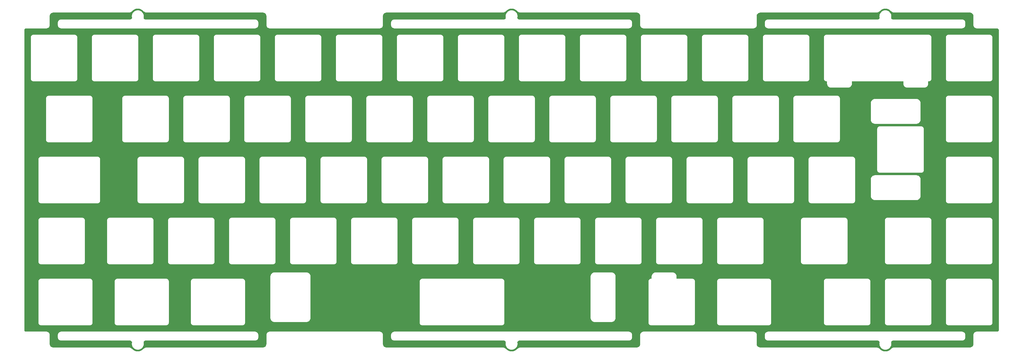
<source format=gbl>
G04*
G04 #@! TF.GenerationSoftware,Altium Limited,Altium Designer,21.6.4 (81)*
G04*
G04 Layer_Physical_Order=2*
G04 Layer_Color=16711680*
%FSLAX44Y44*%
%MOMM*%
G71*
G04*
G04 #@! TF.SameCoordinates,C4926990-7827-4181-9430-AB3E88D04B3A*
G04*
G04*
G04 #@! TF.FilePolarity,Positive*
G04*
G01*
G75*
G36*
X2696104Y1303249D02*
X2700756Y1301775D01*
X2705011Y1299387D01*
X2708893Y1296010D01*
X2708893Y1296010D01*
X2708893Y1296010D01*
X2710896Y1294268D01*
X2711126Y1294136D01*
X2711328Y1293964D01*
X2713643Y1292665D01*
X2713895Y1292582D01*
X2714128Y1292454D01*
X2716659Y1291653D01*
X2716923Y1291623D01*
X2717177Y1291545D01*
X2719817Y1291274D01*
X2719950Y1291287D01*
X2720081Y1291261D01*
X2955605D01*
X2958063Y1290984D01*
X2960260Y1290215D01*
X2962231Y1288977D01*
X2963876Y1287331D01*
X2965115Y1285360D01*
X2965883Y1283163D01*
X2966160Y1280705D01*
Y1252350D01*
X2966189Y1252206D01*
X2966176Y1252060D01*
X2966371Y1250336D01*
X2966459Y1250059D01*
X2966500Y1249770D01*
X2967073Y1248132D01*
X2967221Y1247882D01*
X2967325Y1247610D01*
X2968248Y1246141D01*
X2968448Y1245929D01*
X2968610Y1245687D01*
X2969837Y1244460D01*
X2970079Y1244298D01*
X2970290Y1244098D01*
X2971760Y1243175D01*
X2972032Y1243071D01*
X2972282Y1242924D01*
X2973920Y1242350D01*
X2974208Y1242310D01*
X2974485Y1242221D01*
X2976210Y1242027D01*
X2976356Y1242039D01*
X2976500Y1242011D01*
X3040104D01*
X3041395Y1241865D01*
X3042482Y1241485D01*
X3043457Y1240872D01*
X3044272Y1240058D01*
X3044885Y1239082D01*
X3045265Y1237995D01*
X3045410Y1236705D01*
Y299996D01*
X3045265Y298706D01*
X3044885Y297618D01*
X3044272Y296643D01*
X3043457Y295828D01*
X3042482Y295216D01*
X3041395Y294835D01*
X3040104Y294690D01*
X2976500D01*
X2976356Y294661D01*
X2976210Y294674D01*
X2974485Y294479D01*
X2974208Y294391D01*
X2973920Y294350D01*
X2972282Y293777D01*
X2972032Y293629D01*
X2971760Y293526D01*
X2970290Y292602D01*
X2970079Y292402D01*
X2969837Y292241D01*
X2968610Y291014D01*
X2968448Y290772D01*
X2968248Y290560D01*
X2967325Y289091D01*
X2967221Y288819D01*
X2967073Y288568D01*
X2966500Y286930D01*
X2966459Y286642D01*
X2966371Y286365D01*
X2966176Y284641D01*
X2966189Y284494D01*
X2966160Y284350D01*
Y255996D01*
X2965883Y253537D01*
X2965115Y251340D01*
X2963876Y249370D01*
X2962231Y247724D01*
X2960260Y246486D01*
X2958063Y245717D01*
X2955605Y245440D01*
X2720081Y245440D01*
X2719950Y245414D01*
X2719817Y245426D01*
X2717177Y245155D01*
X2716923Y245077D01*
X2716659Y245048D01*
X2714128Y244246D01*
X2713896Y244118D01*
X2713643Y244036D01*
X2711328Y242737D01*
X2711126Y242564D01*
X2710896Y242432D01*
X2708893Y240690D01*
X2708893Y240690D01*
X2705011Y237313D01*
X2700756Y234925D01*
X2696104Y233452D01*
X2691250Y232953D01*
X2686396Y233452D01*
X2681744Y234925D01*
X2677489Y237313D01*
X2673607Y240690D01*
X2671604Y242432D01*
X2671374Y242564D01*
X2671172Y242737D01*
X2668857Y244036D01*
X2668604Y244118D01*
X2668372Y244246D01*
X2665841Y245048D01*
X2665577Y245077D01*
X2665323Y245155D01*
X2662683Y245426D01*
X2662550Y245414D01*
X2662419Y245440D01*
X2300146Y245440D01*
X2297687Y245717D01*
X2295490Y246486D01*
X2293519Y247724D01*
X2291874Y249370D01*
X2290635Y251341D01*
X2289866Y253537D01*
X2289590Y255996D01*
Y284350D01*
X2289561Y284494D01*
X2289573Y284640D01*
X2289379Y286365D01*
X2289291Y286642D01*
X2289250Y286930D01*
X2288677Y288568D01*
X2288529Y288819D01*
X2288425Y289090D01*
X2287502Y290560D01*
X2287302Y290772D01*
X2287140Y291014D01*
X2285913Y292241D01*
X2285671Y292402D01*
X2285460Y292602D01*
X2283990Y293525D01*
X2283719Y293629D01*
X2283468Y293777D01*
X2281830Y294350D01*
X2281542Y294391D01*
X2281265Y294479D01*
X2279540Y294674D01*
X2279394Y294661D01*
X2279250Y294690D01*
X1936000Y294690D01*
X1935856Y294661D01*
X1935710Y294674D01*
X1933985Y294479D01*
X1933708Y294391D01*
X1933420Y294350D01*
X1931782Y293777D01*
X1931532Y293629D01*
X1931260Y293525D01*
X1929790Y292602D01*
X1929579Y292402D01*
X1929337Y292241D01*
X1928110Y291013D01*
X1927948Y290771D01*
X1927748Y290560D01*
X1926825Y289090D01*
X1926721Y288819D01*
X1926573Y288568D01*
X1926000Y286930D01*
X1925959Y286642D01*
X1925871Y286365D01*
X1925677Y284640D01*
X1925689Y284494D01*
X1925660Y284350D01*
Y255996D01*
X1925383Y253537D01*
X1924615Y251340D01*
X1923376Y249370D01*
X1921731Y247724D01*
X1919760Y246486D01*
X1917563Y245717D01*
X1915105Y245440D01*
X1552831Y245440D01*
X1552700Y245414D01*
X1552567Y245426D01*
X1549926Y245155D01*
X1549673Y245077D01*
X1549409Y245048D01*
X1546878Y244246D01*
X1546646Y244118D01*
X1546393Y244036D01*
X1544078Y242737D01*
X1543876Y242564D01*
X1543646Y242432D01*
X1541643Y240690D01*
X1537761Y237313D01*
X1533506Y234925D01*
X1528854Y233452D01*
X1524000Y232953D01*
X1519146Y233452D01*
X1514494Y234925D01*
X1510239Y237313D01*
X1506357Y240690D01*
D01*
X1506357Y240690D01*
X1504354Y242432D01*
X1504124Y242564D01*
X1503922Y242737D01*
X1501607Y244036D01*
X1501355Y244118D01*
X1501122Y244246D01*
X1498591Y245048D01*
X1498327Y245077D01*
X1498074Y245155D01*
X1495433Y245426D01*
X1495300Y245414D01*
X1495169Y245440D01*
X1132896Y245440D01*
X1130437Y245717D01*
X1128240Y246486D01*
X1126270Y247724D01*
X1124624Y249370D01*
X1123385Y251340D01*
X1122617Y253537D01*
X1122340Y255996D01*
Y284350D01*
X1122311Y284494D01*
X1122323Y284640D01*
X1122129Y286365D01*
X1122041Y286642D01*
X1122000Y286930D01*
X1121427Y288568D01*
X1121279Y288819D01*
X1121175Y289090D01*
X1120252Y290560D01*
X1120052Y290771D01*
X1119890Y291013D01*
X1118663Y292240D01*
X1118421Y292402D01*
X1118210Y292602D01*
X1116740Y293525D01*
X1116469Y293629D01*
X1116218Y293777D01*
X1114580Y294350D01*
X1114292Y294391D01*
X1114015Y294479D01*
X1112290Y294674D01*
X1112144Y294661D01*
X1112000Y294690D01*
X768750Y294690D01*
X768606Y294661D01*
X768460Y294673D01*
X766736Y294479D01*
X766458Y294391D01*
X766170Y294350D01*
X764532Y293777D01*
X764282Y293629D01*
X764010Y293525D01*
X762540Y292602D01*
X762329Y292402D01*
X762087Y292240D01*
X760860Y291013D01*
X760698Y290771D01*
X760498Y290560D01*
X759575Y289090D01*
X759471Y288819D01*
X759323Y288568D01*
X758750Y286930D01*
X758709Y286642D01*
X758621Y286365D01*
X758427Y284640D01*
X758439Y284494D01*
X758410Y284350D01*
Y255996D01*
X758133Y253537D01*
X757365Y251340D01*
X756126Y249370D01*
X754481Y247724D01*
X752510Y246485D01*
X750313Y245717D01*
X747855Y245440D01*
X385581Y245440D01*
X385450Y245414D01*
X385317Y245426D01*
X382676Y245155D01*
X382423Y245077D01*
X382159Y245048D01*
X379628Y244246D01*
X379396Y244118D01*
X379143Y244036D01*
X376828Y242737D01*
X376626Y242564D01*
X376396Y242432D01*
X374393Y240690D01*
X374393D01*
X370511Y237313D01*
X366256Y234925D01*
X361604Y233451D01*
X356750Y232953D01*
X351896Y233451D01*
X347244Y234925D01*
X342989Y237313D01*
X339107Y240690D01*
D01*
X339107Y240690D01*
X337104Y242432D01*
X336874Y242564D01*
X336672Y242737D01*
X334357Y244036D01*
X334105Y244118D01*
X333872Y244246D01*
X331342Y245048D01*
X331077Y245077D01*
X330824Y245155D01*
X328183Y245426D01*
X328050Y245414D01*
X327919Y245440D01*
X92395Y245440D01*
X89937Y245717D01*
X87740Y246485D01*
X85770Y247724D01*
X84124Y249370D01*
X82885Y251340D01*
X82117Y253537D01*
X81840Y255996D01*
Y284350D01*
X81811Y284494D01*
X81823Y284640D01*
X81629Y286365D01*
X81541Y286642D01*
X81500Y286930D01*
X80927Y288568D01*
X80779Y288818D01*
X80675Y289090D01*
X79752Y290560D01*
X79552Y290771D01*
X79390Y291013D01*
X78163Y292240D01*
X77921Y292402D01*
X77710Y292602D01*
X76240Y293525D01*
X75968Y293629D01*
X75718Y293777D01*
X74080Y294350D01*
X73792Y294391D01*
X73514Y294479D01*
X71790Y294673D01*
X71644Y294661D01*
X71500Y294690D01*
X7896D01*
X6605Y294835D01*
X5518Y295215D01*
X4543Y295828D01*
X3728Y296643D01*
X3115Y297618D01*
X2735Y298705D01*
X2590Y299995D01*
X2590Y1236705D01*
X2735Y1237995D01*
X3115Y1239082D01*
X3728Y1240057D01*
X4543Y1240872D01*
X5518Y1241485D01*
X6605Y1241865D01*
X7895Y1242010D01*
X71500D01*
X71644Y1242039D01*
X71790Y1242027D01*
X73514Y1242221D01*
X73792Y1242309D01*
X74080Y1242350D01*
X75718Y1242923D01*
X75968Y1243071D01*
X76240Y1243175D01*
X77710Y1244098D01*
X77921Y1244298D01*
X78163Y1244460D01*
X79390Y1245687D01*
X79552Y1245929D01*
X79752Y1246140D01*
X80675Y1247610D01*
X80779Y1247881D01*
X80927Y1248132D01*
X81500Y1249770D01*
X81541Y1250058D01*
X81629Y1250335D01*
X81823Y1252060D01*
X81811Y1252206D01*
X81840Y1252350D01*
Y1280704D01*
X82117Y1283163D01*
X82885Y1285360D01*
X84124Y1287330D01*
X85769Y1288976D01*
X87740Y1290215D01*
X89937Y1290983D01*
X92395Y1291260D01*
X327919D01*
X328050Y1291286D01*
X328183Y1291274D01*
X330824Y1291545D01*
X331077Y1291623D01*
X331341Y1291652D01*
X333872Y1292454D01*
X334104Y1292582D01*
X334357Y1292664D01*
X336672Y1293963D01*
X336874Y1294136D01*
X337104Y1294268D01*
X339107Y1296010D01*
D01*
X342989Y1299387D01*
X347244Y1301775D01*
X351896Y1303249D01*
X356750Y1303747D01*
X361604Y1303249D01*
X366256Y1301775D01*
X370511Y1299387D01*
X374393Y1296010D01*
X376396Y1294268D01*
X376626Y1294136D01*
X376828Y1293963D01*
X379143Y1292664D01*
X379395Y1292582D01*
X379628Y1292454D01*
X382159Y1291652D01*
X382422Y1291623D01*
X382676Y1291545D01*
X385317Y1291274D01*
X385450Y1291287D01*
X385581Y1291261D01*
X747855D01*
X750313Y1290983D01*
X752510Y1290215D01*
X754480Y1288976D01*
X756126Y1287331D01*
X757365Y1285360D01*
X758133Y1283163D01*
X758410Y1280705D01*
Y1252350D01*
X758439Y1252206D01*
X758427Y1252060D01*
X758621Y1250336D01*
X758709Y1250058D01*
X758750Y1249770D01*
X759323Y1248132D01*
X759471Y1247882D01*
X759575Y1247610D01*
X760498Y1246140D01*
X760698Y1245929D01*
X760860Y1245687D01*
X762087Y1244460D01*
X762329Y1244298D01*
X762540Y1244098D01*
X764009Y1243175D01*
X764281Y1243071D01*
X764532Y1242923D01*
X766170Y1242350D01*
X766458Y1242309D01*
X766736Y1242221D01*
X768460Y1242027D01*
X768606Y1242039D01*
X768750Y1242010D01*
X1112000D01*
X1112144Y1242039D01*
X1112290Y1242027D01*
X1114015Y1242221D01*
X1114292Y1242309D01*
X1114580Y1242350D01*
X1116218Y1242923D01*
X1116469Y1243071D01*
X1116740Y1243175D01*
X1118210Y1244098D01*
X1118421Y1244298D01*
X1118663Y1244460D01*
X1119890Y1245687D01*
X1120052Y1245929D01*
X1120252Y1246140D01*
X1121175Y1247610D01*
X1121279Y1247881D01*
X1121427Y1248132D01*
X1122000Y1249770D01*
X1122041Y1250059D01*
X1122129Y1250336D01*
X1122323Y1252060D01*
X1122311Y1252206D01*
X1122340Y1252350D01*
Y1280705D01*
X1122617Y1283163D01*
X1123385Y1285360D01*
X1124623Y1287331D01*
X1126270Y1288976D01*
X1128240Y1290215D01*
X1130437Y1290983D01*
X1132895Y1291261D01*
X1495169D01*
X1495300Y1291287D01*
X1495433Y1291274D01*
X1498074Y1291545D01*
X1498327Y1291623D01*
X1498591Y1291653D01*
X1501122Y1292454D01*
X1501354Y1292582D01*
X1501607Y1292664D01*
X1503922Y1293963D01*
X1504124Y1294136D01*
X1504354Y1294268D01*
X1506357Y1296010D01*
D01*
X1510239Y1299387D01*
X1514494Y1301775D01*
X1519146Y1303249D01*
X1524000Y1303747D01*
X1528854Y1303249D01*
X1533506Y1301775D01*
X1537761Y1299387D01*
X1541643Y1296010D01*
X1541643D01*
X1541643Y1296010D01*
X1543646Y1294268D01*
X1543876Y1294136D01*
X1544078Y1293964D01*
X1546393Y1292665D01*
X1546645Y1292582D01*
X1546878Y1292454D01*
X1549409Y1291653D01*
X1549673Y1291623D01*
X1549926Y1291545D01*
X1552567Y1291274D01*
X1552700Y1291287D01*
X1552831Y1291261D01*
X1915105D01*
X1917563Y1290984D01*
X1919760Y1290215D01*
X1921730Y1288977D01*
X1923376Y1287331D01*
X1924615Y1285360D01*
X1925383Y1283163D01*
X1925660Y1280705D01*
Y1252350D01*
X1925689Y1252206D01*
X1925677Y1252060D01*
X1925871Y1250336D01*
X1925959Y1250059D01*
X1926000Y1249770D01*
X1926573Y1248132D01*
X1926721Y1247882D01*
X1926825Y1247610D01*
X1927748Y1246140D01*
X1927948Y1245929D01*
X1928110Y1245687D01*
X1929337Y1244460D01*
X1929579Y1244298D01*
X1929790Y1244098D01*
X1931260Y1243175D01*
X1931532Y1243071D01*
X1931782Y1242923D01*
X1933420Y1242350D01*
X1933708Y1242309D01*
X1933986Y1242221D01*
X1935710Y1242027D01*
X1935856Y1242039D01*
X1936000Y1242011D01*
X2279250D01*
X2279394Y1242039D01*
X2279540Y1242027D01*
X2281264Y1242221D01*
X2281542Y1242310D01*
X2281830Y1242350D01*
X2283468Y1242923D01*
X2283719Y1243071D01*
X2283990Y1243175D01*
X2285460Y1244098D01*
X2285671Y1244298D01*
X2285913Y1244460D01*
X2287140Y1245687D01*
X2287302Y1245929D01*
X2287502Y1246140D01*
X2288425Y1247610D01*
X2288529Y1247882D01*
X2288677Y1248132D01*
X2289250Y1249770D01*
X2289291Y1250059D01*
X2289379Y1250336D01*
X2289573Y1252060D01*
X2289561Y1252206D01*
X2289590Y1252350D01*
Y1280705D01*
X2289867Y1283163D01*
X2290635Y1285360D01*
X2291874Y1287331D01*
X2293519Y1288977D01*
X2295490Y1290215D01*
X2297687Y1290984D01*
X2300145Y1291261D01*
X2662419D01*
X2662550Y1291287D01*
X2662683Y1291274D01*
X2665324Y1291545D01*
X2665577Y1291623D01*
X2665841Y1291653D01*
X2668372Y1292454D01*
X2668604Y1292582D01*
X2668857Y1292665D01*
X2671172Y1293964D01*
X2671374Y1294136D01*
X2671604Y1294268D01*
X2673607Y1296010D01*
X2673607Y1296010D01*
X2677489Y1299387D01*
X2681744Y1301775D01*
X2686396Y1303249D01*
X2691250Y1303747D01*
X2696104Y1303249D01*
D02*
G37*
%LPC*%
G36*
X2692915Y1298353D02*
X2689585D01*
X2689319Y1298300D01*
X2689049Y1298297D01*
X2685791Y1297608D01*
X2685543Y1297501D01*
X2685279Y1297442D01*
X2682234Y1296093D01*
X2682013Y1295938D01*
X2681766Y1295825D01*
X2679067Y1293876D01*
X2678883Y1293677D01*
X2678665Y1293516D01*
X2676428Y1291050D01*
X2676289Y1290818D01*
X2676110Y1290616D01*
X2674431Y1287740D01*
X2674343Y1287484D01*
X2674209Y1287249D01*
X2673162Y1284088D01*
X2673129Y1283819D01*
X2673047Y1283561D01*
X2672677Y1280252D01*
X2672700Y1279983D01*
X2672673Y1279713D01*
X2672995Y1276407D01*
X2673123Y1274996D01*
X2672975Y1273869D01*
X2672582Y1272802D01*
X2671965Y1271847D01*
X2671152Y1271051D01*
X2670185Y1270453D01*
X2669110Y1270082D01*
X2667836Y1269940D01*
X2325290D01*
X2325146Y1269911D01*
X2325000Y1269924D01*
X2323275Y1269729D01*
X2322998Y1269641D01*
X2322710Y1269600D01*
X2321072Y1269027D01*
X2320822Y1268879D01*
X2320550Y1268776D01*
X2319080Y1267852D01*
X2318869Y1267652D01*
X2318627Y1267491D01*
X2317399Y1266263D01*
X2317238Y1266021D01*
X2317038Y1265810D01*
X2316115Y1264341D01*
X2316011Y1264069D01*
X2315863Y1263818D01*
X2315290Y1262180D01*
X2315249Y1261892D01*
X2315161Y1261615D01*
X2314966Y1259890D01*
X2314979Y1259744D01*
X2314950Y1259600D01*
Y1252350D01*
X2314979Y1252206D01*
X2314966Y1252060D01*
X2315161Y1250335D01*
X2315249Y1250059D01*
X2315290Y1249771D01*
X2315863Y1248132D01*
X2316011Y1247882D01*
X2316115Y1247610D01*
X2317038Y1246140D01*
X2317238Y1245929D01*
X2317399Y1245687D01*
X2318627Y1244460D01*
X2318869Y1244298D01*
X2319080Y1244098D01*
X2320550Y1243175D01*
X2320821Y1243071D01*
X2321072Y1242923D01*
X2322710Y1242350D01*
X2322998Y1242309D01*
X2323275Y1242221D01*
X2325000Y1242027D01*
X2325146Y1242039D01*
X2325290Y1242010D01*
X2930460Y1242010D01*
X2930604Y1242039D01*
X2930750Y1242027D01*
X2932474Y1242221D01*
X2932752Y1242309D01*
X2933040Y1242350D01*
X2934678Y1242923D01*
X2934929Y1243071D01*
X2935200Y1243175D01*
X2936670Y1244098D01*
X2936881Y1244298D01*
X2937123Y1244460D01*
X2938351Y1245687D01*
X2938512Y1245929D01*
X2938712Y1246140D01*
X2939635Y1247610D01*
X2939739Y1247882D01*
X2939887Y1248133D01*
X2940460Y1249771D01*
X2940501Y1250059D01*
X2940589Y1250336D01*
X2940783Y1252060D01*
X2940771Y1252206D01*
X2940800Y1252350D01*
Y1259600D01*
X2940771Y1259744D01*
X2940783Y1259891D01*
X2940589Y1261615D01*
X2940501Y1261892D01*
X2940460Y1262180D01*
X2939887Y1263818D01*
X2939739Y1264069D01*
X2939635Y1264341D01*
X2938712Y1265810D01*
X2938512Y1266022D01*
X2938351Y1266264D01*
X2937123Y1267491D01*
X2936881Y1267652D01*
X2936670Y1267852D01*
X2935200Y1268776D01*
X2934929Y1268879D01*
X2934678Y1269027D01*
X2933040Y1269600D01*
X2932752Y1269641D01*
X2932474Y1269730D01*
X2930750Y1269924D01*
X2930604Y1269911D01*
X2930460Y1269940D01*
X2714664D01*
X2713390Y1270082D01*
X2712315Y1270453D01*
X2711348Y1271051D01*
X2710535Y1271847D01*
X2709918Y1272802D01*
X2709525Y1273869D01*
X2709377Y1274997D01*
X2709506Y1276411D01*
X2709827Y1279713D01*
X2709800Y1279983D01*
X2709823Y1280252D01*
X2709453Y1283562D01*
X2709371Y1283819D01*
X2709338Y1284088D01*
X2708291Y1287249D01*
X2708157Y1287484D01*
X2708069Y1287740D01*
X2706390Y1290616D01*
X2706211Y1290818D01*
X2706072Y1291050D01*
X2703835Y1293516D01*
X2703617Y1293677D01*
X2703433Y1293876D01*
X2700733Y1295825D01*
X2700487Y1295938D01*
X2700266Y1296093D01*
X2697222Y1297442D01*
X2696957Y1297501D01*
X2696709Y1297608D01*
X2693451Y1298297D01*
X2693180Y1298300D01*
X2692915Y1298353D01*
D02*
G37*
G36*
X1525665Y1298353D02*
X1522335Y1298353D01*
X1522070Y1298300D01*
X1521799Y1298297D01*
X1518541Y1297608D01*
X1518293Y1297501D01*
X1518029Y1297442D01*
X1514984Y1296093D01*
X1514763Y1295938D01*
X1514517Y1295825D01*
X1511817Y1293875D01*
X1511633Y1293677D01*
X1511416Y1293516D01*
X1509178Y1291050D01*
X1509039Y1290818D01*
X1508860Y1290616D01*
X1507181Y1287740D01*
X1507093Y1287484D01*
X1506959Y1287249D01*
X1505912Y1284088D01*
X1505879Y1283819D01*
X1505797Y1283561D01*
X1505427Y1280252D01*
X1505450Y1279983D01*
X1505423Y1279713D01*
X1505745Y1276406D01*
X1505873Y1274996D01*
X1505724Y1273869D01*
X1505332Y1272802D01*
X1504715Y1271847D01*
X1503902Y1271051D01*
X1502935Y1270452D01*
X1501860Y1270081D01*
X1500586Y1269940D01*
X1158040D01*
X1157896Y1269911D01*
X1157750Y1269923D01*
X1156025Y1269729D01*
X1155748Y1269641D01*
X1155460Y1269600D01*
X1153822Y1269027D01*
X1153571Y1268879D01*
X1153300Y1268775D01*
X1151830Y1267852D01*
X1151619Y1267652D01*
X1151377Y1267491D01*
X1150150Y1266263D01*
X1149988Y1266021D01*
X1149788Y1265810D01*
X1148865Y1264340D01*
X1148761Y1264069D01*
X1148613Y1263818D01*
X1148040Y1262180D01*
X1147999Y1261892D01*
X1147911Y1261615D01*
X1147717Y1259890D01*
X1147729Y1259744D01*
X1147700Y1259600D01*
Y1252350D01*
X1147729Y1252206D01*
X1147717Y1252060D01*
X1147911Y1250336D01*
X1147999Y1250058D01*
X1148040Y1249770D01*
X1148613Y1248132D01*
X1148761Y1247881D01*
X1148865Y1247610D01*
X1149788Y1246140D01*
X1149988Y1245929D01*
X1150150Y1245687D01*
X1151377Y1244460D01*
X1151619Y1244298D01*
X1151830Y1244098D01*
X1153299Y1243175D01*
X1153571Y1243071D01*
X1153822Y1242923D01*
X1155460Y1242350D01*
X1155748Y1242309D01*
X1156025Y1242221D01*
X1157750Y1242027D01*
X1157896Y1242039D01*
X1158040Y1242010D01*
X1889960Y1242010D01*
X1890104Y1242039D01*
X1890250Y1242027D01*
X1891974Y1242221D01*
X1892252Y1242309D01*
X1892540Y1242350D01*
X1894178Y1242923D01*
X1894429Y1243071D01*
X1894700Y1243175D01*
X1896170Y1244098D01*
X1896381Y1244298D01*
X1896623Y1244460D01*
X1897850Y1245687D01*
X1898012Y1245929D01*
X1898212Y1246140D01*
X1899135Y1247610D01*
X1899239Y1247881D01*
X1899387Y1248132D01*
X1899960Y1249770D01*
X1900001Y1250059D01*
X1900089Y1250336D01*
X1900284Y1252060D01*
X1900271Y1252206D01*
X1900300Y1252350D01*
Y1259600D01*
X1900271Y1259744D01*
X1900284Y1259890D01*
X1900089Y1261615D01*
X1900001Y1261892D01*
X1899960Y1262180D01*
X1899387Y1263818D01*
X1899239Y1264069D01*
X1899135Y1264341D01*
X1898212Y1265810D01*
X1898012Y1266021D01*
X1897850Y1266264D01*
X1896623Y1267491D01*
X1896381Y1267652D01*
X1896170Y1267852D01*
X1894700Y1268775D01*
X1894429Y1268879D01*
X1894178Y1269027D01*
X1892540Y1269600D01*
X1892252Y1269641D01*
X1891974Y1269729D01*
X1890250Y1269924D01*
X1890104Y1269911D01*
X1889960Y1269940D01*
X1547414D01*
X1546140Y1270082D01*
X1545065Y1270453D01*
X1544098Y1271051D01*
X1543285Y1271847D01*
X1542668Y1272802D01*
X1542275Y1273869D01*
X1542127Y1274997D01*
X1542255Y1276409D01*
X1542577Y1279713D01*
X1542550Y1279983D01*
X1542573Y1280252D01*
X1542203Y1283561D01*
X1542121Y1283819D01*
X1542088Y1284088D01*
X1541041Y1287249D01*
X1540907Y1287484D01*
X1540819Y1287740D01*
X1539141Y1290616D01*
X1538961Y1290818D01*
X1538822Y1291050D01*
X1536584Y1293516D01*
X1536367Y1293677D01*
X1536183Y1293875D01*
X1533483Y1295825D01*
X1533237Y1295938D01*
X1533016Y1296093D01*
X1529971Y1297442D01*
X1529707Y1297501D01*
X1529458Y1297608D01*
X1526201Y1298297D01*
X1525930Y1298300D01*
X1525665Y1298353D01*
D02*
G37*
G36*
X358415Y1298353D02*
X355085D01*
X354820Y1298300D01*
X354549Y1298297D01*
X351291Y1297608D01*
X351043Y1297501D01*
X350779Y1297442D01*
X347734Y1296093D01*
X347513Y1295938D01*
X347267Y1295825D01*
X344567Y1293875D01*
X344383Y1293677D01*
X344165Y1293516D01*
X341928Y1291050D01*
X341789Y1290818D01*
X341609Y1290615D01*
X339931Y1287740D01*
X339843Y1287484D01*
X339709Y1287248D01*
X338662Y1284088D01*
X338629Y1283819D01*
X338547Y1283561D01*
X338177Y1280252D01*
X338200Y1279982D01*
X338173Y1279713D01*
X338495Y1276406D01*
X338623Y1274996D01*
X338475Y1273869D01*
X338082Y1272801D01*
X337465Y1271847D01*
X336652Y1271050D01*
X335685Y1270452D01*
X334610Y1270081D01*
X333336Y1269940D01*
X117540D01*
X117396Y1269911D01*
X117250Y1269923D01*
X115526Y1269729D01*
X115248Y1269641D01*
X114960Y1269600D01*
X113322Y1269027D01*
X113071Y1268879D01*
X112800Y1268775D01*
X111330Y1267852D01*
X111119Y1267652D01*
X110877Y1267490D01*
X109649Y1266263D01*
X109488Y1266021D01*
X109288Y1265810D01*
X108365Y1264340D01*
X108261Y1264069D01*
X108113Y1263818D01*
X107540Y1262180D01*
X107499Y1261892D01*
X107411Y1261615D01*
X107216Y1259890D01*
X107229Y1259744D01*
X107200Y1259600D01*
Y1252350D01*
X107229Y1252206D01*
X107216Y1252060D01*
X107411Y1250335D01*
X107499Y1250058D01*
X107540Y1249770D01*
X108113Y1248132D01*
X108261Y1247881D01*
X108365Y1247609D01*
X109288Y1246140D01*
X109488Y1245929D01*
X109649Y1245687D01*
X110877Y1244460D01*
X111119Y1244298D01*
X111330Y1244098D01*
X112799Y1243175D01*
X113071Y1243071D01*
X113322Y1242923D01*
X114960Y1242350D01*
X115248Y1242309D01*
X115525Y1242221D01*
X117250Y1242027D01*
X117396Y1242039D01*
X117540Y1242010D01*
X722710Y1242010D01*
X722854Y1242039D01*
X723000Y1242027D01*
X724724Y1242221D01*
X725002Y1242309D01*
X725290Y1242350D01*
X726928Y1242923D01*
X727179Y1243071D01*
X727450Y1243175D01*
X728920Y1244098D01*
X729131Y1244298D01*
X729373Y1244460D01*
X730600Y1245687D01*
X730762Y1245929D01*
X730962Y1246140D01*
X731885Y1247610D01*
X731989Y1247881D01*
X732137Y1248132D01*
X732710Y1249770D01*
X732751Y1250058D01*
X732839Y1250336D01*
X733033Y1252060D01*
X733021Y1252206D01*
X733050Y1252350D01*
Y1259600D01*
X733021Y1259744D01*
X733033Y1259890D01*
X732839Y1261615D01*
X732751Y1261892D01*
X732710Y1262180D01*
X732137Y1263818D01*
X731989Y1264069D01*
X731885Y1264341D01*
X730962Y1265810D01*
X730762Y1266021D01*
X730600Y1266263D01*
X729373Y1267490D01*
X729131Y1267652D01*
X728920Y1267852D01*
X727450Y1268775D01*
X727179Y1268879D01*
X726928Y1269027D01*
X725290Y1269600D01*
X725002Y1269641D01*
X724724Y1269729D01*
X723000Y1269923D01*
X722854Y1269911D01*
X722710Y1269940D01*
X380164D01*
X378890Y1270081D01*
X377815Y1270452D01*
X376848Y1271050D01*
X376035Y1271847D01*
X375418Y1272802D01*
X375025Y1273869D01*
X374877Y1274996D01*
X375005Y1276408D01*
X375327Y1279713D01*
X375300Y1279983D01*
X375323Y1280252D01*
X374953Y1283561D01*
X374871Y1283819D01*
X374838Y1284088D01*
X373791Y1287248D01*
X373657Y1287484D01*
X373569Y1287740D01*
X371890Y1290616D01*
X371711Y1290818D01*
X371572Y1291050D01*
X369334Y1293516D01*
X369117Y1293677D01*
X368933Y1293875D01*
X366233Y1295825D01*
X365987Y1295938D01*
X365766Y1296093D01*
X362721Y1297442D01*
X362457Y1297501D01*
X362209Y1297608D01*
X358951Y1298297D01*
X358680Y1298300D01*
X358415Y1298353D01*
D02*
G37*
G36*
X3017250Y1221940D02*
X2888250D01*
X2888106Y1221911D01*
X2887960Y1221924D01*
X2886736Y1221786D01*
X2886459Y1221697D01*
X2886171Y1221657D01*
X2885008Y1221250D01*
X2884758Y1221102D01*
X2884486Y1220998D01*
X2883443Y1220343D01*
X2883232Y1220143D01*
X2882990Y1219982D01*
X2882119Y1219111D01*
X2881957Y1218869D01*
X2881757Y1218657D01*
X2881102Y1217615D01*
X2880998Y1217343D01*
X2880850Y1217092D01*
X2880443Y1215929D01*
X2880403Y1215641D01*
X2880314Y1215364D01*
X2880176Y1214140D01*
X2880189Y1213994D01*
X2880160Y1213850D01*
Y1084850D01*
X2880189Y1084706D01*
X2880176Y1084560D01*
X2880314Y1083337D01*
X2880403Y1083059D01*
X2880443Y1082771D01*
X2880850Y1081609D01*
X2880998Y1081358D01*
X2881102Y1081086D01*
X2881757Y1080043D01*
X2881957Y1079832D01*
X2882119Y1079590D01*
X2882990Y1078719D01*
X2883232Y1078557D01*
X2883443Y1078357D01*
X2884486Y1077702D01*
X2884758Y1077598D01*
X2885008Y1077450D01*
X2886171Y1077044D01*
X2886459Y1077003D01*
X2886736Y1076915D01*
X2887960Y1076777D01*
X2888106Y1076789D01*
X2888250Y1076760D01*
X3017250D01*
X3017394Y1076789D01*
X3017540Y1076777D01*
X3018764Y1076915D01*
X3019041Y1077003D01*
X3019329Y1077044D01*
X3020492Y1077450D01*
X3020742Y1077598D01*
X3021014Y1077702D01*
X3022057Y1078357D01*
X3022268Y1078557D01*
X3022510Y1078719D01*
X3023381Y1079590D01*
X3023543Y1079832D01*
X3023743Y1080043D01*
X3024398Y1081086D01*
X3024502Y1081358D01*
X3024650Y1081609D01*
X3025056Y1082771D01*
X3025097Y1083059D01*
X3025186Y1083336D01*
X3025323Y1084560D01*
X3025311Y1084706D01*
X3025340Y1084850D01*
Y1213850D01*
X3025311Y1213994D01*
X3025323Y1214140D01*
X3025186Y1215364D01*
X3025097Y1215641D01*
X3025056Y1215929D01*
X3024650Y1217092D01*
X3024502Y1217343D01*
X3024398Y1217615D01*
X3023743Y1218657D01*
X3023543Y1218869D01*
X3023381Y1219111D01*
X3022510Y1219982D01*
X3022268Y1220143D01*
X3022057Y1220343D01*
X3021014Y1220998D01*
X3020742Y1221102D01*
X3020492Y1221250D01*
X3019329Y1221657D01*
X3019041Y1221697D01*
X3018764Y1221786D01*
X3017540Y1221924D01*
X3017394Y1221911D01*
X3017250Y1221940D01*
D02*
G37*
G36*
X2826750D02*
X2507250D01*
X2507106Y1221911D01*
X2506960Y1221924D01*
X2505736Y1221786D01*
X2505459Y1221697D01*
X2505171Y1221657D01*
X2504008Y1221250D01*
X2503758Y1221102D01*
X2503486Y1220998D01*
X2502443Y1220343D01*
X2502231Y1220143D01*
X2501990Y1219982D01*
X2501119Y1219111D01*
X2500957Y1218869D01*
X2500757Y1218657D01*
X2500102Y1217614D01*
X2499998Y1217343D01*
X2499850Y1217092D01*
X2499443Y1215930D01*
X2499403Y1215641D01*
X2499314Y1215364D01*
X2499176Y1214140D01*
X2499189Y1213994D01*
X2499160Y1213850D01*
Y1084850D01*
X2499189Y1084706D01*
X2499176Y1084560D01*
X2499314Y1083337D01*
X2499403Y1083059D01*
X2499443Y1082771D01*
X2499850Y1081609D01*
X2499998Y1081358D01*
X2500102Y1081086D01*
X2500757Y1080043D01*
X2500957Y1079832D01*
X2501119Y1079590D01*
X2501990Y1078719D01*
X2502232Y1078557D01*
X2502443Y1078357D01*
X2503486Y1077702D01*
X2503758Y1077598D01*
X2504008Y1077450D01*
X2505171Y1077044D01*
X2505459Y1077003D01*
X2505736Y1076915D01*
X2506960Y1076777D01*
X2507106Y1076789D01*
X2507250Y1076760D01*
X2508792D01*
X2508970Y1076740D01*
X2509000Y1076730D01*
X2509027Y1076713D01*
X2509050Y1076690D01*
X2509067Y1076663D01*
X2509078Y1076632D01*
X2509098Y1076455D01*
Y1069850D01*
X2509126Y1069706D01*
X2509114Y1069560D01*
X2509377Y1067224D01*
X2509466Y1066947D01*
X2509506Y1066658D01*
X2510283Y1064439D01*
X2510431Y1064189D01*
X2510535Y1063917D01*
X2511785Y1061926D01*
X2511985Y1061714D01*
X2512147Y1061472D01*
X2513810Y1059810D01*
X2514052Y1059648D01*
X2514263Y1059448D01*
X2516254Y1058197D01*
X2516526Y1058093D01*
X2516776Y1057946D01*
X2518996Y1057169D01*
X2519284Y1057128D01*
X2519561Y1057040D01*
X2521897Y1056777D01*
X2522044Y1056789D01*
X2522188Y1056760D01*
X2573687D01*
X2573831Y1056789D01*
X2573977Y1056777D01*
X2576314Y1057040D01*
X2576591Y1057128D01*
X2576879Y1057169D01*
X2579099Y1057946D01*
X2579349Y1058093D01*
X2579621Y1058197D01*
X2581612Y1059448D01*
X2581823Y1059648D01*
X2582065Y1059810D01*
X2583728Y1061472D01*
X2583889Y1061714D01*
X2584090Y1061926D01*
X2585341Y1063917D01*
X2585444Y1064189D01*
X2585592Y1064439D01*
X2586369Y1066658D01*
X2586409Y1066946D01*
X2586497Y1067224D01*
X2586761Y1069560D01*
X2586749Y1069706D01*
X2586777Y1069850D01*
Y1076455D01*
X2586797Y1076632D01*
X2586808Y1076662D01*
X2586825Y1076690D01*
X2586848Y1076713D01*
X2586875Y1076730D01*
X2586905Y1076740D01*
X2587083Y1076760D01*
X2746917D01*
X2747095Y1076740D01*
X2747125Y1076730D01*
X2747152Y1076713D01*
X2747175Y1076690D01*
X2747192Y1076663D01*
X2747203Y1076632D01*
X2747223Y1076455D01*
Y1069850D01*
X2747251Y1069706D01*
X2747239Y1069560D01*
X2747502Y1067224D01*
X2747591Y1066947D01*
X2747631Y1066658D01*
X2748408Y1064439D01*
X2748556Y1064189D01*
X2748659Y1063917D01*
X2749910Y1061926D01*
X2750110Y1061714D01*
X2750272Y1061472D01*
X2751935Y1059810D01*
X2752177Y1059648D01*
X2752388Y1059448D01*
X2754379Y1058197D01*
X2754651Y1058093D01*
X2754901Y1057946D01*
X2757120Y1057169D01*
X2757409Y1057128D01*
X2757686Y1057040D01*
X2760023Y1056777D01*
X2760169Y1056789D01*
X2760312Y1056760D01*
X2811812D01*
X2811956Y1056789D01*
X2812102Y1056777D01*
X2814439Y1057040D01*
X2814716Y1057128D01*
X2815004Y1057169D01*
X2817224Y1057946D01*
X2817474Y1058093D01*
X2817746Y1058197D01*
X2819737Y1059448D01*
X2819948Y1059648D01*
X2820190Y1059810D01*
X2821853Y1061472D01*
X2822014Y1061714D01*
X2822215Y1061926D01*
X2823466Y1063917D01*
X2823569Y1064189D01*
X2823717Y1064439D01*
X2824494Y1066659D01*
X2824534Y1066947D01*
X2824622Y1067224D01*
X2824886Y1069560D01*
X2824874Y1069706D01*
X2824902Y1069850D01*
Y1076455D01*
X2824922Y1076632D01*
X2824933Y1076662D01*
X2824950Y1076690D01*
X2824973Y1076713D01*
X2825000Y1076730D01*
X2825030Y1076740D01*
X2825208Y1076760D01*
X2826750D01*
X2826894Y1076789D01*
X2827040Y1076777D01*
X2828264Y1076915D01*
X2828541Y1077003D01*
X2828829Y1077044D01*
X2829992Y1077450D01*
X2830242Y1077598D01*
X2830514Y1077702D01*
X2831557Y1078357D01*
X2831768Y1078557D01*
X2832010Y1078719D01*
X2832881Y1079590D01*
X2833043Y1079832D01*
X2833243Y1080043D01*
X2833898Y1081086D01*
X2834002Y1081358D01*
X2834150Y1081609D01*
X2834557Y1082771D01*
X2834597Y1083059D01*
X2834685Y1083336D01*
X2834823Y1084560D01*
X2834811Y1084706D01*
X2834840Y1084850D01*
Y1213850D01*
X2834811Y1213994D01*
X2834823Y1214140D01*
X2834685Y1215364D01*
X2834597Y1215641D01*
X2834557Y1215929D01*
X2834150Y1217092D01*
X2834002Y1217343D01*
X2833898Y1217615D01*
X2833243Y1218657D01*
X2833043Y1218869D01*
X2832881Y1219111D01*
X2832010Y1219982D01*
X2831768Y1220143D01*
X2831557Y1220343D01*
X2830514Y1220998D01*
X2830242Y1221102D01*
X2829992Y1221250D01*
X2828829Y1221657D01*
X2828541Y1221697D01*
X2828264Y1221786D01*
X2827040Y1221924D01*
X2826894Y1221911D01*
X2826750Y1221940D01*
D02*
G37*
G36*
X2445750D02*
X2316750D01*
X2316606Y1221911D01*
X2316460Y1221924D01*
X2315236Y1221786D01*
X2314959Y1221697D01*
X2314671Y1221657D01*
X2313508Y1221250D01*
X2313258Y1221102D01*
X2312986Y1220998D01*
X2311943Y1220343D01*
X2311732Y1220143D01*
X2311490Y1219982D01*
X2310619Y1219111D01*
X2310457Y1218869D01*
X2310257Y1218657D01*
X2309602Y1217614D01*
X2309498Y1217343D01*
X2309350Y1217092D01*
X2308943Y1215930D01*
X2308903Y1215641D01*
X2308814Y1215364D01*
X2308676Y1214140D01*
X2308689Y1213994D01*
X2308660Y1213850D01*
Y1084850D01*
X2308689Y1084706D01*
X2308676Y1084560D01*
X2308814Y1083337D01*
X2308903Y1083059D01*
X2308943Y1082771D01*
X2309350Y1081609D01*
X2309498Y1081358D01*
X2309602Y1081086D01*
X2310257Y1080043D01*
X2310457Y1079832D01*
X2310619Y1079590D01*
X2311490Y1078719D01*
X2311732Y1078557D01*
X2311943Y1078357D01*
X2312986Y1077702D01*
X2313258Y1077598D01*
X2313508Y1077450D01*
X2314671Y1077044D01*
X2314959Y1077003D01*
X2315236Y1076915D01*
X2316460Y1076777D01*
X2316606Y1076789D01*
X2316750Y1076760D01*
X2445750D01*
X2445894Y1076789D01*
X2446040Y1076777D01*
X2447264Y1076915D01*
X2447541Y1077003D01*
X2447829Y1077044D01*
X2448992Y1077450D01*
X2449242Y1077598D01*
X2449514Y1077702D01*
X2450557Y1078357D01*
X2450768Y1078557D01*
X2451010Y1078719D01*
X2451881Y1079590D01*
X2452043Y1079832D01*
X2452243Y1080043D01*
X2452898Y1081086D01*
X2453002Y1081358D01*
X2453150Y1081609D01*
X2453557Y1082771D01*
X2453597Y1083059D01*
X2453685Y1083336D01*
X2453823Y1084560D01*
X2453811Y1084706D01*
X2453840Y1084850D01*
Y1213850D01*
X2453811Y1213994D01*
X2453823Y1214140D01*
X2453685Y1215364D01*
X2453597Y1215641D01*
X2453557Y1215929D01*
X2453150Y1217092D01*
X2453002Y1217342D01*
X2452898Y1217614D01*
X2452243Y1218657D01*
X2452043Y1218869D01*
X2451881Y1219111D01*
X2451010Y1219982D01*
X2450768Y1220143D01*
X2450557Y1220343D01*
X2449514Y1220998D01*
X2449242Y1221102D01*
X2448992Y1221250D01*
X2447829Y1221657D01*
X2447541Y1221697D01*
X2447264Y1221786D01*
X2446040Y1221924D01*
X2445894Y1221911D01*
X2445750Y1221940D01*
D02*
G37*
G36*
X2255250D02*
X2126250D01*
X2126106Y1221911D01*
X2125960Y1221924D01*
X2124736Y1221786D01*
X2124459Y1221697D01*
X2124171Y1221657D01*
X2123009Y1221250D01*
X2122758Y1221102D01*
X2122486Y1220998D01*
X2121443Y1220343D01*
X2121232Y1220143D01*
X2120990Y1219982D01*
X2120119Y1219111D01*
X2119957Y1218869D01*
X2119757Y1218657D01*
X2119102Y1217614D01*
X2118998Y1217343D01*
X2118850Y1217092D01*
X2118443Y1215930D01*
X2118403Y1215641D01*
X2118314Y1215364D01*
X2118177Y1214140D01*
X2118189Y1213994D01*
X2118160Y1213850D01*
Y1084850D01*
X2118189Y1084706D01*
X2118177Y1084560D01*
X2118314Y1083337D01*
X2118403Y1083059D01*
X2118443Y1082771D01*
X2118850Y1081609D01*
X2118998Y1081358D01*
X2119102Y1081086D01*
X2119757Y1080043D01*
X2119957Y1079832D01*
X2120119Y1079590D01*
X2120990Y1078719D01*
X2121232Y1078557D01*
X2121443Y1078357D01*
X2122486Y1077702D01*
X2122758Y1077598D01*
X2123008Y1077450D01*
X2124171Y1077044D01*
X2124459Y1077003D01*
X2124736Y1076915D01*
X2125960Y1076777D01*
X2126106Y1076789D01*
X2126250Y1076760D01*
X2255250D01*
X2255394Y1076789D01*
X2255540Y1076777D01*
X2256764Y1076915D01*
X2257041Y1077003D01*
X2257329Y1077044D01*
X2258492Y1077450D01*
X2258742Y1077598D01*
X2259014Y1077702D01*
X2260057Y1078357D01*
X2260268Y1078557D01*
X2260510Y1078719D01*
X2261381Y1079590D01*
X2261543Y1079832D01*
X2261743Y1080043D01*
X2262398Y1081086D01*
X2262502Y1081358D01*
X2262650Y1081609D01*
X2263056Y1082771D01*
X2263097Y1083059D01*
X2263185Y1083336D01*
X2263323Y1084560D01*
X2263311Y1084706D01*
X2263340Y1084850D01*
Y1213850D01*
X2263311Y1213994D01*
X2263323Y1214140D01*
X2263185Y1215364D01*
X2263097Y1215641D01*
X2263056Y1215929D01*
X2262650Y1217092D01*
X2262502Y1217342D01*
X2262398Y1217614D01*
X2261743Y1218657D01*
X2261543Y1218869D01*
X2261381Y1219111D01*
X2260510Y1219982D01*
X2260268Y1220143D01*
X2260057Y1220343D01*
X2259014Y1220998D01*
X2258742Y1221102D01*
X2258492Y1221250D01*
X2257329Y1221657D01*
X2257041Y1221697D01*
X2256764Y1221786D01*
X2255540Y1221924D01*
X2255394Y1221911D01*
X2255250Y1221940D01*
D02*
G37*
G36*
X2064750Y1221940D02*
X1935750D01*
X1935606Y1221911D01*
X1935460Y1221924D01*
X1934236Y1221786D01*
X1933959Y1221697D01*
X1933671Y1221657D01*
X1932508Y1221250D01*
X1932258Y1221102D01*
X1931986Y1220998D01*
X1930943Y1220343D01*
X1930732Y1220143D01*
X1930490Y1219982D01*
X1929619Y1219111D01*
X1929457Y1218869D01*
X1929257Y1218657D01*
X1928602Y1217615D01*
X1928498Y1217343D01*
X1928350Y1217092D01*
X1927943Y1215929D01*
X1927903Y1215641D01*
X1927814Y1215364D01*
X1927677Y1214140D01*
X1927689Y1213994D01*
X1927660Y1213850D01*
Y1084850D01*
X1927689Y1084706D01*
X1927677Y1084560D01*
X1927814Y1083337D01*
X1927903Y1083059D01*
X1927943Y1082771D01*
X1928350Y1081608D01*
X1928498Y1081358D01*
X1928602Y1081086D01*
X1929257Y1080043D01*
X1929457Y1079832D01*
X1929619Y1079590D01*
X1930490Y1078719D01*
X1930732Y1078557D01*
X1930943Y1078357D01*
X1931986Y1077702D01*
X1932258Y1077598D01*
X1932509Y1077450D01*
X1933671Y1077044D01*
X1933959Y1077003D01*
X1934236Y1076915D01*
X1935460Y1076777D01*
X1935606Y1076789D01*
X1935750Y1076760D01*
X2064750D01*
X2064894Y1076789D01*
X2065040Y1076777D01*
X2066264Y1076915D01*
X2066541Y1077003D01*
X2066829Y1077044D01*
X2067991Y1077450D01*
X2068242Y1077598D01*
X2068514Y1077702D01*
X2069557Y1078357D01*
X2069769Y1078557D01*
X2070010Y1078719D01*
X2070881Y1079590D01*
X2071043Y1079832D01*
X2071243Y1080043D01*
X2071898Y1081086D01*
X2072002Y1081358D01*
X2072150Y1081609D01*
X2072556Y1082771D01*
X2072597Y1083059D01*
X2072685Y1083336D01*
X2072823Y1084560D01*
X2072811Y1084706D01*
X2072840Y1084850D01*
Y1213850D01*
X2072811Y1213994D01*
X2072823Y1214140D01*
X2072685Y1215364D01*
X2072597Y1215641D01*
X2072556Y1215929D01*
X2072150Y1217092D01*
X2072002Y1217342D01*
X2071898Y1217615D01*
X2071243Y1218657D01*
X2071043Y1218869D01*
X2070881Y1219111D01*
X2070010Y1219982D01*
X2069768Y1220143D01*
X2069557Y1220343D01*
X2068514Y1220998D01*
X2068242Y1221102D01*
X2067992Y1221250D01*
X2066829Y1221657D01*
X2066541Y1221697D01*
X2066264Y1221786D01*
X2065040Y1221924D01*
X2064894Y1221911D01*
X2064750Y1221940D01*
D02*
G37*
G36*
X1874250D02*
X1745250D01*
X1745106Y1221911D01*
X1744960Y1221924D01*
X1743736Y1221786D01*
X1743459Y1221697D01*
X1743171Y1221657D01*
X1742008Y1221250D01*
X1741758Y1221102D01*
X1741486Y1220998D01*
X1740443Y1220343D01*
X1740232Y1220143D01*
X1739990Y1219982D01*
X1739119Y1219111D01*
X1738957Y1218869D01*
X1738757Y1218657D01*
X1738102Y1217615D01*
X1737998Y1217343D01*
X1737850Y1217092D01*
X1737443Y1215929D01*
X1737403Y1215641D01*
X1737314Y1215364D01*
X1737177Y1214140D01*
X1737189Y1213994D01*
X1737160Y1213850D01*
Y1084850D01*
X1737189Y1084706D01*
X1737177Y1084560D01*
X1737314Y1083337D01*
X1737403Y1083059D01*
X1737443Y1082771D01*
X1737850Y1081608D01*
X1737998Y1081358D01*
X1738102Y1081086D01*
X1738757Y1080043D01*
X1738957Y1079832D01*
X1739119Y1079590D01*
X1739990Y1078719D01*
X1740232Y1078557D01*
X1740443Y1078357D01*
X1741486Y1077702D01*
X1741758Y1077598D01*
X1742008Y1077450D01*
X1743171Y1077044D01*
X1743459Y1077003D01*
X1743736Y1076915D01*
X1744960Y1076777D01*
X1745106Y1076789D01*
X1745250Y1076760D01*
X1874250D01*
X1874394Y1076789D01*
X1874540Y1076777D01*
X1875764Y1076915D01*
X1876041Y1077003D01*
X1876329Y1077044D01*
X1877491Y1077450D01*
X1877742Y1077598D01*
X1878014Y1077702D01*
X1879057Y1078357D01*
X1879268Y1078557D01*
X1879510Y1078719D01*
X1880381Y1079590D01*
X1880543Y1079832D01*
X1880743Y1080043D01*
X1881398Y1081086D01*
X1881502Y1081358D01*
X1881650Y1081609D01*
X1882056Y1082771D01*
X1882097Y1083059D01*
X1882185Y1083336D01*
X1882323Y1084560D01*
X1882311Y1084706D01*
X1882340Y1084850D01*
Y1213850D01*
X1882311Y1213994D01*
X1882323Y1214140D01*
X1882185Y1215364D01*
X1882097Y1215641D01*
X1882056Y1215929D01*
X1881650Y1217092D01*
X1881502Y1217342D01*
X1881398Y1217615D01*
X1880743Y1218657D01*
X1880543Y1218869D01*
X1880381Y1219111D01*
X1879510Y1219982D01*
X1879268Y1220143D01*
X1879057Y1220343D01*
X1878014Y1220998D01*
X1877742Y1221102D01*
X1877492Y1221250D01*
X1876329Y1221657D01*
X1876041Y1221697D01*
X1875764Y1221786D01*
X1874540Y1221924D01*
X1874394Y1221911D01*
X1874250Y1221940D01*
D02*
G37*
G36*
X1683750D02*
X1554750D01*
X1554606Y1221911D01*
X1554460Y1221924D01*
X1553236Y1221786D01*
X1552959Y1221697D01*
X1552671Y1221657D01*
X1551508Y1221250D01*
X1551257Y1221102D01*
X1550986Y1220998D01*
X1549943Y1220343D01*
X1549731Y1220143D01*
X1549489Y1219981D01*
X1548619Y1219110D01*
X1548457Y1218869D01*
X1548257Y1218657D01*
X1547602Y1217615D01*
X1547498Y1217343D01*
X1547350Y1217092D01*
X1546943Y1215929D01*
X1546903Y1215641D01*
X1546814Y1215364D01*
X1546676Y1214140D01*
X1546689Y1213994D01*
X1546660Y1213850D01*
Y1084850D01*
X1546689Y1084706D01*
X1546676Y1084560D01*
X1546814Y1083336D01*
X1546903Y1083059D01*
X1546943Y1082771D01*
X1547350Y1081608D01*
X1547498Y1081358D01*
X1547602Y1081086D01*
X1548257Y1080043D01*
X1548457Y1079832D01*
X1548619Y1079590D01*
X1549489Y1078719D01*
X1549731Y1078557D01*
X1549943Y1078357D01*
X1550986Y1077702D01*
X1551257Y1077598D01*
X1551508Y1077450D01*
X1552671Y1077044D01*
X1552959Y1077003D01*
X1553236Y1076915D01*
X1554460Y1076777D01*
X1554606Y1076789D01*
X1554750Y1076760D01*
X1683750D01*
X1683894Y1076789D01*
X1684040Y1076777D01*
X1685264Y1076915D01*
X1685541Y1077003D01*
X1685829Y1077044D01*
X1686992Y1077450D01*
X1687242Y1077598D01*
X1687514Y1077702D01*
X1688557Y1078357D01*
X1688768Y1078557D01*
X1689010Y1078719D01*
X1689881Y1079590D01*
X1690043Y1079832D01*
X1690243Y1080043D01*
X1690898Y1081086D01*
X1691002Y1081358D01*
X1691150Y1081608D01*
X1691557Y1082771D01*
X1691597Y1083059D01*
X1691686Y1083336D01*
X1691823Y1084560D01*
X1691811Y1084706D01*
X1691840Y1084850D01*
Y1213850D01*
X1691811Y1213994D01*
X1691823Y1214140D01*
X1691686Y1215364D01*
X1691597Y1215641D01*
X1691557Y1215929D01*
X1691150Y1217092D01*
X1691002Y1217343D01*
X1690898Y1217614D01*
X1690243Y1218657D01*
X1690043Y1218869D01*
X1689881Y1219111D01*
X1689010Y1219982D01*
X1688768Y1220143D01*
X1688557Y1220343D01*
X1687514Y1220998D01*
X1687242Y1221102D01*
X1686992Y1221250D01*
X1685829Y1221657D01*
X1685541Y1221697D01*
X1685264Y1221786D01*
X1684040Y1221924D01*
X1683894Y1221911D01*
X1683750Y1221940D01*
D02*
G37*
G36*
X1493250D02*
X1364250D01*
X1364106Y1221911D01*
X1363960Y1221924D01*
X1362736Y1221786D01*
X1362459Y1221697D01*
X1362171Y1221657D01*
X1361008Y1221250D01*
X1360758Y1221102D01*
X1360486Y1220998D01*
X1359443Y1220343D01*
X1359231Y1220143D01*
X1358990Y1219981D01*
X1358119Y1219111D01*
X1357957Y1218869D01*
X1357757Y1218657D01*
X1357102Y1217614D01*
X1356998Y1217343D01*
X1356850Y1217092D01*
X1356443Y1215929D01*
X1356403Y1215641D01*
X1356314Y1215364D01*
X1356176Y1214140D01*
X1356189Y1213994D01*
X1356160Y1213850D01*
Y1084850D01*
X1356189Y1084706D01*
X1356176Y1084560D01*
X1356314Y1083336D01*
X1356403Y1083059D01*
X1356443Y1082771D01*
X1356850Y1081608D01*
X1356998Y1081358D01*
X1357102Y1081086D01*
X1357757Y1080043D01*
X1357957Y1079832D01*
X1358119Y1079590D01*
X1358989Y1078719D01*
X1359232Y1078557D01*
X1359443Y1078357D01*
X1360486Y1077702D01*
X1360758Y1077598D01*
X1361008Y1077450D01*
X1362171Y1077044D01*
X1362459Y1077003D01*
X1362736Y1076915D01*
X1363960Y1076777D01*
X1364106Y1076789D01*
X1364250Y1076760D01*
X1493250D01*
X1493394Y1076789D01*
X1493540Y1076777D01*
X1494764Y1076915D01*
X1495041Y1077003D01*
X1495329Y1077044D01*
X1496492Y1077450D01*
X1496742Y1077598D01*
X1497014Y1077702D01*
X1498057Y1078357D01*
X1498268Y1078557D01*
X1498510Y1078719D01*
X1499381Y1079590D01*
X1499543Y1079832D01*
X1499743Y1080043D01*
X1500398Y1081086D01*
X1500502Y1081358D01*
X1500650Y1081608D01*
X1501057Y1082771D01*
X1501097Y1083059D01*
X1501186Y1083336D01*
X1501323Y1084560D01*
X1501311Y1084706D01*
X1501340Y1084850D01*
Y1213850D01*
X1501311Y1213994D01*
X1501323Y1214140D01*
X1501186Y1215364D01*
X1501097Y1215641D01*
X1501057Y1215929D01*
X1500650Y1217092D01*
X1500502Y1217342D01*
X1500398Y1217614D01*
X1499743Y1218657D01*
X1499543Y1218869D01*
X1499381Y1219111D01*
X1498510Y1219982D01*
X1498268Y1220143D01*
X1498057Y1220343D01*
X1497014Y1220998D01*
X1496742Y1221102D01*
X1496492Y1221250D01*
X1495329Y1221657D01*
X1495041Y1221697D01*
X1494764Y1221786D01*
X1493540Y1221924D01*
X1493394Y1221911D01*
X1493250Y1221940D01*
D02*
G37*
G36*
X1302750D02*
X1173750D01*
X1173606Y1221911D01*
X1173460Y1221924D01*
X1172236Y1221786D01*
X1171959Y1221697D01*
X1171671Y1221657D01*
X1170508Y1221250D01*
X1170258Y1221102D01*
X1169986Y1220998D01*
X1168943Y1220343D01*
X1168731Y1220143D01*
X1168490Y1219981D01*
X1167619Y1219111D01*
X1167457Y1218869D01*
X1167257Y1218657D01*
X1166602Y1217614D01*
X1166498Y1217343D01*
X1166350Y1217092D01*
X1165943Y1215929D01*
X1165903Y1215641D01*
X1165814Y1215364D01*
X1165676Y1214140D01*
X1165689Y1213994D01*
X1165660Y1213850D01*
Y1084850D01*
X1165689Y1084706D01*
X1165676Y1084560D01*
X1165814Y1083336D01*
X1165903Y1083059D01*
X1165943Y1082771D01*
X1166350Y1081608D01*
X1166498Y1081358D01*
X1166602Y1081086D01*
X1167257Y1080043D01*
X1167457Y1079832D01*
X1167619Y1079590D01*
X1168489Y1078719D01*
X1168732Y1078557D01*
X1168943Y1078357D01*
X1169986Y1077702D01*
X1170258Y1077598D01*
X1170508Y1077450D01*
X1171671Y1077044D01*
X1171959Y1077003D01*
X1172236Y1076915D01*
X1173460Y1076777D01*
X1173606Y1076789D01*
X1173750Y1076760D01*
X1302750D01*
X1302894Y1076789D01*
X1303040Y1076777D01*
X1304264Y1076915D01*
X1304541Y1077003D01*
X1304829Y1077044D01*
X1305992Y1077450D01*
X1306242Y1077598D01*
X1306514Y1077702D01*
X1307557Y1078357D01*
X1307768Y1078557D01*
X1308010Y1078719D01*
X1308881Y1079590D01*
X1309043Y1079832D01*
X1309243Y1080043D01*
X1309898Y1081086D01*
X1310002Y1081358D01*
X1310150Y1081608D01*
X1310556Y1082771D01*
X1310597Y1083059D01*
X1310686Y1083336D01*
X1310823Y1084560D01*
X1310811Y1084706D01*
X1310840Y1084850D01*
Y1213850D01*
X1310811Y1213994D01*
X1310823Y1214140D01*
X1310686Y1215364D01*
X1310597Y1215641D01*
X1310556Y1215929D01*
X1310150Y1217092D01*
X1310002Y1217342D01*
X1309898Y1217614D01*
X1309243Y1218657D01*
X1309043Y1218869D01*
X1308881Y1219111D01*
X1308010Y1219982D01*
X1307768Y1220143D01*
X1307557Y1220343D01*
X1306514Y1220998D01*
X1306242Y1221102D01*
X1305992Y1221250D01*
X1304829Y1221657D01*
X1304541Y1221697D01*
X1304264Y1221786D01*
X1303040Y1221924D01*
X1302894Y1221911D01*
X1302750Y1221940D01*
D02*
G37*
G36*
X1112250D02*
X983250D01*
X983106Y1221911D01*
X982960Y1221924D01*
X981736Y1221786D01*
X981459Y1221697D01*
X981171Y1221657D01*
X980008Y1221250D01*
X979758Y1221102D01*
X979486Y1220998D01*
X978443Y1220343D01*
X978232Y1220143D01*
X977990Y1219981D01*
X977119Y1219111D01*
X976957Y1218869D01*
X976757Y1218657D01*
X976102Y1217614D01*
X975998Y1217342D01*
X975850Y1217092D01*
X975443Y1215929D01*
X975403Y1215641D01*
X975314Y1215364D01*
X975176Y1214140D01*
X975189Y1213994D01*
X975160Y1213850D01*
Y1084850D01*
X975189Y1084706D01*
X975176Y1084560D01*
X975314Y1083336D01*
X975403Y1083059D01*
X975443Y1082771D01*
X975850Y1081609D01*
X975998Y1081358D01*
X976102Y1081086D01*
X976757Y1080043D01*
X976957Y1079832D01*
X977119Y1079590D01*
X977989Y1078719D01*
X978232Y1078557D01*
X978443Y1078357D01*
X979486Y1077702D01*
X979758Y1077598D01*
X980008Y1077450D01*
X981171Y1077044D01*
X981459Y1077003D01*
X981736Y1076915D01*
X982960Y1076777D01*
X983106Y1076789D01*
X983250Y1076760D01*
X1112250D01*
X1112394Y1076789D01*
X1112540Y1076777D01*
X1113764Y1076915D01*
X1114041Y1077003D01*
X1114329Y1077044D01*
X1115492Y1077450D01*
X1115742Y1077598D01*
X1116014Y1077702D01*
X1117057Y1078357D01*
X1117268Y1078557D01*
X1117510Y1078719D01*
X1118381Y1079590D01*
X1118543Y1079832D01*
X1118743Y1080043D01*
X1119398Y1081086D01*
X1119502Y1081358D01*
X1119650Y1081608D01*
X1120057Y1082771D01*
X1120097Y1083059D01*
X1120186Y1083336D01*
X1120323Y1084560D01*
X1120311Y1084706D01*
X1120340Y1084850D01*
Y1213850D01*
X1120311Y1213994D01*
X1120323Y1214140D01*
X1120186Y1215364D01*
X1120097Y1215641D01*
X1120057Y1215929D01*
X1119650Y1217092D01*
X1119502Y1217342D01*
X1119398Y1217614D01*
X1118743Y1218657D01*
X1118543Y1218869D01*
X1118381Y1219111D01*
X1117510Y1219982D01*
X1117268Y1220143D01*
X1117057Y1220343D01*
X1116014Y1220998D01*
X1115742Y1221102D01*
X1115491Y1221250D01*
X1114329Y1221657D01*
X1114041Y1221697D01*
X1113764Y1221786D01*
X1112540Y1221924D01*
X1112394Y1221911D01*
X1112250Y1221940D01*
D02*
G37*
G36*
X921750Y1221940D02*
X792750D01*
X792606Y1221911D01*
X792460Y1221924D01*
X791236Y1221786D01*
X790959Y1221697D01*
X790671Y1221657D01*
X789508Y1221250D01*
X789258Y1221102D01*
X788986Y1220998D01*
X787943Y1220343D01*
X787731Y1220143D01*
X787489Y1219981D01*
X786619Y1219110D01*
X786457Y1218868D01*
X786257Y1218657D01*
X785602Y1217614D01*
X785498Y1217342D01*
X785350Y1217092D01*
X784943Y1215929D01*
X784903Y1215641D01*
X784814Y1215364D01*
X784677Y1214140D01*
X784689Y1213994D01*
X784660Y1213850D01*
Y1084850D01*
X784689Y1084706D01*
X784677Y1084560D01*
X784814Y1083336D01*
X784903Y1083059D01*
X784943Y1082771D01*
X785350Y1081608D01*
X785498Y1081358D01*
X785602Y1081086D01*
X786257Y1080043D01*
X786457Y1079832D01*
X786619Y1079590D01*
X787490Y1078719D01*
X787731Y1078557D01*
X787943Y1078357D01*
X788986Y1077702D01*
X789258Y1077598D01*
X789508Y1077450D01*
X790671Y1077044D01*
X790959Y1077003D01*
X791236Y1076915D01*
X792460Y1076777D01*
X792606Y1076789D01*
X792750Y1076760D01*
X921750D01*
X921894Y1076789D01*
X922040Y1076777D01*
X923264Y1076915D01*
X923541Y1077003D01*
X923829Y1077044D01*
X924992Y1077450D01*
X925242Y1077598D01*
X925514Y1077702D01*
X926557Y1078357D01*
X926768Y1078557D01*
X927010Y1078719D01*
X927881Y1079589D01*
X928043Y1079832D01*
X928243Y1080043D01*
X928898Y1081086D01*
X929002Y1081358D01*
X929150Y1081608D01*
X929557Y1082771D01*
X929597Y1083059D01*
X929686Y1083336D01*
X929823Y1084560D01*
X929811Y1084706D01*
X929840Y1084850D01*
Y1213850D01*
X929811Y1213994D01*
X929823Y1214140D01*
X929686Y1215364D01*
X929597Y1215641D01*
X929557Y1215929D01*
X929150Y1217092D01*
X929002Y1217343D01*
X928898Y1217614D01*
X928243Y1218657D01*
X928043Y1218868D01*
X927881Y1219110D01*
X927010Y1219981D01*
X926768Y1220143D01*
X926557Y1220343D01*
X925514Y1220998D01*
X925242Y1221102D01*
X924992Y1221250D01*
X923829Y1221657D01*
X923541Y1221697D01*
X923264Y1221786D01*
X922040Y1221924D01*
X921894Y1221911D01*
X921750Y1221940D01*
D02*
G37*
G36*
X731250D02*
X602250D01*
X602106Y1221911D01*
X601960Y1221924D01*
X600736Y1221786D01*
X600459Y1221697D01*
X600171Y1221657D01*
X599008Y1221250D01*
X598758Y1221102D01*
X598486Y1220998D01*
X597443Y1220343D01*
X597231Y1220143D01*
X596990Y1219981D01*
X596119Y1219110D01*
X595957Y1218869D01*
X595757Y1218657D01*
X595102Y1217614D01*
X594998Y1217342D01*
X594850Y1217092D01*
X594443Y1215929D01*
X594403Y1215641D01*
X594314Y1215364D01*
X594176Y1214140D01*
X594189Y1213994D01*
X594160Y1213850D01*
Y1084850D01*
X594189Y1084706D01*
X594176Y1084560D01*
X594314Y1083336D01*
X594403Y1083059D01*
X594443Y1082771D01*
X594850Y1081609D01*
X594998Y1081358D01*
X595102Y1081086D01*
X595757Y1080043D01*
X595957Y1079831D01*
X596119Y1079589D01*
X596990Y1078719D01*
X597231Y1078557D01*
X597443Y1078357D01*
X598486Y1077702D01*
X598758Y1077598D01*
X599008Y1077450D01*
X600171Y1077044D01*
X600459Y1077003D01*
X600736Y1076914D01*
X601960Y1076777D01*
X602106Y1076789D01*
X602250Y1076760D01*
X731250D01*
X731394Y1076789D01*
X731540Y1076777D01*
X732764Y1076915D01*
X733041Y1077003D01*
X733329Y1077044D01*
X734492Y1077450D01*
X734742Y1077598D01*
X735014Y1077702D01*
X736057Y1078357D01*
X736268Y1078557D01*
X736510Y1078719D01*
X737381Y1079590D01*
X737543Y1079832D01*
X737743Y1080043D01*
X738398Y1081086D01*
X738502Y1081358D01*
X738650Y1081608D01*
X739056Y1082771D01*
X739097Y1083059D01*
X739185Y1083336D01*
X739323Y1084560D01*
X739311Y1084706D01*
X739340Y1084850D01*
Y1213850D01*
X739311Y1213994D01*
X739323Y1214140D01*
X739185Y1215364D01*
X739097Y1215641D01*
X739056Y1215929D01*
X738650Y1217092D01*
X738502Y1217342D01*
X738398Y1217614D01*
X737743Y1218657D01*
X737543Y1218868D01*
X737381Y1219110D01*
X736510Y1219981D01*
X736268Y1220143D01*
X736057Y1220343D01*
X735014Y1220998D01*
X734742Y1221102D01*
X734492Y1221250D01*
X733329Y1221657D01*
X733041Y1221697D01*
X732764Y1221786D01*
X731540Y1221924D01*
X731394Y1221911D01*
X731250Y1221940D01*
D02*
G37*
G36*
X540750D02*
X411750D01*
X411606Y1221911D01*
X411460Y1221924D01*
X410236Y1221786D01*
X409959Y1221697D01*
X409671Y1221657D01*
X408508Y1221250D01*
X408258Y1221102D01*
X407986Y1220998D01*
X406943Y1220343D01*
X406731Y1220143D01*
X406490Y1219981D01*
X405619Y1219110D01*
X405457Y1218869D01*
X405257Y1218657D01*
X404602Y1217614D01*
X404498Y1217342D01*
X404350Y1217092D01*
X403943Y1215929D01*
X403903Y1215641D01*
X403814Y1215364D01*
X403676Y1214140D01*
X403689Y1213994D01*
X403660Y1213850D01*
X403660Y1084850D01*
X403689Y1084706D01*
X403676Y1084560D01*
X403814Y1083336D01*
X403903Y1083059D01*
X403943Y1082771D01*
X404350Y1081609D01*
X404498Y1081358D01*
X404602Y1081086D01*
X405257Y1080043D01*
X405457Y1079831D01*
X405619Y1079589D01*
X406490Y1078719D01*
X406731Y1078557D01*
X406943Y1078357D01*
X407986Y1077702D01*
X408258Y1077598D01*
X408508Y1077450D01*
X409671Y1077044D01*
X409959Y1077003D01*
X410236Y1076914D01*
X411460Y1076777D01*
X411606Y1076789D01*
X411750Y1076760D01*
X540750D01*
X540894Y1076789D01*
X541040Y1076777D01*
X542264Y1076914D01*
X542541Y1077003D01*
X542829Y1077044D01*
X543992Y1077450D01*
X544242Y1077598D01*
X544514Y1077702D01*
X545557Y1078357D01*
X545768Y1078557D01*
X546010Y1078719D01*
X546881Y1079589D01*
X547043Y1079831D01*
X547243Y1080043D01*
X547898Y1081086D01*
X548002Y1081358D01*
X548150Y1081609D01*
X548557Y1082771D01*
X548597Y1083059D01*
X548685Y1083336D01*
X548823Y1084560D01*
X548811Y1084706D01*
X548840Y1084850D01*
Y1213850D01*
X548811Y1213994D01*
X548823Y1214140D01*
X548685Y1215364D01*
X548597Y1215641D01*
X548557Y1215929D01*
X548150Y1217092D01*
X548002Y1217342D01*
X547898Y1217614D01*
X547243Y1218657D01*
X547043Y1218869D01*
X546881Y1219110D01*
X546010Y1219981D01*
X545768Y1220143D01*
X545557Y1220343D01*
X544514Y1220998D01*
X544242Y1221102D01*
X543992Y1221250D01*
X542829Y1221657D01*
X542541Y1221697D01*
X542264Y1221786D01*
X541040Y1221924D01*
X540894Y1221911D01*
X540750Y1221940D01*
D02*
G37*
G36*
X350250D02*
X221250D01*
X221106Y1221911D01*
X220960Y1221924D01*
X219736Y1221786D01*
X219459Y1221697D01*
X219171Y1221657D01*
X218008Y1221250D01*
X217758Y1221102D01*
X217486Y1220998D01*
X216443Y1220343D01*
X216231Y1220143D01*
X215990Y1219981D01*
X215119Y1219111D01*
X214957Y1218869D01*
X214757Y1218657D01*
X214102Y1217614D01*
X213998Y1217342D01*
X213850Y1217092D01*
X213443Y1215929D01*
X213403Y1215641D01*
X213314Y1215364D01*
X213176Y1214140D01*
X213189Y1213994D01*
X213160Y1213850D01*
X213160Y1084850D01*
X213189Y1084706D01*
X213176Y1084560D01*
X213314Y1083336D01*
X213403Y1083059D01*
X213443Y1082771D01*
X213850Y1081609D01*
X213998Y1081358D01*
X214102Y1081086D01*
X214757Y1080043D01*
X214957Y1079831D01*
X215119Y1079590D01*
X215990Y1078719D01*
X216232Y1078557D01*
X216443Y1078357D01*
X217486Y1077702D01*
X217758Y1077598D01*
X218008Y1077450D01*
X219171Y1077044D01*
X219459Y1077003D01*
X219736Y1076914D01*
X220960Y1076777D01*
X221106Y1076789D01*
X221250Y1076760D01*
X350250D01*
X350394Y1076789D01*
X350540Y1076777D01*
X351764Y1076914D01*
X352041Y1077003D01*
X352329Y1077044D01*
X353492Y1077450D01*
X353742Y1077598D01*
X354014Y1077702D01*
X355057Y1078357D01*
X355268Y1078557D01*
X355510Y1078719D01*
X356381Y1079590D01*
X356543Y1079831D01*
X356743Y1080043D01*
X357398Y1081086D01*
X357502Y1081358D01*
X357650Y1081609D01*
X358056Y1082771D01*
X358097Y1083059D01*
X358186Y1083336D01*
X358323Y1084560D01*
X358311Y1084706D01*
X358340Y1084850D01*
X358340Y1213850D01*
X358311Y1213994D01*
X358323Y1214140D01*
X358186Y1215364D01*
X358097Y1215641D01*
X358056Y1215929D01*
X357650Y1217092D01*
X357502Y1217342D01*
X357398Y1217614D01*
X356743Y1218657D01*
X356543Y1218869D01*
X356381Y1219111D01*
X355510Y1219981D01*
X355268Y1220143D01*
X355057Y1220343D01*
X354014Y1220998D01*
X353742Y1221102D01*
X353492Y1221250D01*
X352329Y1221657D01*
X352041Y1221697D01*
X351764Y1221786D01*
X350540Y1221924D01*
X350394Y1221911D01*
X350250Y1221940D01*
D02*
G37*
G36*
X159750D02*
X30750D01*
X30606Y1221911D01*
X30460Y1221924D01*
X29236Y1221786D01*
X28959Y1221697D01*
X28671Y1221657D01*
X27508Y1221250D01*
X27258Y1221102D01*
X26986Y1220998D01*
X25943Y1220343D01*
X25731Y1220143D01*
X25490Y1219981D01*
X24619Y1219111D01*
X24457Y1218869D01*
X24257Y1218657D01*
X23602Y1217614D01*
X23498Y1217342D01*
X23350Y1217092D01*
X22943Y1215929D01*
X22903Y1215641D01*
X22814Y1215364D01*
X22676Y1214140D01*
X22689Y1213994D01*
X22660Y1213850D01*
X22660Y1084850D01*
X22689Y1084706D01*
X22676Y1084560D01*
X22814Y1083336D01*
X22903Y1083059D01*
X22943Y1082771D01*
X23350Y1081609D01*
X23498Y1081358D01*
X23602Y1081086D01*
X24257Y1080043D01*
X24457Y1079831D01*
X24619Y1079590D01*
X25490Y1078719D01*
X25732Y1078557D01*
X25943Y1078357D01*
X26986Y1077702D01*
X27258Y1077598D01*
X27508Y1077450D01*
X28671Y1077044D01*
X28959Y1077003D01*
X29236Y1076914D01*
X30460Y1076777D01*
X30606Y1076789D01*
X30750Y1076760D01*
X159750D01*
X159894Y1076789D01*
X160040Y1076777D01*
X161264Y1076914D01*
X161541Y1077003D01*
X161829Y1077044D01*
X162992Y1077450D01*
X163242Y1077598D01*
X163514Y1077702D01*
X164557Y1078357D01*
X164768Y1078557D01*
X165010Y1078719D01*
X165881Y1079590D01*
X166043Y1079831D01*
X166243Y1080043D01*
X166898Y1081086D01*
X167002Y1081358D01*
X167150Y1081609D01*
X167556Y1082771D01*
X167597Y1083059D01*
X167686Y1083336D01*
X167823Y1084560D01*
X167811Y1084706D01*
X167840Y1084850D01*
X167840Y1213850D01*
X167811Y1213994D01*
X167823Y1214140D01*
X167686Y1215364D01*
X167597Y1215641D01*
X167556Y1215929D01*
X167150Y1217092D01*
X167002Y1217342D01*
X166898Y1217614D01*
X166243Y1218657D01*
X166043Y1218869D01*
X165881Y1219111D01*
X165010Y1219981D01*
X164768Y1220143D01*
X164557Y1220343D01*
X163514Y1220998D01*
X163242Y1221102D01*
X162992Y1221250D01*
X161829Y1221657D01*
X161541Y1221697D01*
X161264Y1221786D01*
X160040Y1221924D01*
X159894Y1221911D01*
X159750Y1221940D01*
D02*
G37*
G36*
X3017250Y1031440D02*
X2888250D01*
X2888106Y1031411D01*
X2887960Y1031424D01*
X2886736Y1031286D01*
X2886459Y1031198D01*
X2886171Y1031157D01*
X2885008Y1030750D01*
X2884758Y1030602D01*
X2884486Y1030498D01*
X2883443Y1029843D01*
X2883232Y1029643D01*
X2882990Y1029482D01*
X2882119Y1028611D01*
X2881957Y1028369D01*
X2881757Y1028157D01*
X2881102Y1027115D01*
X2880998Y1026843D01*
X2880850Y1026592D01*
X2880443Y1025430D01*
X2880403Y1025141D01*
X2880314Y1024864D01*
X2880176Y1023640D01*
X2880189Y1023494D01*
X2880160Y1023350D01*
Y894350D01*
X2880189Y894206D01*
X2880176Y894061D01*
X2880314Y892837D01*
X2880403Y892559D01*
X2880443Y892271D01*
X2880850Y891108D01*
X2880998Y890858D01*
X2881102Y890586D01*
X2881757Y889543D01*
X2881957Y889332D01*
X2882119Y889090D01*
X2882990Y888219D01*
X2883232Y888057D01*
X2883443Y887858D01*
X2884486Y887202D01*
X2884758Y887098D01*
X2885008Y886951D01*
X2886171Y886544D01*
X2886459Y886503D01*
X2886736Y886415D01*
X2887960Y886277D01*
X2888106Y886289D01*
X2888250Y886261D01*
X3017250D01*
X3017394Y886289D01*
X3017540Y886277D01*
X3018764Y886415D01*
X3019041Y886503D01*
X3019329Y886544D01*
X3020492Y886950D01*
X3020742Y887098D01*
X3021014Y887202D01*
X3022057Y887858D01*
X3022268Y888057D01*
X3022510Y888219D01*
X3023381Y889090D01*
X3023543Y889332D01*
X3023743Y889543D01*
X3024398Y890586D01*
X3024502Y890858D01*
X3024650Y891109D01*
X3025056Y892271D01*
X3025097Y892559D01*
X3025186Y892836D01*
X3025323Y894060D01*
X3025311Y894206D01*
X3025340Y894350D01*
Y1023350D01*
X3025311Y1023494D01*
X3025323Y1023640D01*
X3025186Y1024864D01*
X3025097Y1025141D01*
X3025056Y1025429D01*
X3024650Y1026592D01*
X3024502Y1026842D01*
X3024398Y1027115D01*
X3023743Y1028157D01*
X3023543Y1028369D01*
X3023381Y1028611D01*
X3022510Y1029482D01*
X3022268Y1029643D01*
X3022057Y1029843D01*
X3021014Y1030498D01*
X3020742Y1030602D01*
X3020492Y1030750D01*
X3019329Y1031157D01*
X3019041Y1031198D01*
X3018764Y1031286D01*
X3017540Y1031424D01*
X3017394Y1031411D01*
X3017250Y1031440D01*
D02*
G37*
G36*
X2541000D02*
X2412000D01*
X2411856Y1031411D01*
X2411710Y1031424D01*
X2410486Y1031286D01*
X2410209Y1031198D01*
X2409921Y1031157D01*
X2408758Y1030750D01*
X2408508Y1030602D01*
X2408236Y1030498D01*
X2407193Y1029843D01*
X2406982Y1029643D01*
X2406740Y1029482D01*
X2405869Y1028611D01*
X2405707Y1028369D01*
X2405507Y1028157D01*
X2404852Y1027115D01*
X2404748Y1026843D01*
X2404600Y1026592D01*
X2404193Y1025430D01*
X2404153Y1025141D01*
X2404064Y1024864D01*
X2403927Y1023640D01*
X2403939Y1023494D01*
X2403910Y1023350D01*
Y894350D01*
X2403939Y894206D01*
X2403927Y894061D01*
X2404064Y892837D01*
X2404153Y892559D01*
X2404193Y892271D01*
X2404600Y891108D01*
X2404748Y890858D01*
X2404852Y890586D01*
X2405507Y889543D01*
X2405707Y889332D01*
X2405869Y889090D01*
X2406740Y888219D01*
X2406982Y888057D01*
X2407193Y887857D01*
X2408236Y887202D01*
X2408508Y887098D01*
X2408758Y886951D01*
X2409921Y886544D01*
X2410209Y886503D01*
X2410486Y886415D01*
X2411710Y886277D01*
X2411856Y886289D01*
X2412000Y886261D01*
X2541000D01*
X2541144Y886289D01*
X2541290Y886277D01*
X2542514Y886415D01*
X2542791Y886503D01*
X2543079Y886544D01*
X2544242Y886951D01*
X2544492Y887098D01*
X2544764Y887202D01*
X2545807Y887857D01*
X2546018Y888057D01*
X2546260Y888219D01*
X2547131Y889090D01*
X2547293Y889332D01*
X2547493Y889543D01*
X2548148Y890586D01*
X2548252Y890858D01*
X2548400Y891109D01*
X2548806Y892271D01*
X2548847Y892559D01*
X2548935Y892836D01*
X2549073Y894060D01*
X2549061Y894206D01*
X2549090Y894350D01*
Y1023350D01*
X2549061Y1023494D01*
X2549073Y1023640D01*
X2548935Y1024864D01*
X2548847Y1025141D01*
X2548806Y1025429D01*
X2548400Y1026592D01*
X2548252Y1026842D01*
X2548148Y1027115D01*
X2547493Y1028157D01*
X2547293Y1028369D01*
X2547131Y1028611D01*
X2546260Y1029482D01*
X2546018Y1029643D01*
X2545807Y1029843D01*
X2544764Y1030498D01*
X2544492Y1030602D01*
X2544242Y1030750D01*
X2543079Y1031157D01*
X2542791Y1031198D01*
X2542514Y1031286D01*
X2541290Y1031424D01*
X2541144Y1031411D01*
X2541000Y1031440D01*
D02*
G37*
G36*
X2350500D02*
X2221500D01*
X2221356Y1031411D01*
X2221210Y1031424D01*
X2219986Y1031286D01*
X2219709Y1031197D01*
X2219421Y1031157D01*
X2218259Y1030750D01*
X2218008Y1030602D01*
X2217736Y1030498D01*
X2216693Y1029843D01*
X2216481Y1029643D01*
X2216240Y1029482D01*
X2215369Y1028611D01*
X2215207Y1028369D01*
X2215007Y1028157D01*
X2214352Y1027114D01*
X2214248Y1026843D01*
X2214100Y1026592D01*
X2213693Y1025430D01*
X2213653Y1025141D01*
X2213564Y1024864D01*
X2213427Y1023640D01*
X2213439Y1023494D01*
X2213410Y1023350D01*
Y894350D01*
X2213439Y894206D01*
X2213427Y894061D01*
X2213564Y892837D01*
X2213653Y892559D01*
X2213693Y892271D01*
X2214100Y891108D01*
X2214248Y890858D01*
X2214352Y890586D01*
X2215007Y889543D01*
X2215207Y889332D01*
X2215369Y889090D01*
X2216240Y888219D01*
X2216482Y888057D01*
X2216693Y887857D01*
X2217736Y887202D01*
X2218008Y887098D01*
X2218258Y886951D01*
X2219421Y886544D01*
X2219709Y886503D01*
X2219986Y886415D01*
X2221210Y886277D01*
X2221356Y886289D01*
X2221500Y886261D01*
X2350500D01*
X2350644Y886289D01*
X2350790Y886277D01*
X2352014Y886415D01*
X2352291Y886503D01*
X2352579Y886544D01*
X2353742Y886951D01*
X2353992Y887098D01*
X2354264Y887202D01*
X2355307Y887857D01*
X2355518Y888057D01*
X2355760Y888219D01*
X2356631Y889090D01*
X2356793Y889332D01*
X2356993Y889543D01*
X2357648Y890586D01*
X2357752Y890858D01*
X2357900Y891109D01*
X2358306Y892271D01*
X2358347Y892559D01*
X2358435Y892836D01*
X2358573Y894060D01*
X2358561Y894206D01*
X2358590Y894350D01*
Y1023350D01*
X2358561Y1023494D01*
X2358573Y1023640D01*
X2358435Y1024864D01*
X2358347Y1025141D01*
X2358306Y1025429D01*
X2357900Y1026592D01*
X2357752Y1026842D01*
X2357648Y1027114D01*
X2356993Y1028157D01*
X2356793Y1028369D01*
X2356631Y1028611D01*
X2355760Y1029482D01*
X2355518Y1029643D01*
X2355307Y1029843D01*
X2354264Y1030498D01*
X2353992Y1030602D01*
X2353741Y1030750D01*
X2352579Y1031157D01*
X2352291Y1031197D01*
X2352014Y1031286D01*
X2350790Y1031424D01*
X2350644Y1031411D01*
X2350500Y1031440D01*
D02*
G37*
G36*
X2160000D02*
X2031000Y1031440D01*
X2030856Y1031411D01*
X2030710Y1031424D01*
X2029486Y1031286D01*
X2029209Y1031197D01*
X2028921Y1031157D01*
X2027758Y1030750D01*
X2027508Y1030602D01*
X2027236Y1030498D01*
X2026193Y1029843D01*
X2025982Y1029643D01*
X2025740Y1029482D01*
X2024869Y1028611D01*
X2024707Y1028369D01*
X2024507Y1028157D01*
X2023852Y1027114D01*
X2023748Y1026843D01*
X2023600Y1026592D01*
X2023193Y1025429D01*
X2023153Y1025141D01*
X2023064Y1024864D01*
X2022926Y1023640D01*
X2022939Y1023494D01*
X2022910Y1023350D01*
Y894350D01*
X2022939Y894206D01*
X2022926Y894060D01*
X2023064Y892837D01*
X2023153Y892559D01*
X2023193Y892271D01*
X2023600Y891108D01*
X2023748Y890858D01*
X2023852Y890586D01*
X2024507Y889543D01*
X2024707Y889332D01*
X2024869Y889090D01*
X2025740Y888219D01*
X2025982Y888057D01*
X2026193Y887857D01*
X2027236Y887202D01*
X2027508Y887098D01*
X2027758Y886950D01*
X2028921Y886544D01*
X2029209Y886503D01*
X2029486Y886415D01*
X2030710Y886277D01*
X2030856Y886289D01*
X2031000Y886260D01*
X2160000Y886261D01*
X2160144Y886289D01*
X2160290Y886277D01*
X2161514Y886415D01*
X2161791Y886503D01*
X2162079Y886544D01*
X2163242Y886951D01*
X2163492Y887098D01*
X2163764Y887202D01*
X2164807Y887857D01*
X2165018Y888057D01*
X2165260Y888219D01*
X2166131Y889090D01*
X2166293Y889332D01*
X2166493Y889543D01*
X2167148Y890586D01*
X2167252Y890858D01*
X2167400Y891109D01*
X2167807Y892271D01*
X2167847Y892559D01*
X2167935Y892836D01*
X2168073Y894060D01*
X2168061Y894206D01*
X2168090Y894350D01*
Y1023350D01*
X2168061Y1023494D01*
X2168073Y1023640D01*
X2167935Y1024864D01*
X2167847Y1025141D01*
X2167807Y1025429D01*
X2167400Y1026592D01*
X2167252Y1026842D01*
X2167148Y1027114D01*
X2166493Y1028157D01*
X2166293Y1028369D01*
X2166131Y1028611D01*
X2165260Y1029482D01*
X2165018Y1029643D01*
X2164807Y1029843D01*
X2163764Y1030498D01*
X2163492Y1030602D01*
X2163241Y1030750D01*
X2162079Y1031157D01*
X2161791Y1031197D01*
X2161514Y1031286D01*
X2160290Y1031424D01*
X2160144Y1031411D01*
X2160000Y1031440D01*
D02*
G37*
G36*
X1969500Y1031440D02*
X1840500D01*
X1840356Y1031411D01*
X1840210Y1031424D01*
X1838986Y1031286D01*
X1838709Y1031197D01*
X1838421Y1031157D01*
X1837258Y1030750D01*
X1837008Y1030602D01*
X1836736Y1030498D01*
X1835693Y1029843D01*
X1835482Y1029643D01*
X1835240Y1029482D01*
X1834369Y1028611D01*
X1834207Y1028369D01*
X1834007Y1028157D01*
X1833352Y1027114D01*
X1833248Y1026843D01*
X1833100Y1026592D01*
X1832693Y1025429D01*
X1832653Y1025141D01*
X1832564Y1024864D01*
X1832426Y1023640D01*
X1832439Y1023494D01*
X1832410Y1023350D01*
Y894350D01*
X1832439Y894206D01*
X1832426Y894060D01*
X1832564Y892837D01*
X1832653Y892559D01*
X1832693Y892271D01*
X1833100Y891108D01*
X1833248Y890858D01*
X1833352Y890586D01*
X1834007Y889543D01*
X1834207Y889332D01*
X1834369Y889090D01*
X1835240Y888219D01*
X1835482Y888057D01*
X1835693Y887857D01*
X1836736Y887202D01*
X1837008Y887098D01*
X1837258Y886950D01*
X1838421Y886544D01*
X1838709Y886503D01*
X1838986Y886415D01*
X1840210Y886277D01*
X1840356Y886289D01*
X1840500Y886260D01*
X1969500D01*
X1969644Y886289D01*
X1969790Y886277D01*
X1971014Y886415D01*
X1971291Y886503D01*
X1971579Y886544D01*
X1972742Y886950D01*
X1972992Y887098D01*
X1973264Y887202D01*
X1974307Y887857D01*
X1974518Y888057D01*
X1974760Y888219D01*
X1975631Y889090D01*
X1975793Y889332D01*
X1975993Y889543D01*
X1976648Y890586D01*
X1976752Y890858D01*
X1976900Y891109D01*
X1977307Y892271D01*
X1977347Y892559D01*
X1977435Y892836D01*
X1977573Y894060D01*
X1977561Y894206D01*
X1977590Y894350D01*
Y1023350D01*
X1977561Y1023494D01*
X1977573Y1023640D01*
X1977435Y1024864D01*
X1977347Y1025141D01*
X1977307Y1025429D01*
X1976900Y1026591D01*
X1976752Y1026842D01*
X1976648Y1027114D01*
X1975993Y1028157D01*
X1975793Y1028369D01*
X1975631Y1028611D01*
X1974760Y1029482D01*
X1974518Y1029643D01*
X1974307Y1029843D01*
X1973264Y1030498D01*
X1972992Y1030602D01*
X1972742Y1030750D01*
X1971579Y1031157D01*
X1971291Y1031197D01*
X1971014Y1031286D01*
X1969790Y1031424D01*
X1969644Y1031411D01*
X1969500Y1031440D01*
D02*
G37*
G36*
X1779000D02*
X1650000D01*
X1649856Y1031411D01*
X1649710Y1031424D01*
X1648486Y1031286D01*
X1648209Y1031197D01*
X1647921Y1031157D01*
X1646758Y1030750D01*
X1646508Y1030602D01*
X1646236Y1030498D01*
X1645193Y1029843D01*
X1644982Y1029643D01*
X1644739Y1029481D01*
X1643869Y1028611D01*
X1643707Y1028369D01*
X1643507Y1028157D01*
X1642852Y1027114D01*
X1642748Y1026842D01*
X1642600Y1026592D01*
X1642193Y1025429D01*
X1642153Y1025141D01*
X1642065Y1024864D01*
X1641927Y1023640D01*
X1641939Y1023494D01*
X1641910Y1023350D01*
Y894350D01*
X1641939Y894206D01*
X1641927Y894060D01*
X1642065Y892836D01*
X1642153Y892559D01*
X1642193Y892271D01*
X1642600Y891109D01*
X1642748Y890858D01*
X1642852Y890586D01*
X1643507Y889543D01*
X1643707Y889332D01*
X1643869Y889090D01*
X1644740Y888219D01*
X1644982Y888057D01*
X1645193Y887857D01*
X1646236Y887202D01*
X1646508Y887098D01*
X1646758Y886950D01*
X1647921Y886544D01*
X1648209Y886503D01*
X1648486Y886414D01*
X1649710Y886277D01*
X1649856Y886289D01*
X1650000Y886260D01*
X1779000D01*
X1779144Y886289D01*
X1779290Y886277D01*
X1780514Y886414D01*
X1780791Y886503D01*
X1781079Y886544D01*
X1782242Y886950D01*
X1782492Y887098D01*
X1782764Y887202D01*
X1783807Y887857D01*
X1784019Y888057D01*
X1784260Y888219D01*
X1785131Y889090D01*
X1785293Y889332D01*
X1785493Y889543D01*
X1786148Y890586D01*
X1786252Y890858D01*
X1786400Y891108D01*
X1786807Y892271D01*
X1786847Y892559D01*
X1786936Y892837D01*
X1787074Y894061D01*
X1787061Y894206D01*
X1787090Y894350D01*
Y1023350D01*
X1787061Y1023494D01*
X1787074Y1023640D01*
X1786936Y1024864D01*
X1786847Y1025141D01*
X1786807Y1025429D01*
X1786400Y1026592D01*
X1786252Y1026843D01*
X1786148Y1027114D01*
X1785493Y1028157D01*
X1785293Y1028369D01*
X1785131Y1028611D01*
X1784260Y1029482D01*
X1784018Y1029643D01*
X1783807Y1029843D01*
X1782764Y1030498D01*
X1782492Y1030602D01*
X1782242Y1030750D01*
X1781079Y1031157D01*
X1780791Y1031197D01*
X1780514Y1031286D01*
X1779290Y1031424D01*
X1779144Y1031411D01*
X1779000Y1031440D01*
D02*
G37*
G36*
X1588500D02*
X1459500D01*
X1459356Y1031411D01*
X1459210Y1031424D01*
X1457986Y1031286D01*
X1457709Y1031197D01*
X1457421Y1031157D01*
X1456258Y1030750D01*
X1456008Y1030602D01*
X1455736Y1030498D01*
X1454693Y1029843D01*
X1454482Y1029643D01*
X1454240Y1029481D01*
X1453369Y1028611D01*
X1453207Y1028369D01*
X1453007Y1028157D01*
X1452352Y1027114D01*
X1452248Y1026842D01*
X1452100Y1026592D01*
X1451693Y1025429D01*
X1451653Y1025141D01*
X1451564Y1024864D01*
X1451427Y1023640D01*
X1451439Y1023494D01*
X1451410Y1023350D01*
Y894350D01*
X1451439Y894206D01*
X1451427Y894060D01*
X1451564Y892836D01*
X1451653Y892559D01*
X1451693Y892271D01*
X1452100Y891109D01*
X1452248Y890858D01*
X1452352Y890586D01*
X1453007Y889543D01*
X1453207Y889332D01*
X1453369Y889090D01*
X1454239Y888219D01*
X1454482Y888057D01*
X1454693Y887857D01*
X1455736Y887202D01*
X1456008Y887098D01*
X1456258Y886950D01*
X1457421Y886544D01*
X1457709Y886503D01*
X1457986Y886414D01*
X1459210Y886277D01*
X1459356Y886289D01*
X1459500Y886260D01*
X1588500D01*
X1588644Y886289D01*
X1588790Y886277D01*
X1590014Y886414D01*
X1590291Y886503D01*
X1590579Y886544D01*
X1591742Y886950D01*
X1591992Y887098D01*
X1592264Y887202D01*
X1593307Y887857D01*
X1593519Y888057D01*
X1593760Y888219D01*
X1594631Y889090D01*
X1594793Y889332D01*
X1594993Y889543D01*
X1595648Y890586D01*
X1595752Y890858D01*
X1595900Y891108D01*
X1596306Y892271D01*
X1596347Y892559D01*
X1596436Y892836D01*
X1596573Y894060D01*
X1596561Y894206D01*
X1596590Y894350D01*
Y1023350D01*
X1596561Y1023494D01*
X1596573Y1023640D01*
X1596436Y1024864D01*
X1596347Y1025141D01*
X1596306Y1025429D01*
X1595900Y1026592D01*
X1595752Y1026843D01*
X1595648Y1027114D01*
X1594993Y1028157D01*
X1594793Y1028369D01*
X1594631Y1028611D01*
X1593760Y1029482D01*
X1593518Y1029643D01*
X1593307Y1029843D01*
X1592264Y1030498D01*
X1591992Y1030602D01*
X1591742Y1030750D01*
X1590579Y1031157D01*
X1590291Y1031197D01*
X1590014Y1031286D01*
X1588790Y1031424D01*
X1588644Y1031411D01*
X1588500Y1031440D01*
D02*
G37*
G36*
X1398000D02*
X1269000D01*
X1268856Y1031411D01*
X1268710Y1031424D01*
X1267486Y1031286D01*
X1267209Y1031197D01*
X1266921Y1031157D01*
X1265758Y1030750D01*
X1265508Y1030602D01*
X1265236Y1030498D01*
X1264193Y1029843D01*
X1263981Y1029643D01*
X1263739Y1029481D01*
X1262869Y1028611D01*
X1262707Y1028369D01*
X1262507Y1028157D01*
X1261852Y1027114D01*
X1261748Y1026842D01*
X1261600Y1026592D01*
X1261193Y1025429D01*
X1261153Y1025141D01*
X1261065Y1024864D01*
X1260927Y1023640D01*
X1260939Y1023494D01*
X1260910Y1023350D01*
Y894350D01*
X1260939Y894206D01*
X1260927Y894060D01*
X1261065Y892836D01*
X1261153Y892559D01*
X1261193Y892271D01*
X1261600Y891109D01*
X1261748Y890858D01*
X1261852Y890586D01*
X1262507Y889543D01*
X1262707Y889332D01*
X1262869Y889090D01*
X1263739Y888219D01*
X1263981Y888057D01*
X1264193Y887857D01*
X1265236Y887202D01*
X1265508Y887098D01*
X1265758Y886950D01*
X1266921Y886544D01*
X1267209Y886503D01*
X1267486Y886414D01*
X1268710Y886277D01*
X1268856Y886289D01*
X1269000Y886260D01*
X1398000D01*
X1398144Y886289D01*
X1398290Y886277D01*
X1399514Y886414D01*
X1399791Y886503D01*
X1400079Y886544D01*
X1401242Y886950D01*
X1401492Y887098D01*
X1401764Y887202D01*
X1402807Y887857D01*
X1403018Y888057D01*
X1403260Y888219D01*
X1404131Y889090D01*
X1404293Y889332D01*
X1404493Y889543D01*
X1405148Y890586D01*
X1405252Y890858D01*
X1405400Y891108D01*
X1405806Y892271D01*
X1405847Y892559D01*
X1405936Y892836D01*
X1406073Y894060D01*
X1406061Y894206D01*
X1406090Y894350D01*
Y1023350D01*
X1406061Y1023494D01*
X1406073Y1023640D01*
X1405936Y1024864D01*
X1405847Y1025141D01*
X1405806Y1025429D01*
X1405400Y1026592D01*
X1405252Y1026843D01*
X1405148Y1027114D01*
X1404493Y1028157D01*
X1404293Y1028369D01*
X1404131Y1028611D01*
X1403260Y1029482D01*
X1403018Y1029643D01*
X1402807Y1029843D01*
X1401764Y1030498D01*
X1401492Y1030602D01*
X1401242Y1030750D01*
X1400079Y1031157D01*
X1399791Y1031197D01*
X1399514Y1031286D01*
X1398290Y1031424D01*
X1398144Y1031411D01*
X1398000Y1031440D01*
D02*
G37*
G36*
X1207500D02*
X1078500D01*
X1078356Y1031411D01*
X1078210Y1031424D01*
X1076986Y1031286D01*
X1076709Y1031197D01*
X1076421Y1031157D01*
X1075258Y1030750D01*
X1075008Y1030602D01*
X1074736Y1030498D01*
X1073693Y1029843D01*
X1073482Y1029643D01*
X1073240Y1029481D01*
X1072369Y1028611D01*
X1072207Y1028369D01*
X1072007Y1028157D01*
X1071352Y1027114D01*
X1071248Y1026842D01*
X1071100Y1026592D01*
X1070694Y1025429D01*
X1070653Y1025141D01*
X1070564Y1024864D01*
X1070426Y1023640D01*
X1070439Y1023494D01*
X1070410Y1023350D01*
Y894350D01*
X1070439Y894206D01*
X1070426Y894060D01*
X1070564Y892836D01*
X1070653Y892559D01*
X1070693Y892271D01*
X1071100Y891109D01*
X1071248Y890858D01*
X1071352Y890586D01*
X1072007Y889543D01*
X1072207Y889332D01*
X1072369Y889090D01*
X1073239Y888219D01*
X1073482Y888057D01*
X1073693Y887857D01*
X1074736Y887202D01*
X1075008Y887098D01*
X1075258Y886950D01*
X1076421Y886544D01*
X1076709Y886503D01*
X1076986Y886414D01*
X1078210Y886277D01*
X1078356Y886289D01*
X1078500Y886260D01*
X1207500D01*
X1207644Y886289D01*
X1207790Y886277D01*
X1209014Y886414D01*
X1209291Y886503D01*
X1209579Y886544D01*
X1210742Y886950D01*
X1210992Y887098D01*
X1211264Y887202D01*
X1212307Y887857D01*
X1212518Y888057D01*
X1212760Y888219D01*
X1213631Y889090D01*
X1213793Y889332D01*
X1213993Y889543D01*
X1214648Y890586D01*
X1214752Y890858D01*
X1214900Y891108D01*
X1215306Y892271D01*
X1215347Y892559D01*
X1215436Y892836D01*
X1215573Y894060D01*
X1215561Y894206D01*
X1215590Y894350D01*
Y1023350D01*
X1215561Y1023494D01*
X1215573Y1023640D01*
X1215436Y1024864D01*
X1215347Y1025141D01*
X1215306Y1025430D01*
X1214900Y1026592D01*
X1214752Y1026842D01*
X1214648Y1027114D01*
X1213993Y1028157D01*
X1213793Y1028369D01*
X1213631Y1028611D01*
X1212760Y1029482D01*
X1212518Y1029643D01*
X1212307Y1029843D01*
X1211264Y1030498D01*
X1210992Y1030602D01*
X1210742Y1030750D01*
X1209579Y1031157D01*
X1209291Y1031197D01*
X1209014Y1031286D01*
X1207790Y1031424D01*
X1207644Y1031411D01*
X1207500Y1031440D01*
D02*
G37*
G36*
X1017000D02*
X888000Y1031440D01*
X887856Y1031411D01*
X887710Y1031423D01*
X886486Y1031286D01*
X886209Y1031197D01*
X885921Y1031157D01*
X884758Y1030750D01*
X884508Y1030602D01*
X884236Y1030498D01*
X883193Y1029843D01*
X882981Y1029643D01*
X882739Y1029481D01*
X881869Y1028610D01*
X881707Y1028369D01*
X881507Y1028157D01*
X880852Y1027114D01*
X880748Y1026842D01*
X880600Y1026592D01*
X880193Y1025429D01*
X880153Y1025141D01*
X880064Y1024864D01*
X879927Y1023640D01*
X879939Y1023494D01*
X879910Y1023350D01*
Y894350D01*
X879939Y894206D01*
X879927Y894060D01*
X880064Y892836D01*
X880153Y892559D01*
X880193Y892271D01*
X880600Y891108D01*
X880748Y890858D01*
X880852Y890586D01*
X881507Y889543D01*
X881707Y889332D01*
X881869Y889090D01*
X882739Y888219D01*
X882981Y888057D01*
X883193Y887857D01*
X884236Y887202D01*
X884508Y887098D01*
X884758Y886950D01*
X885921Y886544D01*
X886209Y886503D01*
X886486Y886415D01*
X887710Y886277D01*
X887856Y886289D01*
X888000Y886260D01*
X1017000Y886260D01*
X1017144Y886289D01*
X1017290Y886277D01*
X1018514Y886414D01*
X1018791Y886503D01*
X1019079Y886544D01*
X1020242Y886950D01*
X1020492Y887098D01*
X1020764Y887202D01*
X1021807Y887857D01*
X1022018Y888057D01*
X1022260Y888219D01*
X1023131Y889090D01*
X1023293Y889332D01*
X1023493Y889543D01*
X1024148Y890586D01*
X1024252Y890858D01*
X1024400Y891108D01*
X1024807Y892271D01*
X1024847Y892559D01*
X1024936Y892836D01*
X1025073Y894060D01*
X1025061Y894206D01*
X1025090Y894350D01*
Y1023350D01*
X1025061Y1023494D01*
X1025073Y1023640D01*
X1024936Y1024864D01*
X1024847Y1025141D01*
X1024807Y1025430D01*
X1024400Y1026592D01*
X1024252Y1026842D01*
X1024148Y1027114D01*
X1023493Y1028157D01*
X1023293Y1028369D01*
X1023131Y1028611D01*
X1022260Y1029482D01*
X1022018Y1029643D01*
X1021807Y1029843D01*
X1020764Y1030498D01*
X1020492Y1030602D01*
X1020241Y1030750D01*
X1019079Y1031157D01*
X1018791Y1031197D01*
X1018514Y1031286D01*
X1017290Y1031424D01*
X1017144Y1031411D01*
X1017000Y1031440D01*
D02*
G37*
G36*
X826500Y1031440D02*
X697500D01*
X697356Y1031411D01*
X697210Y1031423D01*
X695986Y1031286D01*
X695709Y1031197D01*
X695421Y1031157D01*
X694258Y1030750D01*
X694008Y1030602D01*
X693736Y1030498D01*
X692693Y1029843D01*
X692482Y1029643D01*
X692240Y1029481D01*
X691369Y1028610D01*
X691207Y1028369D01*
X691007Y1028157D01*
X690352Y1027114D01*
X690248Y1026842D01*
X690100Y1026592D01*
X689694Y1025429D01*
X689653Y1025141D01*
X689564Y1024864D01*
X689426Y1023640D01*
X689439Y1023494D01*
X689410Y1023350D01*
Y894350D01*
X689439Y894206D01*
X689426Y894060D01*
X689564Y892836D01*
X689653Y892559D01*
X689694Y892271D01*
X690100Y891108D01*
X690248Y890858D01*
X690352Y890586D01*
X691007Y889543D01*
X691207Y889332D01*
X691369Y889090D01*
X692240Y888219D01*
X692482Y888057D01*
X692693Y887857D01*
X693736Y887202D01*
X694008Y887098D01*
X694258Y886950D01*
X695421Y886544D01*
X695709Y886503D01*
X695986Y886415D01*
X697210Y886277D01*
X697356Y886289D01*
X697500Y886260D01*
X826500D01*
X826644Y886289D01*
X826790Y886277D01*
X828014Y886415D01*
X828291Y886503D01*
X828579Y886544D01*
X829742Y886950D01*
X829992Y887098D01*
X830264Y887202D01*
X831307Y887857D01*
X831518Y888057D01*
X831760Y888219D01*
X832631Y889090D01*
X832793Y889332D01*
X832993Y889543D01*
X833648Y890586D01*
X833752Y890858D01*
X833900Y891108D01*
X834306Y892271D01*
X834347Y892559D01*
X834436Y892836D01*
X834574Y894060D01*
X834561Y894206D01*
X834590Y894350D01*
Y1023350D01*
X834561Y1023494D01*
X834574Y1023640D01*
X834436Y1024864D01*
X834347Y1025141D01*
X834306Y1025429D01*
X833900Y1026592D01*
X833752Y1026842D01*
X833648Y1027114D01*
X832993Y1028157D01*
X832793Y1028369D01*
X832631Y1028610D01*
X831760Y1029481D01*
X831518Y1029643D01*
X831307Y1029843D01*
X830264Y1030498D01*
X829992Y1030602D01*
X829742Y1030750D01*
X828579Y1031157D01*
X828291Y1031197D01*
X828014Y1031286D01*
X826790Y1031423D01*
X826644Y1031411D01*
X826500Y1031440D01*
D02*
G37*
G36*
X636000D02*
X507000D01*
X506856Y1031411D01*
X506710Y1031423D01*
X505486Y1031286D01*
X505209Y1031197D01*
X504921Y1031157D01*
X503758Y1030750D01*
X503508Y1030602D01*
X503236Y1030498D01*
X502193Y1029843D01*
X501982Y1029643D01*
X501740Y1029481D01*
X500869Y1028611D01*
X500707Y1028369D01*
X500507Y1028157D01*
X499852Y1027114D01*
X499748Y1026842D01*
X499600Y1026592D01*
X499193Y1025429D01*
X499153Y1025141D01*
X499064Y1024864D01*
X498927Y1023640D01*
X498939Y1023494D01*
X498910Y1023350D01*
Y894350D01*
X498939Y894206D01*
X498927Y894060D01*
X499064Y892836D01*
X499153Y892559D01*
X499193Y892271D01*
X499600Y891108D01*
X499748Y890858D01*
X499852Y890586D01*
X500507Y889543D01*
X500707Y889332D01*
X500869Y889090D01*
X501740Y888219D01*
X501982Y888057D01*
X502193Y887857D01*
X503236Y887202D01*
X503508Y887098D01*
X503758Y886950D01*
X504921Y886544D01*
X505209Y886503D01*
X505486Y886414D01*
X506710Y886277D01*
X506856Y886289D01*
X507000Y886260D01*
X636000D01*
X636144Y886289D01*
X636290Y886277D01*
X637514Y886414D01*
X637791Y886503D01*
X638079Y886544D01*
X639242Y886950D01*
X639492Y887098D01*
X639764Y887202D01*
X640807Y887857D01*
X641019Y888057D01*
X641260Y888219D01*
X642131Y889090D01*
X642293Y889332D01*
X642493Y889543D01*
X643148Y890586D01*
X643252Y890858D01*
X643400Y891108D01*
X643807Y892271D01*
X643847Y892559D01*
X643936Y892836D01*
X644073Y894060D01*
X644061Y894206D01*
X644090Y894350D01*
Y1023350D01*
X644061Y1023494D01*
X644073Y1023640D01*
X643936Y1024864D01*
X643847Y1025141D01*
X643807Y1025429D01*
X643400Y1026592D01*
X643252Y1026842D01*
X643148Y1027114D01*
X642493Y1028157D01*
X642293Y1028369D01*
X642131Y1028611D01*
X641260Y1029481D01*
X641018Y1029643D01*
X640807Y1029843D01*
X639764Y1030498D01*
X639492Y1030602D01*
X639242Y1030750D01*
X638079Y1031157D01*
X637791Y1031197D01*
X637514Y1031286D01*
X636290Y1031423D01*
X636144Y1031411D01*
X636000Y1031440D01*
D02*
G37*
G36*
X445500D02*
X316500D01*
X316356Y1031411D01*
X316210Y1031423D01*
X314986Y1031286D01*
X314709Y1031197D01*
X314421Y1031157D01*
X313258Y1030750D01*
X313008Y1030602D01*
X312736Y1030498D01*
X311693Y1029843D01*
X311481Y1029643D01*
X311240Y1029481D01*
X310369Y1028611D01*
X310207Y1028369D01*
X310007Y1028157D01*
X309352Y1027114D01*
X309248Y1026842D01*
X309100Y1026592D01*
X308693Y1025429D01*
X308653Y1025141D01*
X308564Y1024864D01*
X308426Y1023640D01*
X308439Y1023494D01*
X308410Y1023350D01*
X308410Y894350D01*
X308439Y894206D01*
X308427Y894060D01*
X308564Y892836D01*
X308653Y892559D01*
X308693Y892271D01*
X309100Y891108D01*
X309248Y890858D01*
X309352Y890586D01*
X310007Y889543D01*
X310207Y889332D01*
X310369Y889090D01*
X311240Y888219D01*
X311482Y888057D01*
X311693Y887857D01*
X312736Y887202D01*
X313008Y887098D01*
X313258Y886950D01*
X314421Y886544D01*
X314709Y886503D01*
X314986Y886414D01*
X316210Y886277D01*
X316356Y886289D01*
X316500Y886260D01*
X445500D01*
X445644Y886289D01*
X445790Y886277D01*
X447014Y886414D01*
X447291Y886503D01*
X447579Y886544D01*
X448742Y886950D01*
X448992Y887098D01*
X449264Y887202D01*
X450307Y887857D01*
X450518Y888057D01*
X450760Y888219D01*
X451631Y889090D01*
X451793Y889332D01*
X451993Y889543D01*
X452648Y890586D01*
X452752Y890858D01*
X452900Y891108D01*
X453307Y892271D01*
X453347Y892559D01*
X453436Y892836D01*
X453573Y894060D01*
X453561Y894206D01*
X453590Y894350D01*
Y1023350D01*
X453561Y1023494D01*
X453573Y1023640D01*
X453436Y1024864D01*
X453347Y1025141D01*
X453307Y1025429D01*
X452900Y1026592D01*
X452752Y1026842D01*
X452648Y1027114D01*
X451993Y1028157D01*
X451793Y1028369D01*
X451631Y1028611D01*
X450760Y1029481D01*
X450518Y1029643D01*
X450307Y1029843D01*
X449264Y1030498D01*
X448992Y1030602D01*
X448742Y1030750D01*
X447579Y1031157D01*
X447291Y1031197D01*
X447014Y1031286D01*
X445790Y1031423D01*
X445644Y1031411D01*
X445500Y1031440D01*
D02*
G37*
G36*
X207375D02*
X78375D01*
X78231Y1031411D01*
X78085Y1031423D01*
X76861Y1031286D01*
X76584Y1031197D01*
X76296Y1031157D01*
X75133Y1030750D01*
X74883Y1030602D01*
X74611Y1030498D01*
X73568Y1029843D01*
X73356Y1029643D01*
X73115Y1029481D01*
X72244Y1028611D01*
X72082Y1028369D01*
X71882Y1028157D01*
X71227Y1027114D01*
X71123Y1026842D01*
X70975Y1026592D01*
X70568Y1025429D01*
X70528Y1025141D01*
X70439Y1024864D01*
X70301Y1023640D01*
X70314Y1023494D01*
X70285Y1023350D01*
X70285Y894350D01*
X70314Y894206D01*
X70302Y894060D01*
X70439Y892836D01*
X70528Y892559D01*
X70568Y892271D01*
X70975Y891108D01*
X71123Y890858D01*
X71227Y890586D01*
X71882Y889543D01*
X72082Y889332D01*
X72244Y889090D01*
X73115Y888219D01*
X73357Y888057D01*
X73568Y887857D01*
X74611Y887202D01*
X74883Y887098D01*
X75133Y886950D01*
X76296Y886544D01*
X76584Y886503D01*
X76861Y886414D01*
X78085Y886277D01*
X78231Y886289D01*
X78375Y886260D01*
X207375D01*
X207519Y886289D01*
X207665Y886277D01*
X208889Y886414D01*
X209166Y886503D01*
X209454Y886544D01*
X210617Y886950D01*
X210867Y887098D01*
X211139Y887202D01*
X212182Y887857D01*
X212393Y888057D01*
X212635Y888219D01*
X213506Y889090D01*
X213668Y889332D01*
X213868Y889543D01*
X214523Y890586D01*
X214627Y890858D01*
X214775Y891108D01*
X215182Y892271D01*
X215222Y892559D01*
X215311Y892836D01*
X215448Y894060D01*
X215436Y894206D01*
X215465Y894350D01*
X215465Y1023350D01*
X215436Y1023494D01*
X215448Y1023640D01*
X215310Y1024864D01*
X215222Y1025141D01*
X215182Y1025429D01*
X214775Y1026592D01*
X214627Y1026842D01*
X214523Y1027114D01*
X213868Y1028157D01*
X213668Y1028369D01*
X213506Y1028611D01*
X212635Y1029481D01*
X212393Y1029643D01*
X212182Y1029843D01*
X211139Y1030498D01*
X210867Y1030602D01*
X210617Y1030750D01*
X209454Y1031157D01*
X209166Y1031197D01*
X208889Y1031286D01*
X207665Y1031423D01*
X207519Y1031411D01*
X207375Y1031440D01*
D02*
G37*
G36*
X2787938Y1021503D02*
X2658937D01*
X2658794Y1021474D01*
X2658647Y1021486D01*
X2656311Y1021223D01*
X2656034Y1021135D01*
X2655746Y1021094D01*
X2653526Y1020317D01*
X2653276Y1020170D01*
X2653004Y1020066D01*
X2651013Y1018815D01*
X2650801Y1018615D01*
X2650559Y1018453D01*
X2648897Y1016791D01*
X2648735Y1016549D01*
X2648535Y1016337D01*
X2647285Y1014346D01*
X2647181Y1014074D01*
X2647033Y1013824D01*
X2646256Y1011605D01*
X2646216Y1011316D01*
X2646127Y1011039D01*
X2645864Y1008703D01*
X2645876Y1008557D01*
X2645848Y1008413D01*
Y956913D01*
X2645876Y956769D01*
X2645864Y956623D01*
X2646127Y954286D01*
X2646216Y954009D01*
X2646256Y953721D01*
X2647033Y951502D01*
X2647181Y951251D01*
X2647285Y950979D01*
X2648535Y948988D01*
X2648735Y948777D01*
X2648897Y948535D01*
X2650559Y946872D01*
X2650801Y946711D01*
X2651013Y946511D01*
X2653004Y945260D01*
X2653276Y945156D01*
X2653526Y945008D01*
X2655746Y944232D01*
X2656034Y944191D01*
X2656311Y944102D01*
X2658647Y943839D01*
X2658794Y943852D01*
X2658937Y943823D01*
X2787938D01*
X2788081Y943852D01*
X2788228Y943839D01*
X2790564Y944102D01*
X2790841Y944191D01*
X2791129Y944232D01*
X2793349Y945008D01*
X2793600Y945156D01*
X2793871Y945260D01*
X2795862Y946511D01*
X2796073Y946711D01*
X2796315Y946872D01*
X2797978Y948535D01*
X2798140Y948777D01*
X2798339Y948988D01*
X2799590Y950979D01*
X2799694Y951251D01*
X2799842Y951502D01*
X2800619Y953721D01*
X2800659Y954009D01*
X2800748Y954286D01*
X2801011Y956623D01*
X2800999Y956769D01*
X2801027Y956913D01*
Y1008413D01*
X2800999Y1008557D01*
X2801011Y1008703D01*
X2800748Y1011039D01*
X2800659Y1011316D01*
X2800619Y1011604D01*
X2799842Y1013824D01*
X2799694Y1014074D01*
X2799590Y1014346D01*
X2798339Y1016337D01*
X2798140Y1016549D01*
X2797978Y1016791D01*
X2796315Y1018453D01*
X2796073Y1018615D01*
X2795862Y1018815D01*
X2793871Y1020066D01*
X2793599Y1020170D01*
X2793349Y1020317D01*
X2791129Y1021094D01*
X2790841Y1021135D01*
X2790564Y1021223D01*
X2788228Y1021486D01*
X2788081Y1021474D01*
X2787938Y1021503D01*
D02*
G37*
G36*
X2802938Y936190D02*
X2673937D01*
X2673794Y936161D01*
X2673647Y936174D01*
X2672424Y936036D01*
X2672146Y935947D01*
X2671858Y935907D01*
X2670696Y935500D01*
X2670445Y935352D01*
X2670173Y935248D01*
X2669130Y934593D01*
X2668919Y934393D01*
X2668677Y934232D01*
X2667806Y933361D01*
X2667644Y933119D01*
X2667444Y932907D01*
X2666789Y931864D01*
X2666685Y931592D01*
X2666538Y931342D01*
X2666131Y930180D01*
X2666090Y929891D01*
X2666002Y929614D01*
X2665864Y928390D01*
X2665876Y928244D01*
X2665848Y928100D01*
Y799100D01*
X2665876Y798956D01*
X2665864Y798810D01*
X2666002Y797586D01*
X2666090Y797309D01*
X2666131Y797021D01*
X2666538Y795859D01*
X2666685Y795608D01*
X2666789Y795336D01*
X2667444Y794293D01*
X2667644Y794082D01*
X2667806Y793840D01*
X2668677Y792969D01*
X2668919Y792807D01*
X2669130Y792607D01*
X2670173Y791952D01*
X2670445Y791848D01*
X2670696Y791701D01*
X2671858Y791294D01*
X2672146Y791253D01*
X2672424Y791165D01*
X2673647Y791027D01*
X2673794Y791039D01*
X2673937Y791011D01*
X2802938D01*
X2803081Y791039D01*
X2803228Y791027D01*
X2804451Y791165D01*
X2804729Y791253D01*
X2805017Y791294D01*
X2806179Y791701D01*
X2806430Y791848D01*
X2806701Y791952D01*
X2807744Y792607D01*
X2807956Y792807D01*
X2808198Y792969D01*
X2809069Y793840D01*
X2809230Y794082D01*
X2809430Y794293D01*
X2810085Y795336D01*
X2810190Y795608D01*
X2810337Y795859D01*
X2810744Y797021D01*
X2810785Y797309D01*
X2810873Y797586D01*
X2811011Y798810D01*
X2810999Y798956D01*
X2811027Y799100D01*
Y928100D01*
X2810999Y928244D01*
X2811011Y928390D01*
X2810873Y929614D01*
X2810785Y929891D01*
X2810744Y930180D01*
X2810337Y931342D01*
X2810189Y931593D01*
X2810085Y931865D01*
X2809430Y932907D01*
X2809230Y933119D01*
X2809069Y933361D01*
X2808198Y934231D01*
X2807956Y934393D01*
X2807744Y934593D01*
X2806701Y935248D01*
X2806430Y935352D01*
X2806179Y935500D01*
X2805017Y935907D01*
X2804729Y935947D01*
X2804451Y936036D01*
X2803228Y936174D01*
X2803081Y936161D01*
X2802938Y936190D01*
D02*
G37*
G36*
X3017250Y840940D02*
X2888250Y840940D01*
X2888106Y840911D01*
X2887960Y840924D01*
X2886736Y840786D01*
X2886459Y840697D01*
X2886171Y840657D01*
X2885008Y840250D01*
X2884758Y840102D01*
X2884486Y839998D01*
X2883443Y839343D01*
X2883232Y839143D01*
X2882990Y838982D01*
X2882119Y838111D01*
X2881957Y837869D01*
X2881757Y837657D01*
X2881102Y836615D01*
X2880998Y836343D01*
X2880850Y836092D01*
X2880443Y834930D01*
X2880403Y834641D01*
X2880314Y834364D01*
X2880176Y833140D01*
X2880189Y832994D01*
X2880160Y832850D01*
Y703850D01*
X2880189Y703706D01*
X2880177Y703560D01*
X2880315Y702336D01*
X2880403Y702059D01*
X2880443Y701771D01*
X2880850Y700609D01*
X2880998Y700358D01*
X2881102Y700086D01*
X2881757Y699043D01*
X2881957Y698832D01*
X2882119Y698590D01*
X2882990Y697719D01*
X2883232Y697557D01*
X2883443Y697357D01*
X2884486Y696702D01*
X2884758Y696598D01*
X2885009Y696451D01*
X2886171Y696044D01*
X2886459Y696003D01*
X2886736Y695915D01*
X2887960Y695777D01*
X2888106Y695789D01*
X2888250Y695760D01*
X3017250Y695760D01*
X3017394Y695789D01*
X3017540Y695777D01*
X3018764Y695915D01*
X3019041Y696003D01*
X3019329Y696044D01*
X3020492Y696451D01*
X3020742Y696598D01*
X3021014Y696702D01*
X3022057Y697357D01*
X3022268Y697557D01*
X3022510Y697719D01*
X3023381Y698590D01*
X3023543Y698832D01*
X3023743Y699043D01*
X3024398Y700086D01*
X3024502Y700358D01*
X3024650Y700609D01*
X3025056Y701771D01*
X3025097Y702059D01*
X3025186Y702337D01*
X3025323Y703561D01*
X3025311Y703707D01*
X3025340Y703850D01*
Y832850D01*
X3025311Y832994D01*
X3025323Y833140D01*
X3025186Y834364D01*
X3025097Y834641D01*
X3025056Y834929D01*
X3024650Y836092D01*
X3024502Y836342D01*
X3024398Y836615D01*
X3023743Y837657D01*
X3023543Y837869D01*
X3023381Y838111D01*
X3022510Y838982D01*
X3022268Y839143D01*
X3022057Y839343D01*
X3021014Y839998D01*
X3020742Y840102D01*
X3020492Y840250D01*
X3019329Y840657D01*
X3019041Y840697D01*
X3018764Y840786D01*
X3017540Y840924D01*
X3017394Y840911D01*
X3017250Y840940D01*
D02*
G37*
G36*
X2588625Y840940D02*
X2459625D01*
X2459481Y840911D01*
X2459335Y840924D01*
X2458111Y840786D01*
X2457834Y840697D01*
X2457546Y840657D01*
X2456383Y840250D01*
X2456133Y840102D01*
X2455861Y839998D01*
X2454818Y839343D01*
X2454607Y839143D01*
X2454365Y838982D01*
X2453494Y838111D01*
X2453332Y837869D01*
X2453132Y837657D01*
X2452477Y836615D01*
X2452373Y836343D01*
X2452225Y836092D01*
X2451818Y834930D01*
X2451778Y834641D01*
X2451689Y834364D01*
X2451552Y833140D01*
X2451564Y832994D01*
X2451535Y832850D01*
Y703850D01*
X2451564Y703706D01*
X2451552Y703560D01*
X2451690Y702336D01*
X2451778Y702059D01*
X2451819Y701771D01*
X2452225Y700609D01*
X2452373Y700358D01*
X2452477Y700086D01*
X2453132Y699043D01*
X2453332Y698832D01*
X2453494Y698590D01*
X2454365Y697719D01*
X2454607Y697557D01*
X2454818Y697357D01*
X2455861Y696702D01*
X2456133Y696598D01*
X2456383Y696451D01*
X2457546Y696044D01*
X2457834Y696003D01*
X2458111Y695915D01*
X2459335Y695777D01*
X2459481Y695789D01*
X2459625Y695760D01*
X2588625D01*
X2588769Y695789D01*
X2588915Y695777D01*
X2590139Y695915D01*
X2590416Y696003D01*
X2590704Y696044D01*
X2591867Y696451D01*
X2592117Y696598D01*
X2592389Y696702D01*
X2593432Y697357D01*
X2593643Y697557D01*
X2593885Y697719D01*
X2594756Y698590D01*
X2594918Y698832D01*
X2595118Y699043D01*
X2595773Y700086D01*
X2595877Y700358D01*
X2596025Y700609D01*
X2596432Y701771D01*
X2596472Y702059D01*
X2596561Y702337D01*
X2596699Y703561D01*
X2596686Y703707D01*
X2596715Y703850D01*
Y832850D01*
X2596686Y832994D01*
X2596698Y833140D01*
X2596560Y834364D01*
X2596472Y834641D01*
X2596432Y834929D01*
X2596025Y836092D01*
X2595877Y836342D01*
X2595773Y836615D01*
X2595118Y837657D01*
X2594918Y837869D01*
X2594756Y838111D01*
X2593885Y838982D01*
X2593643Y839143D01*
X2593432Y839343D01*
X2592389Y839998D01*
X2592117Y840102D01*
X2591866Y840250D01*
X2590704Y840657D01*
X2590416Y840697D01*
X2590139Y840786D01*
X2588915Y840924D01*
X2588769Y840911D01*
X2588625Y840940D01*
D02*
G37*
G36*
X2398125D02*
X2269125Y840940D01*
X2268981Y840911D01*
X2268835Y840924D01*
X2267611Y840786D01*
X2267334Y840697D01*
X2267046Y840657D01*
X2265883Y840250D01*
X2265633Y840102D01*
X2265361Y839998D01*
X2264318Y839343D01*
X2264107Y839143D01*
X2263865Y838982D01*
X2262994Y838111D01*
X2262832Y837869D01*
X2262632Y837657D01*
X2261977Y836615D01*
X2261873Y836343D01*
X2261725Y836092D01*
X2261318Y834930D01*
X2261278Y834641D01*
X2261189Y834364D01*
X2261051Y833140D01*
X2261064Y832994D01*
X2261035Y832850D01*
Y703850D01*
X2261064Y703706D01*
X2261052Y703560D01*
X2261190Y702336D01*
X2261278Y702059D01*
X2261319Y701771D01*
X2261725Y700609D01*
X2261873Y700358D01*
X2261977Y700086D01*
X2262632Y699043D01*
X2262832Y698832D01*
X2262994Y698590D01*
X2263865Y697719D01*
X2264107Y697557D01*
X2264318Y697357D01*
X2265361Y696702D01*
X2265633Y696598D01*
X2265883Y696450D01*
X2267046Y696044D01*
X2267334Y696003D01*
X2267611Y695915D01*
X2268835Y695777D01*
X2268981Y695789D01*
X2269125Y695760D01*
X2398125Y695760D01*
X2398269Y695789D01*
X2398415Y695777D01*
X2399639Y695915D01*
X2399916Y696003D01*
X2400204Y696044D01*
X2401367Y696451D01*
X2401617Y696598D01*
X2401889Y696702D01*
X2402932Y697357D01*
X2403143Y697557D01*
X2403385Y697719D01*
X2404256Y698590D01*
X2404418Y698832D01*
X2404618Y699043D01*
X2405273Y700086D01*
X2405377Y700358D01*
X2405525Y700609D01*
X2405932Y701771D01*
X2405972Y702059D01*
X2406061Y702337D01*
X2406198Y703561D01*
X2406186Y703707D01*
X2406215Y703850D01*
Y832850D01*
X2406186Y832994D01*
X2406198Y833140D01*
X2406060Y834364D01*
X2405972Y834641D01*
X2405932Y834929D01*
X2405525Y836092D01*
X2405377Y836342D01*
X2405273Y836615D01*
X2404618Y837657D01*
X2404418Y837869D01*
X2404256Y838111D01*
X2403385Y838982D01*
X2403143Y839143D01*
X2402932Y839343D01*
X2401889Y839998D01*
X2401617Y840102D01*
X2401367Y840250D01*
X2400204Y840657D01*
X2399916Y840697D01*
X2399639Y840786D01*
X2398415Y840924D01*
X2398269Y840911D01*
X2398125Y840940D01*
D02*
G37*
G36*
X2207625Y840940D02*
X2078625D01*
X2078481Y840911D01*
X2078335Y840924D01*
X2077111Y840786D01*
X2076834Y840697D01*
X2076546Y840657D01*
X2075383Y840250D01*
X2075133Y840102D01*
X2074861Y839998D01*
X2073818Y839343D01*
X2073607Y839143D01*
X2073365Y838982D01*
X2072494Y838111D01*
X2072332Y837869D01*
X2072132Y837657D01*
X2071477Y836614D01*
X2071373Y836343D01*
X2071225Y836092D01*
X2070818Y834930D01*
X2070778Y834641D01*
X2070689Y834364D01*
X2070551Y833140D01*
X2070564Y832994D01*
X2070535Y832850D01*
Y703850D01*
X2070564Y703706D01*
X2070552Y703560D01*
X2070690Y702336D01*
X2070778Y702059D01*
X2070818Y701771D01*
X2071225Y700609D01*
X2071373Y700358D01*
X2071477Y700086D01*
X2072132Y699043D01*
X2072332Y698832D01*
X2072494Y698590D01*
X2073365Y697719D01*
X2073607Y697557D01*
X2073818Y697357D01*
X2074861Y696702D01*
X2075133Y696598D01*
X2075383Y696450D01*
X2076546Y696044D01*
X2076834Y696003D01*
X2077111Y695915D01*
X2078335Y695777D01*
X2078481Y695789D01*
X2078625Y695760D01*
X2207625D01*
X2207769Y695789D01*
X2207915Y695777D01*
X2209139Y695915D01*
X2209416Y696003D01*
X2209704Y696044D01*
X2210867Y696450D01*
X2211117Y696598D01*
X2211389Y696702D01*
X2212432Y697357D01*
X2212643Y697557D01*
X2212885Y697719D01*
X2213756Y698590D01*
X2213918Y698832D01*
X2214118Y699043D01*
X2214773Y700086D01*
X2214877Y700358D01*
X2215025Y700608D01*
X2215432Y701771D01*
X2215472Y702059D01*
X2215561Y702337D01*
X2215699Y703560D01*
X2215686Y703707D01*
X2215715Y703850D01*
Y832850D01*
X2215686Y832994D01*
X2215698Y833140D01*
X2215560Y834364D01*
X2215472Y834641D01*
X2215432Y834929D01*
X2215025Y836092D01*
X2214877Y836342D01*
X2214773Y836615D01*
X2214118Y837657D01*
X2213918Y837869D01*
X2213756Y838111D01*
X2212885Y838982D01*
X2212643Y839143D01*
X2212432Y839343D01*
X2211389Y839998D01*
X2211117Y840102D01*
X2210867Y840250D01*
X2209704Y840657D01*
X2209416Y840697D01*
X2209139Y840786D01*
X2207915Y840924D01*
X2207769Y840911D01*
X2207625Y840940D01*
D02*
G37*
G36*
X2017125D02*
X1888125D01*
X1887981Y840911D01*
X1887835Y840924D01*
X1886611Y840786D01*
X1886334Y840697D01*
X1886046Y840657D01*
X1884883Y840250D01*
X1884633Y840102D01*
X1884361Y839998D01*
X1883318Y839343D01*
X1883107Y839143D01*
X1882865Y838982D01*
X1881994Y838111D01*
X1881832Y837869D01*
X1881632Y837657D01*
X1880977Y836614D01*
X1880873Y836343D01*
X1880725Y836092D01*
X1880318Y834930D01*
X1880278Y834641D01*
X1880189Y834364D01*
X1880052Y833140D01*
X1880064Y832994D01*
X1880035Y832850D01*
Y703850D01*
X1880064Y703707D01*
X1880052Y703560D01*
X1880189Y702337D01*
X1880278Y702059D01*
X1880318Y701771D01*
X1880725Y700608D01*
X1880873Y700358D01*
X1880977Y700086D01*
X1881632Y699043D01*
X1881832Y698832D01*
X1881994Y698590D01*
X1882865Y697719D01*
X1883107Y697557D01*
X1883318Y697357D01*
X1884361Y696702D01*
X1884633Y696598D01*
X1884883Y696450D01*
X1886046Y696044D01*
X1886334Y696003D01*
X1886611Y695915D01*
X1887835Y695777D01*
X1887981Y695789D01*
X1888125Y695760D01*
X2017125D01*
X2017269Y695789D01*
X2017415Y695777D01*
X2018639Y695915D01*
X2018916Y696003D01*
X2019204Y696044D01*
X2020367Y696450D01*
X2020617Y696598D01*
X2020889Y696702D01*
X2021932Y697357D01*
X2022143Y697557D01*
X2022385Y697719D01*
X2023256Y698590D01*
X2023418Y698832D01*
X2023618Y699043D01*
X2024273Y700086D01*
X2024377Y700358D01*
X2024525Y700608D01*
X2024932Y701771D01*
X2024972Y702059D01*
X2025061Y702337D01*
X2025199Y703560D01*
X2025186Y703707D01*
X2025215Y703850D01*
Y832850D01*
X2025186Y832994D01*
X2025198Y833140D01*
X2025060Y834364D01*
X2024972Y834641D01*
X2024931Y834929D01*
X2024525Y836092D01*
X2024377Y836342D01*
X2024273Y836614D01*
X2023618Y837657D01*
X2023418Y837869D01*
X2023256Y838111D01*
X2022385Y838982D01*
X2022143Y839143D01*
X2021932Y839343D01*
X2020889Y839998D01*
X2020617Y840102D01*
X2020367Y840250D01*
X2019204Y840657D01*
X2018916Y840697D01*
X2018639Y840786D01*
X2017415Y840924D01*
X2017269Y840911D01*
X2017125Y840940D01*
D02*
G37*
G36*
X1826625D02*
X1697625Y840940D01*
X1697481Y840911D01*
X1697335Y840924D01*
X1696111Y840786D01*
X1695834Y840697D01*
X1695546Y840657D01*
X1694383Y840250D01*
X1694133Y840102D01*
X1693861Y839998D01*
X1692818Y839343D01*
X1692607Y839143D01*
X1692365Y838981D01*
X1691494Y838111D01*
X1691332Y837869D01*
X1691132Y837657D01*
X1690477Y836615D01*
X1690373Y836342D01*
X1690225Y836092D01*
X1689818Y834929D01*
X1689778Y834641D01*
X1689689Y834364D01*
X1689552Y833140D01*
X1689564Y832994D01*
X1689535Y832850D01*
X1689535Y703850D01*
X1689564Y703706D01*
X1689552Y703560D01*
X1689689Y702336D01*
X1689778Y702059D01*
X1689819Y701771D01*
X1690225Y700608D01*
X1690373Y700358D01*
X1690477Y700086D01*
X1691132Y699043D01*
X1691332Y698832D01*
X1691494Y698590D01*
X1692365Y697719D01*
X1692607Y697557D01*
X1692818Y697357D01*
X1693861Y696702D01*
X1694133Y696598D01*
X1694383Y696450D01*
X1695546Y696044D01*
X1695834Y696003D01*
X1696111Y695915D01*
X1697335Y695777D01*
X1697481Y695789D01*
X1697625Y695760D01*
X1826625Y695760D01*
X1826769Y695789D01*
X1826915Y695777D01*
X1828139Y695915D01*
X1828416Y696003D01*
X1828704Y696044D01*
X1829867Y696450D01*
X1830117Y696598D01*
X1830389Y696702D01*
X1831432Y697357D01*
X1831643Y697557D01*
X1831885Y697719D01*
X1832756Y698590D01*
X1832918Y698832D01*
X1833118Y699043D01*
X1833773Y700086D01*
X1833877Y700358D01*
X1834025Y700608D01*
X1834432Y701771D01*
X1834472Y702059D01*
X1834561Y702337D01*
X1834698Y703560D01*
X1834686Y703707D01*
X1834715Y703850D01*
Y832850D01*
X1834686Y832994D01*
X1834698Y833140D01*
X1834561Y834364D01*
X1834472Y834641D01*
X1834432Y834930D01*
X1834025Y836092D01*
X1833877Y836342D01*
X1833773Y836614D01*
X1833118Y837657D01*
X1832918Y837869D01*
X1832756Y838111D01*
X1831885Y838982D01*
X1831643Y839143D01*
X1831432Y839343D01*
X1830389Y839998D01*
X1830117Y840102D01*
X1829867Y840250D01*
X1828704Y840657D01*
X1828416Y840697D01*
X1828139Y840786D01*
X1826915Y840924D01*
X1826769Y840911D01*
X1826625Y840940D01*
D02*
G37*
G36*
X1636125Y840940D02*
X1507125D01*
X1506981Y840911D01*
X1506835Y840924D01*
X1505611Y840786D01*
X1505334Y840697D01*
X1505046Y840657D01*
X1503883Y840250D01*
X1503633Y840102D01*
X1503361Y839998D01*
X1502318Y839343D01*
X1502106Y839143D01*
X1501864Y838981D01*
X1500994Y838111D01*
X1500832Y837869D01*
X1500632Y837657D01*
X1499977Y836614D01*
X1499873Y836342D01*
X1499725Y836092D01*
X1499318Y834929D01*
X1499278Y834641D01*
X1499189Y834364D01*
X1499052Y833140D01*
X1499064Y832994D01*
X1499035Y832850D01*
X1499035Y703850D01*
X1499064Y703706D01*
X1499052Y703560D01*
X1499189Y702336D01*
X1499278Y702059D01*
X1499319Y701771D01*
X1499725Y700608D01*
X1499873Y700358D01*
X1499977Y700086D01*
X1500632Y699043D01*
X1500832Y698832D01*
X1500994Y698590D01*
X1501865Y697719D01*
X1502107Y697557D01*
X1502318Y697357D01*
X1503361Y696702D01*
X1503633Y696598D01*
X1503883Y696450D01*
X1505046Y696044D01*
X1505334Y696003D01*
X1505611Y695915D01*
X1506835Y695777D01*
X1506981Y695789D01*
X1507125Y695760D01*
X1636125D01*
X1636269Y695789D01*
X1636415Y695777D01*
X1637639Y695915D01*
X1637916Y696003D01*
X1638204Y696044D01*
X1639367Y696450D01*
X1639617Y696598D01*
X1639889Y696702D01*
X1640932Y697357D01*
X1641143Y697557D01*
X1641385Y697719D01*
X1642256Y698590D01*
X1642418Y698832D01*
X1642618Y699043D01*
X1643273Y700086D01*
X1643377Y700358D01*
X1643525Y700609D01*
X1643932Y701771D01*
X1643972Y702059D01*
X1644061Y702336D01*
X1644198Y703560D01*
X1644186Y703706D01*
X1644215Y703850D01*
X1644215Y832850D01*
X1644186Y832994D01*
X1644198Y833140D01*
X1644061Y834364D01*
X1643972Y834641D01*
X1643931Y834929D01*
X1643525Y836092D01*
X1643377Y836343D01*
X1643273Y836614D01*
X1642618Y837657D01*
X1642418Y837869D01*
X1642256Y838111D01*
X1641385Y838981D01*
X1641143Y839143D01*
X1640932Y839343D01*
X1639889Y839998D01*
X1639617Y840102D01*
X1639367Y840250D01*
X1638204Y840657D01*
X1637916Y840697D01*
X1637639Y840786D01*
X1636415Y840924D01*
X1636269Y840911D01*
X1636125Y840940D01*
D02*
G37*
G36*
X1445625D02*
X1316625D01*
X1316481Y840911D01*
X1316335Y840924D01*
X1315111Y840786D01*
X1314834Y840697D01*
X1314546Y840657D01*
X1313383Y840250D01*
X1313133Y840102D01*
X1312861Y839998D01*
X1311818Y839343D01*
X1311606Y839143D01*
X1311364Y838981D01*
X1310494Y838111D01*
X1310332Y837869D01*
X1310132Y837657D01*
X1309477Y836614D01*
X1309373Y836342D01*
X1309225Y836092D01*
X1308818Y834929D01*
X1308778Y834641D01*
X1308690Y834364D01*
X1308551Y833140D01*
X1308564Y832994D01*
X1308535Y832850D01*
X1308535Y703850D01*
X1308564Y703706D01*
X1308552Y703560D01*
X1308689Y702336D01*
X1308778Y702059D01*
X1308819Y701771D01*
X1309225Y700608D01*
X1309373Y700358D01*
X1309477Y700086D01*
X1310132Y699043D01*
X1310332Y698832D01*
X1310494Y698590D01*
X1311365Y697719D01*
X1311607Y697557D01*
X1311818Y697357D01*
X1312861Y696702D01*
X1313133Y696598D01*
X1313383Y696450D01*
X1314546Y696044D01*
X1314834Y696003D01*
X1315111Y695915D01*
X1316335Y695777D01*
X1316481Y695789D01*
X1316625Y695760D01*
X1445625D01*
X1445769Y695789D01*
X1445915Y695777D01*
X1447139Y695915D01*
X1447416Y696003D01*
X1447704Y696044D01*
X1448867Y696450D01*
X1449117Y696598D01*
X1449389Y696702D01*
X1450432Y697357D01*
X1450643Y697557D01*
X1450885Y697719D01*
X1451756Y698590D01*
X1451918Y698832D01*
X1452118Y699043D01*
X1452773Y700086D01*
X1452877Y700358D01*
X1453025Y700609D01*
X1453432Y701771D01*
X1453472Y702059D01*
X1453560Y702336D01*
X1453698Y703560D01*
X1453686Y703706D01*
X1453715Y703850D01*
X1453715Y832850D01*
X1453686Y832994D01*
X1453698Y833140D01*
X1453561Y834364D01*
X1453472Y834641D01*
X1453432Y834929D01*
X1453025Y836092D01*
X1452877Y836342D01*
X1452773Y836614D01*
X1452118Y837657D01*
X1451918Y837869D01*
X1451756Y838111D01*
X1450885Y838981D01*
X1450643Y839143D01*
X1450432Y839343D01*
X1449389Y839998D01*
X1449117Y840102D01*
X1448867Y840250D01*
X1447704Y840657D01*
X1447416Y840697D01*
X1447139Y840786D01*
X1445915Y840924D01*
X1445769Y840911D01*
X1445625Y840940D01*
D02*
G37*
G36*
X1255125D02*
X1126125Y840940D01*
X1125981Y840911D01*
X1125835Y840924D01*
X1124611Y840786D01*
X1124334Y840697D01*
X1124046Y840657D01*
X1122883Y840250D01*
X1122633Y840102D01*
X1122361Y839998D01*
X1121318Y839343D01*
X1121106Y839143D01*
X1120864Y838981D01*
X1119994Y838111D01*
X1119832Y837869D01*
X1119632Y837657D01*
X1118977Y836614D01*
X1118873Y836342D01*
X1118725Y836092D01*
X1118318Y834929D01*
X1118278Y834641D01*
X1118189Y834364D01*
X1118052Y833140D01*
X1118064Y832994D01*
X1118035Y832850D01*
X1118035Y703850D01*
X1118064Y703706D01*
X1118052Y703560D01*
X1118189Y702336D01*
X1118278Y702059D01*
X1118318Y701771D01*
X1118725Y700608D01*
X1118873Y700358D01*
X1118977Y700086D01*
X1119632Y699043D01*
X1119832Y698832D01*
X1119994Y698590D01*
X1120865Y697719D01*
X1121107Y697557D01*
X1121318Y697357D01*
X1122361Y696702D01*
X1122633Y696598D01*
X1122883Y696450D01*
X1124046Y696044D01*
X1124334Y696003D01*
X1124611Y695915D01*
X1125835Y695777D01*
X1125981Y695789D01*
X1126125Y695760D01*
X1255125Y695760D01*
X1255269Y695789D01*
X1255415Y695777D01*
X1256639Y695915D01*
X1256916Y696003D01*
X1257204Y696044D01*
X1258367Y696450D01*
X1258617Y696598D01*
X1258889Y696702D01*
X1259932Y697357D01*
X1260144Y697557D01*
X1260386Y697719D01*
X1261256Y698590D01*
X1261418Y698832D01*
X1261618Y699043D01*
X1262273Y700086D01*
X1262377Y700358D01*
X1262525Y700609D01*
X1262932Y701771D01*
X1262972Y702059D01*
X1263061Y702336D01*
X1263198Y703560D01*
X1263186Y703706D01*
X1263215Y703850D01*
X1263215Y832850D01*
X1263186Y832994D01*
X1263198Y833140D01*
X1263061Y834364D01*
X1262972Y834641D01*
X1262932Y834929D01*
X1262525Y836092D01*
X1262377Y836342D01*
X1262273Y836614D01*
X1261618Y837657D01*
X1261418Y837869D01*
X1261256Y838111D01*
X1260385Y838981D01*
X1260143Y839143D01*
X1259932Y839343D01*
X1258889Y839998D01*
X1258617Y840102D01*
X1258367Y840250D01*
X1257204Y840657D01*
X1256916Y840697D01*
X1256639Y840786D01*
X1255415Y840924D01*
X1255269Y840911D01*
X1255125Y840940D01*
D02*
G37*
G36*
X1064625Y840940D02*
X935625D01*
X935481Y840911D01*
X935335Y840924D01*
X934111Y840786D01*
X933834Y840697D01*
X933546Y840657D01*
X932383Y840250D01*
X932133Y840102D01*
X931861Y839998D01*
X930818Y839343D01*
X930607Y839143D01*
X930365Y838981D01*
X929494Y838111D01*
X929332Y837869D01*
X929132Y837657D01*
X928477Y836614D01*
X928373Y836342D01*
X928225Y836092D01*
X927818Y834929D01*
X927778Y834641D01*
X927690Y834364D01*
X927551Y833140D01*
X927564Y832994D01*
X927535Y832850D01*
X927535Y703850D01*
X927564Y703706D01*
X927552Y703560D01*
X927689Y702336D01*
X927778Y702059D01*
X927819Y701771D01*
X928225Y700608D01*
X928373Y700358D01*
X928477Y700086D01*
X929132Y699043D01*
X929332Y698832D01*
X929494Y698590D01*
X930365Y697719D01*
X930607Y697557D01*
X930818Y697357D01*
X931861Y696702D01*
X932133Y696598D01*
X932383Y696450D01*
X933546Y696043D01*
X933834Y696003D01*
X934111Y695915D01*
X935335Y695777D01*
X935481Y695789D01*
X935625Y695760D01*
X1064625D01*
X1064769Y695789D01*
X1064915Y695777D01*
X1066139Y695915D01*
X1066416Y696003D01*
X1066704Y696044D01*
X1067867Y696450D01*
X1068117Y696598D01*
X1068389Y696702D01*
X1069432Y697357D01*
X1069643Y697557D01*
X1069885Y697719D01*
X1070756Y698590D01*
X1070918Y698832D01*
X1071118Y699043D01*
X1071773Y700086D01*
X1071877Y700358D01*
X1072025Y700609D01*
X1072432Y701771D01*
X1072472Y702059D01*
X1072561Y702336D01*
X1072699Y703560D01*
X1072686Y703706D01*
X1072715Y703850D01*
X1072715Y832850D01*
X1072686Y832994D01*
X1072698Y833140D01*
X1072561Y834364D01*
X1072472Y834641D01*
X1072431Y834929D01*
X1072025Y836092D01*
X1071877Y836342D01*
X1071773Y836614D01*
X1071118Y837657D01*
X1070918Y837869D01*
X1070756Y838111D01*
X1069885Y838981D01*
X1069643Y839143D01*
X1069432Y839343D01*
X1068389Y839998D01*
X1068117Y840102D01*
X1067867Y840250D01*
X1066704Y840657D01*
X1066416Y840697D01*
X1066139Y840786D01*
X1064915Y840924D01*
X1064769Y840911D01*
X1064625Y840940D01*
D02*
G37*
G36*
X874125D02*
X745125D01*
X744981Y840911D01*
X744835Y840924D01*
X743611Y840786D01*
X743334Y840697D01*
X743046Y840657D01*
X741883Y840250D01*
X741633Y840102D01*
X741361Y839998D01*
X740318Y839343D01*
X740107Y839143D01*
X739865Y838981D01*
X738994Y838111D01*
X738832Y837869D01*
X738632Y837657D01*
X737977Y836614D01*
X737873Y836342D01*
X737725Y836092D01*
X737318Y834929D01*
X737278Y834641D01*
X737189Y834364D01*
X737051Y833140D01*
X737064Y832994D01*
X737035Y832850D01*
Y703850D01*
X737064Y703706D01*
X737051Y703560D01*
X737189Y702336D01*
X737278Y702059D01*
X737318Y701771D01*
X737725Y700608D01*
X737873Y700358D01*
X737977Y700086D01*
X738632Y699043D01*
X738832Y698832D01*
X738994Y698590D01*
X739865Y697719D01*
X740107Y697557D01*
X740318Y697357D01*
X741361Y696702D01*
X741633Y696598D01*
X741883Y696450D01*
X743046Y696044D01*
X743334Y696003D01*
X743611Y695915D01*
X744835Y695777D01*
X744981Y695789D01*
X745125Y695760D01*
X874125D01*
X874269Y695789D01*
X874415Y695777D01*
X875639Y695915D01*
X875916Y696003D01*
X876204Y696044D01*
X877367Y696450D01*
X877617Y696598D01*
X877889Y696702D01*
X878932Y697357D01*
X879144Y697557D01*
X879386Y697719D01*
X880256Y698590D01*
X880418Y698832D01*
X880618Y699043D01*
X881273Y700086D01*
X881377Y700358D01*
X881525Y700609D01*
X881932Y701771D01*
X881972Y702059D01*
X882060Y702336D01*
X882198Y703560D01*
X882186Y703706D01*
X882215Y703850D01*
X882215Y832850D01*
X882186Y832994D01*
X882198Y833140D01*
X882061Y834364D01*
X881972Y834641D01*
X881932Y834929D01*
X881525Y836092D01*
X881377Y836342D01*
X881273Y836614D01*
X880618Y837657D01*
X880418Y837868D01*
X880256Y838111D01*
X879385Y838981D01*
X879143Y839143D01*
X878932Y839343D01*
X877889Y839998D01*
X877617Y840102D01*
X877367Y840250D01*
X876204Y840657D01*
X875916Y840697D01*
X875639Y840786D01*
X874415Y840924D01*
X874269Y840911D01*
X874125Y840940D01*
D02*
G37*
G36*
X683625D02*
X554625Y840940D01*
X554481Y840911D01*
X554335Y840923D01*
X553111Y840786D01*
X552834Y840697D01*
X552546Y840657D01*
X551383Y840250D01*
X551133Y840102D01*
X550861Y839998D01*
X549818Y839343D01*
X549607Y839143D01*
X549365Y838981D01*
X548494Y838111D01*
X548332Y837869D01*
X548132Y837657D01*
X547477Y836614D01*
X547373Y836342D01*
X547225Y836092D01*
X546818Y834929D01*
X546778Y834641D01*
X546689Y834364D01*
X546552Y833140D01*
X546564Y832994D01*
X546535Y832850D01*
Y703850D01*
X546564Y703706D01*
X546552Y703560D01*
X546689Y702336D01*
X546778Y702059D01*
X546818Y701771D01*
X547225Y700609D01*
X547373Y700358D01*
X547477Y700086D01*
X548132Y699043D01*
X548332Y698831D01*
X548494Y698590D01*
X549365Y697719D01*
X549607Y697557D01*
X549818Y697357D01*
X550861Y696702D01*
X551133Y696598D01*
X551383Y696450D01*
X552546Y696043D01*
X552834Y696003D01*
X553111Y695915D01*
X554335Y695777D01*
X554481Y695789D01*
X554625Y695760D01*
X683625Y695760D01*
X683769Y695789D01*
X683915Y695777D01*
X685139Y695915D01*
X685416Y696003D01*
X685704Y696044D01*
X686867Y696450D01*
X687117Y696598D01*
X687389Y696702D01*
X688432Y697357D01*
X688643Y697557D01*
X688885Y697719D01*
X689756Y698590D01*
X689918Y698832D01*
X690118Y699043D01*
X690773Y700086D01*
X690877Y700358D01*
X691025Y700608D01*
X691432Y701771D01*
X691472Y702059D01*
X691561Y702336D01*
X691699Y703560D01*
X691686Y703706D01*
X691715Y703850D01*
Y832850D01*
X691686Y832994D01*
X691699Y833140D01*
X691561Y834364D01*
X691472Y834641D01*
X691432Y834929D01*
X691025Y836092D01*
X690877Y836342D01*
X690773Y836614D01*
X690118Y837657D01*
X689918Y837869D01*
X689756Y838111D01*
X688885Y838981D01*
X688643Y839143D01*
X688432Y839343D01*
X687389Y839998D01*
X687117Y840102D01*
X686867Y840250D01*
X685704Y840657D01*
X685416Y840697D01*
X685139Y840786D01*
X683915Y840924D01*
X683769Y840911D01*
X683625Y840940D01*
D02*
G37*
G36*
X493125Y840940D02*
X364125D01*
X363981Y840911D01*
X363835Y840923D01*
X362611Y840786D01*
X362334Y840697D01*
X362046Y840657D01*
X360883Y840250D01*
X360633Y840102D01*
X360361Y839998D01*
X359318Y839343D01*
X359107Y839143D01*
X358865Y838981D01*
X357994Y838111D01*
X357832Y837869D01*
X357632Y837657D01*
X356977Y836614D01*
X356873Y836342D01*
X356725Y836092D01*
X356318Y834929D01*
X356278Y834641D01*
X356189Y834364D01*
X356052Y833140D01*
X356064Y832994D01*
X356035Y832850D01*
Y703850D01*
X356064Y703706D01*
X356052Y703560D01*
X356189Y702336D01*
X356278Y702059D01*
X356318Y701771D01*
X356725Y700609D01*
X356873Y700358D01*
X356977Y700086D01*
X357632Y699043D01*
X357832Y698831D01*
X357994Y698590D01*
X358865Y697719D01*
X359107Y697557D01*
X359318Y697357D01*
X360361Y696702D01*
X360633Y696598D01*
X360883Y696450D01*
X362046Y696043D01*
X362334Y696003D01*
X362611Y695915D01*
X363835Y695777D01*
X363981Y695789D01*
X364125Y695760D01*
X493125D01*
X493269Y695789D01*
X493415Y695777D01*
X494639Y695915D01*
X494916Y696003D01*
X495204Y696043D01*
X496367Y696450D01*
X496617Y696598D01*
X496889Y696702D01*
X497932Y697357D01*
X498143Y697557D01*
X498385Y697719D01*
X499256Y698590D01*
X499418Y698831D01*
X499618Y699043D01*
X500273Y700086D01*
X500377Y700358D01*
X500525Y700609D01*
X500932Y701771D01*
X500972Y702059D01*
X501061Y702336D01*
X501198Y703560D01*
X501186Y703706D01*
X501215Y703850D01*
Y832850D01*
X501186Y832994D01*
X501198Y833140D01*
X501061Y834364D01*
X500972Y834641D01*
X500932Y834929D01*
X500525Y836092D01*
X500377Y836342D01*
X500273Y836614D01*
X499618Y837657D01*
X499418Y837869D01*
X499256Y838111D01*
X498385Y838981D01*
X498143Y839143D01*
X497932Y839343D01*
X496889Y839998D01*
X496617Y840102D01*
X496367Y840250D01*
X495204Y840657D01*
X494916Y840697D01*
X494639Y840786D01*
X493415Y840923D01*
X493269Y840911D01*
X493125Y840940D01*
D02*
G37*
G36*
X231187D02*
X54563Y840940D01*
X54419Y840911D01*
X54273Y840923D01*
X53049Y840786D01*
X52771Y840697D01*
X52483Y840657D01*
X51321Y840250D01*
X51070Y840102D01*
X50798Y839998D01*
X49756Y839343D01*
X49544Y839143D01*
X49302Y838981D01*
X48431Y838110D01*
X48270Y837868D01*
X48070Y837657D01*
X47414Y836614D01*
X47311Y836342D01*
X47163Y836092D01*
X46756Y834929D01*
X46715Y834641D01*
X46627Y834364D01*
X46489Y833140D01*
X46501Y832994D01*
X46473Y832850D01*
Y703850D01*
X46501Y703706D01*
X46489Y703560D01*
X46627Y702336D01*
X46715Y702059D01*
X46756Y701771D01*
X47163Y700608D01*
X47311Y700358D01*
X47414Y700086D01*
X48070Y699043D01*
X48269Y698832D01*
X48431Y698590D01*
X49302Y697719D01*
X49544Y697557D01*
X49756Y697357D01*
X50798Y696702D01*
X51070Y696598D01*
X51321Y696450D01*
X52483Y696043D01*
X52771Y696003D01*
X53049Y695914D01*
X54272Y695777D01*
X54419Y695789D01*
X54563Y695760D01*
X231187Y695760D01*
X231331Y695789D01*
X231477Y695777D01*
X232701Y695914D01*
X232979Y696003D01*
X233267Y696043D01*
X234429Y696450D01*
X234680Y696598D01*
X234952Y696702D01*
X235994Y697357D01*
X236206Y697557D01*
X236448Y697719D01*
X237319Y698590D01*
X237481Y698832D01*
X237680Y699043D01*
X238336Y700086D01*
X238439Y700358D01*
X238587Y700608D01*
X238994Y701771D01*
X239035Y702059D01*
X239123Y702336D01*
X239261Y703560D01*
X239249Y703706D01*
X239277Y703850D01*
Y832850D01*
X239249Y832994D01*
X239261Y833140D01*
X239123Y834364D01*
X239035Y834641D01*
X238994Y834929D01*
X238587Y836092D01*
X238439Y836342D01*
X238336Y836614D01*
X237680Y837657D01*
X237481Y837868D01*
X237319Y838110D01*
X236448Y838981D01*
X236206Y839143D01*
X235994Y839343D01*
X234952Y839998D01*
X234680Y840102D01*
X234429Y840250D01*
X233267Y840657D01*
X232979Y840697D01*
X232701Y840786D01*
X231478Y840923D01*
X231331Y840911D01*
X231187Y840940D01*
D02*
G37*
G36*
X2787938Y783378D02*
X2658937Y783378D01*
X2658794Y783349D01*
X2658647Y783361D01*
X2656311Y783098D01*
X2656034Y783010D01*
X2655746Y782969D01*
X2653526Y782192D01*
X2653276Y782045D01*
X2653004Y781941D01*
X2651013Y780690D01*
X2650801Y780490D01*
X2650559Y780328D01*
X2648897Y778666D01*
X2648735Y778424D01*
X2648535Y778212D01*
X2647285Y776221D01*
X2647181Y775949D01*
X2647033Y775699D01*
X2646256Y773480D01*
X2646216Y773191D01*
X2646127Y772914D01*
X2645864Y770578D01*
X2645876Y770432D01*
X2645848Y770288D01*
Y718788D01*
X2645876Y718644D01*
X2645864Y718498D01*
X2646127Y716161D01*
X2646216Y715884D01*
X2646256Y715596D01*
X2647033Y713377D01*
X2647181Y713126D01*
X2647285Y712854D01*
X2648535Y710863D01*
X2648735Y710652D01*
X2648897Y710410D01*
X2650560Y708747D01*
X2650802Y708586D01*
X2651013Y708386D01*
X2653004Y707135D01*
X2653276Y707031D01*
X2653526Y706883D01*
X2655746Y706107D01*
X2656034Y706066D01*
X2656311Y705977D01*
X2658648Y705714D01*
X2658794Y705727D01*
X2658938Y705698D01*
X2787938Y705698D01*
X2788081Y705727D01*
X2788228Y705714D01*
X2790564Y705978D01*
X2790841Y706066D01*
X2791129Y706107D01*
X2793349Y706883D01*
X2793599Y707031D01*
X2793871Y707135D01*
X2795862Y708386D01*
X2796074Y708586D01*
X2796316Y708747D01*
X2797978Y710410D01*
X2798140Y710652D01*
X2798340Y710863D01*
X2799590Y712854D01*
X2799694Y713126D01*
X2799842Y713377D01*
X2800619Y715596D01*
X2800659Y715884D01*
X2800748Y716161D01*
X2801011Y718498D01*
X2800999Y718644D01*
X2801027Y718788D01*
Y770288D01*
X2800999Y770432D01*
X2801011Y770578D01*
X2800748Y772914D01*
X2800659Y773192D01*
X2800619Y773480D01*
X2799842Y775699D01*
X2799694Y775949D01*
X2799590Y776221D01*
X2798339Y778212D01*
X2798140Y778424D01*
X2797978Y778666D01*
X2796315Y780328D01*
X2796073Y780490D01*
X2795862Y780690D01*
X2793871Y781941D01*
X2793599Y782045D01*
X2793349Y782192D01*
X2791129Y782969D01*
X2790841Y783010D01*
X2790564Y783098D01*
X2788228Y783361D01*
X2788081Y783349D01*
X2787938Y783378D01*
D02*
G37*
G36*
X3017250Y650440D02*
X2888250Y650440D01*
X2888106Y650411D01*
X2887960Y650424D01*
X2886736Y650286D01*
X2886459Y650198D01*
X2886171Y650157D01*
X2885008Y649750D01*
X2884758Y649602D01*
X2884486Y649498D01*
X2883443Y648843D01*
X2883232Y648643D01*
X2882990Y648482D01*
X2882119Y647611D01*
X2881957Y647369D01*
X2881757Y647157D01*
X2881102Y646115D01*
X2880998Y645843D01*
X2880850Y645592D01*
X2880443Y644429D01*
X2880403Y644141D01*
X2880315Y643864D01*
X2880177Y642640D01*
X2880189Y642494D01*
X2880160Y642350D01*
Y513350D01*
X2880189Y513206D01*
X2880177Y513060D01*
X2880315Y511836D01*
X2880403Y511559D01*
X2880443Y511271D01*
X2880850Y510109D01*
X2880998Y509858D01*
X2881102Y509586D01*
X2881757Y508543D01*
X2881957Y508332D01*
X2882119Y508090D01*
X2882990Y507219D01*
X2883232Y507057D01*
X2883443Y506857D01*
X2884486Y506202D01*
X2884758Y506098D01*
X2885009Y505951D01*
X2886171Y505544D01*
X2886459Y505503D01*
X2886736Y505415D01*
X2887960Y505277D01*
X2888106Y505289D01*
X2888250Y505261D01*
X3017250Y505261D01*
X3017394Y505289D01*
X3017540Y505277D01*
X3018764Y505415D01*
X3019041Y505503D01*
X3019329Y505544D01*
X3020492Y505951D01*
X3020742Y506098D01*
X3021014Y506202D01*
X3022057Y506857D01*
X3022268Y507057D01*
X3022510Y507219D01*
X3023381Y508090D01*
X3023543Y508332D01*
X3023743Y508543D01*
X3024398Y509586D01*
X3024502Y509858D01*
X3024650Y510108D01*
X3025056Y511271D01*
X3025097Y511559D01*
X3025186Y511837D01*
X3025323Y513061D01*
X3025311Y513207D01*
X3025340Y513350D01*
Y642350D01*
X3025311Y642494D01*
X3025323Y642640D01*
X3025186Y643864D01*
X3025097Y644141D01*
X3025056Y644430D01*
X3024650Y645592D01*
X3024502Y645843D01*
X3024398Y646115D01*
X3023743Y647157D01*
X3023543Y647369D01*
X3023381Y647611D01*
X3022510Y648482D01*
X3022268Y648643D01*
X3022057Y648843D01*
X3021014Y649498D01*
X3020742Y649602D01*
X3020492Y649750D01*
X3019329Y650157D01*
X3019041Y650198D01*
X3018764Y650286D01*
X3017540Y650424D01*
X3017394Y650412D01*
X3017250Y650440D01*
D02*
G37*
G36*
X2826750Y650440D02*
X2697750D01*
X2697606Y650411D01*
X2697460Y650424D01*
X2696236Y650286D01*
X2695959Y650198D01*
X2695671Y650157D01*
X2694508Y649750D01*
X2694258Y649602D01*
X2693986Y649498D01*
X2692943Y648843D01*
X2692732Y648643D01*
X2692490Y648482D01*
X2691619Y647611D01*
X2691457Y647369D01*
X2691257Y647157D01*
X2690602Y646115D01*
X2690498Y645843D01*
X2690350Y645592D01*
X2689944Y644429D01*
X2689903Y644141D01*
X2689814Y643864D01*
X2689677Y642640D01*
X2689689Y642494D01*
X2689660Y642350D01*
Y513350D01*
X2689689Y513206D01*
X2689677Y513060D01*
X2689814Y511836D01*
X2689903Y511559D01*
X2689944Y511271D01*
X2690350Y510109D01*
X2690498Y509858D01*
X2690602Y509586D01*
X2691257Y508543D01*
X2691457Y508332D01*
X2691619Y508090D01*
X2692490Y507219D01*
X2692732Y507057D01*
X2692943Y506857D01*
X2693986Y506202D01*
X2694258Y506098D01*
X2694508Y505951D01*
X2695671Y505544D01*
X2695959Y505503D01*
X2696236Y505415D01*
X2697460Y505277D01*
X2697606Y505289D01*
X2697750Y505261D01*
X2826750D01*
X2826894Y505289D01*
X2827040Y505277D01*
X2828264Y505415D01*
X2828541Y505503D01*
X2828829Y505544D01*
X2829991Y505951D01*
X2830242Y506098D01*
X2830514Y506202D01*
X2831557Y506857D01*
X2831768Y507057D01*
X2832010Y507219D01*
X2832881Y508090D01*
X2833043Y508332D01*
X2833243Y508543D01*
X2833898Y509586D01*
X2834002Y509858D01*
X2834150Y510108D01*
X2834557Y511271D01*
X2834597Y511559D01*
X2834686Y511837D01*
X2834824Y513061D01*
X2834811Y513206D01*
X2834840Y513350D01*
Y642350D01*
X2834811Y642494D01*
X2834824Y642640D01*
X2834686Y643864D01*
X2834597Y644141D01*
X2834557Y644429D01*
X2834150Y645592D01*
X2834002Y645843D01*
X2833898Y646115D01*
X2833243Y647157D01*
X2833043Y647369D01*
X2832881Y647611D01*
X2832010Y648482D01*
X2831768Y648643D01*
X2831557Y648843D01*
X2830514Y649498D01*
X2830242Y649602D01*
X2829992Y649750D01*
X2828829Y650157D01*
X2828541Y650198D01*
X2828264Y650286D01*
X2827040Y650424D01*
X2826894Y650411D01*
X2826750Y650440D01*
D02*
G37*
G36*
X2564813D02*
X2435813D01*
X2435669Y650411D01*
X2435522Y650424D01*
X2434299Y650286D01*
X2434021Y650197D01*
X2433733Y650157D01*
X2432571Y649750D01*
X2432320Y649602D01*
X2432049Y649499D01*
X2431006Y648843D01*
X2430794Y648643D01*
X2430552Y648481D01*
X2429681Y647610D01*
X2429520Y647369D01*
X2429320Y647157D01*
X2428664Y646115D01*
X2428561Y645843D01*
X2428413Y645592D01*
X2428006Y644429D01*
X2427965Y644141D01*
X2427877Y643864D01*
X2427739Y642640D01*
X2427751Y642494D01*
X2427723Y642350D01*
Y513350D01*
X2427751Y513206D01*
X2427739Y513060D01*
X2427877Y511836D01*
X2427965Y511559D01*
X2428006Y511271D01*
X2428413Y510108D01*
X2428561Y509858D01*
X2428665Y509586D01*
X2429320Y508543D01*
X2429520Y508332D01*
X2429681Y508090D01*
X2430552Y507219D01*
X2430794Y507057D01*
X2431006Y506857D01*
X2432049Y506202D01*
X2432320Y506098D01*
X2432571Y505951D01*
X2433733Y505544D01*
X2434021Y505503D01*
X2434299Y505415D01*
X2435522Y505277D01*
X2435669Y505289D01*
X2435813Y505261D01*
X2564813D01*
X2564956Y505289D01*
X2565103Y505277D01*
X2566326Y505415D01*
X2566604Y505503D01*
X2566892Y505544D01*
X2568054Y505951D01*
X2568305Y506098D01*
X2568577Y506202D01*
X2569620Y506857D01*
X2569831Y507057D01*
X2570073Y507219D01*
X2570944Y508090D01*
X2571106Y508332D01*
X2571306Y508543D01*
X2571961Y509586D01*
X2572065Y509858D01*
X2572212Y510108D01*
X2572619Y511271D01*
X2572660Y511559D01*
X2572748Y511836D01*
X2572886Y513060D01*
X2572874Y513206D01*
X2572902Y513350D01*
Y642350D01*
X2572874Y642494D01*
X2572886Y642640D01*
X2572748Y643864D01*
X2572660Y644141D01*
X2572619Y644429D01*
X2572212Y645592D01*
X2572065Y645843D01*
X2571961Y646114D01*
X2571306Y647157D01*
X2571106Y647369D01*
X2570944Y647611D01*
X2570073Y648482D01*
X2569831Y648643D01*
X2569620Y648843D01*
X2568577Y649498D01*
X2568305Y649602D01*
X2568054Y649750D01*
X2566892Y650157D01*
X2566604Y650198D01*
X2566326Y650286D01*
X2565103Y650424D01*
X2564956Y650411D01*
X2564813Y650440D01*
D02*
G37*
G36*
X2302875Y650440D02*
X2173875D01*
X2173731Y650411D01*
X2173585Y650424D01*
X2172361Y650286D01*
X2172084Y650198D01*
X2171796Y650157D01*
X2170633Y649750D01*
X2170383Y649602D01*
X2170111Y649498D01*
X2169068Y648843D01*
X2168857Y648643D01*
X2168615Y648482D01*
X2167744Y647611D01*
X2167582Y647369D01*
X2167382Y647157D01*
X2166727Y646115D01*
X2166623Y645843D01*
X2166475Y645592D01*
X2166069Y644429D01*
X2166028Y644141D01*
X2165940Y643864D01*
X2165802Y642640D01*
X2165814Y642494D01*
X2165785Y642350D01*
Y513350D01*
X2165814Y513206D01*
X2165802Y513060D01*
X2165940Y511836D01*
X2166028Y511559D01*
X2166069Y511271D01*
X2166475Y510109D01*
X2166623Y509858D01*
X2166727Y509586D01*
X2167382Y508543D01*
X2167582Y508332D01*
X2167744Y508090D01*
X2168615Y507219D01*
X2168857Y507057D01*
X2169068Y506857D01*
X2170111Y506202D01*
X2170383Y506098D01*
X2170633Y505950D01*
X2171796Y505544D01*
X2172084Y505503D01*
X2172361Y505415D01*
X2173585Y505277D01*
X2173731Y505289D01*
X2173875Y505260D01*
X2302875D01*
X2303019Y505289D01*
X2303165Y505277D01*
X2304389Y505415D01*
X2304666Y505503D01*
X2304954Y505544D01*
X2306117Y505950D01*
X2306367Y506098D01*
X2306639Y506202D01*
X2307682Y506857D01*
X2307893Y507057D01*
X2308135Y507219D01*
X2309006Y508090D01*
X2309168Y508332D01*
X2309368Y508543D01*
X2310023Y509586D01*
X2310127Y509858D01*
X2310275Y510108D01*
X2310682Y511271D01*
X2310722Y511559D01*
X2310811Y511837D01*
X2310948Y513060D01*
X2310936Y513206D01*
X2310965Y513350D01*
Y642350D01*
X2310936Y642494D01*
X2310948Y642640D01*
X2310811Y643864D01*
X2310722Y644141D01*
X2310682Y644429D01*
X2310275Y645592D01*
X2310127Y645843D01*
X2310023Y646115D01*
X2309368Y647157D01*
X2309168Y647369D01*
X2309006Y647611D01*
X2308135Y648482D01*
X2307893Y648643D01*
X2307682Y648843D01*
X2306639Y649498D01*
X2306367Y649602D01*
X2306117Y649750D01*
X2304954Y650157D01*
X2304666Y650198D01*
X2304389Y650286D01*
X2303165Y650424D01*
X2303019Y650411D01*
X2302875Y650440D01*
D02*
G37*
G36*
X2112375D02*
X1983375D01*
X1983231Y650411D01*
X1983085Y650424D01*
X1981861Y650286D01*
X1981584Y650197D01*
X1981296Y650157D01*
X1980133Y649750D01*
X1979883Y649602D01*
X1979611Y649498D01*
X1978568Y648843D01*
X1978357Y648643D01*
X1978115Y648482D01*
X1977244Y647611D01*
X1977082Y647369D01*
X1976882Y647157D01*
X1976227Y646114D01*
X1976123Y645842D01*
X1975975Y645592D01*
X1975569Y644429D01*
X1975528Y644141D01*
X1975440Y643864D01*
X1975302Y642640D01*
X1975314Y642494D01*
X1975285Y642350D01*
Y513350D01*
X1975314Y513206D01*
X1975302Y513060D01*
X1975440Y511836D01*
X1975528Y511559D01*
X1975569Y511271D01*
X1975975Y510109D01*
X1976123Y509858D01*
X1976227Y509586D01*
X1976882Y508543D01*
X1977082Y508332D01*
X1977244Y508090D01*
X1978115Y507219D01*
X1978357Y507057D01*
X1978568Y506857D01*
X1979611Y506202D01*
X1979883Y506098D01*
X1980133Y505950D01*
X1981296Y505544D01*
X1981584Y505503D01*
X1981861Y505415D01*
X1983085Y505277D01*
X1983231Y505289D01*
X1983375Y505260D01*
X2112375D01*
X2112519Y505289D01*
X2112665Y505277D01*
X2113889Y505415D01*
X2114166Y505503D01*
X2114454Y505544D01*
X2115617Y505950D01*
X2115867Y506098D01*
X2116139Y506202D01*
X2117182Y506857D01*
X2117393Y507057D01*
X2117635Y507219D01*
X2118506Y508090D01*
X2118668Y508332D01*
X2118868Y508543D01*
X2119523Y509586D01*
X2119627Y509858D01*
X2119775Y510108D01*
X2120182Y511271D01*
X2120222Y511559D01*
X2120311Y511837D01*
X2120448Y513060D01*
X2120436Y513206D01*
X2120465Y513350D01*
Y642350D01*
X2120436Y642494D01*
X2120448Y642640D01*
X2120311Y643864D01*
X2120222Y644141D01*
X2120182Y644429D01*
X2119775Y645592D01*
X2119627Y645843D01*
X2119523Y646115D01*
X2118868Y647157D01*
X2118668Y647369D01*
X2118506Y647611D01*
X2117635Y648482D01*
X2117393Y648643D01*
X2117182Y648843D01*
X2116139Y649498D01*
X2115867Y649602D01*
X2115617Y649750D01*
X2114454Y650157D01*
X2114166Y650198D01*
X2113889Y650286D01*
X2112665Y650424D01*
X2112519Y650411D01*
X2112375Y650440D01*
D02*
G37*
G36*
X1921875D02*
X1792875Y650440D01*
X1792731Y650411D01*
X1792585Y650424D01*
X1791361Y650286D01*
X1791084Y650197D01*
X1790796Y650157D01*
X1789633Y649750D01*
X1789383Y649602D01*
X1789111Y649498D01*
X1788068Y648843D01*
X1787857Y648643D01*
X1787615Y648482D01*
X1786744Y647611D01*
X1786582Y647369D01*
X1786382Y647157D01*
X1785727Y646115D01*
X1785623Y645843D01*
X1785475Y645592D01*
X1785068Y644429D01*
X1785028Y644141D01*
X1784939Y643864D01*
X1784801Y642640D01*
X1784814Y642494D01*
X1784785Y642350D01*
Y513350D01*
X1784814Y513206D01*
X1784801Y513060D01*
X1784939Y511837D01*
X1785028Y511559D01*
X1785068Y511271D01*
X1785475Y510108D01*
X1785623Y509858D01*
X1785727Y509586D01*
X1786382Y508543D01*
X1786582Y508332D01*
X1786744Y508090D01*
X1787615Y507219D01*
X1787857Y507057D01*
X1788068Y506857D01*
X1789111Y506202D01*
X1789383Y506098D01*
X1789633Y505950D01*
X1790796Y505544D01*
X1791084Y505503D01*
X1791361Y505415D01*
X1792585Y505277D01*
X1792731Y505289D01*
X1792875Y505260D01*
X1921875Y505260D01*
X1922019Y505289D01*
X1922165Y505277D01*
X1923389Y505415D01*
X1923666Y505503D01*
X1923954Y505544D01*
X1925117Y505950D01*
X1925367Y506098D01*
X1925639Y506202D01*
X1926682Y506857D01*
X1926893Y507057D01*
X1927135Y507219D01*
X1928006Y508090D01*
X1928168Y508332D01*
X1928368Y508543D01*
X1929023Y509586D01*
X1929127Y509858D01*
X1929275Y510108D01*
X1929682Y511271D01*
X1929722Y511559D01*
X1929811Y511837D01*
X1929948Y513060D01*
X1929936Y513206D01*
X1929965Y513350D01*
Y642350D01*
X1929936Y642494D01*
X1929948Y642640D01*
X1929811Y643864D01*
X1929722Y644141D01*
X1929682Y644429D01*
X1929275Y645592D01*
X1929127Y645843D01*
X1929023Y646114D01*
X1928368Y647157D01*
X1928168Y647369D01*
X1928006Y647611D01*
X1927135Y648482D01*
X1926893Y648643D01*
X1926682Y648843D01*
X1925639Y649498D01*
X1925367Y649602D01*
X1925117Y649750D01*
X1923954Y650157D01*
X1923666Y650197D01*
X1923389Y650286D01*
X1922165Y650424D01*
X1922019Y650411D01*
X1921875Y650440D01*
D02*
G37*
G36*
X1731375Y650440D02*
X1602375D01*
X1602231Y650411D01*
X1602085Y650424D01*
X1600861Y650286D01*
X1600584Y650197D01*
X1600296Y650157D01*
X1599133Y649750D01*
X1598883Y649602D01*
X1598611Y649498D01*
X1597568Y648843D01*
X1597357Y648643D01*
X1597115Y648482D01*
X1596244Y647611D01*
X1596082Y647369D01*
X1595882Y647157D01*
X1595227Y646114D01*
X1595123Y645843D01*
X1594975Y645592D01*
X1594568Y644429D01*
X1594528Y644141D01*
X1594439Y643864D01*
X1594302Y642640D01*
X1594314Y642494D01*
X1594285Y642350D01*
Y513350D01*
X1594314Y513206D01*
X1594302Y513060D01*
X1594439Y511836D01*
X1594528Y511559D01*
X1594568Y511271D01*
X1594975Y510108D01*
X1595123Y509858D01*
X1595227Y509586D01*
X1595882Y508543D01*
X1596082Y508332D01*
X1596244Y508090D01*
X1597115Y507219D01*
X1597357Y507057D01*
X1597568Y506857D01*
X1598611Y506202D01*
X1598883Y506098D01*
X1599133Y505950D01*
X1600296Y505544D01*
X1600584Y505503D01*
X1600861Y505415D01*
X1602085Y505277D01*
X1602231Y505289D01*
X1602375Y505260D01*
X1731375D01*
X1731519Y505289D01*
X1731665Y505277D01*
X1732889Y505415D01*
X1733166Y505503D01*
X1733454Y505544D01*
X1734617Y505950D01*
X1734867Y506098D01*
X1735139Y506202D01*
X1736182Y506857D01*
X1736393Y507057D01*
X1736635Y507219D01*
X1737506Y508090D01*
X1737668Y508332D01*
X1737868Y508543D01*
X1738523Y509586D01*
X1738627Y509858D01*
X1738775Y510108D01*
X1739182Y511271D01*
X1739222Y511559D01*
X1739311Y511837D01*
X1739449Y513060D01*
X1739436Y513206D01*
X1739465Y513350D01*
Y642350D01*
X1739436Y642494D01*
X1739449Y642640D01*
X1739311Y643864D01*
X1739222Y644141D01*
X1739182Y644429D01*
X1738775Y645592D01*
X1738627Y645843D01*
X1738523Y646115D01*
X1737868Y647157D01*
X1737668Y647369D01*
X1737506Y647611D01*
X1736635Y648482D01*
X1736393Y648643D01*
X1736182Y648843D01*
X1735139Y649498D01*
X1734867Y649602D01*
X1734617Y649750D01*
X1733454Y650157D01*
X1733166Y650197D01*
X1732889Y650286D01*
X1731665Y650424D01*
X1731519Y650411D01*
X1731375Y650440D01*
D02*
G37*
G36*
X1540875D02*
X1411875D01*
X1411731Y650411D01*
X1411585Y650424D01*
X1410361Y650286D01*
X1410084Y650197D01*
X1409796Y650157D01*
X1408633Y649750D01*
X1408383Y649602D01*
X1408111Y649498D01*
X1407068Y648843D01*
X1406857Y648643D01*
X1406615Y648482D01*
X1405744Y647611D01*
X1405582Y647369D01*
X1405382Y647157D01*
X1404727Y646114D01*
X1404623Y645843D01*
X1404475Y645592D01*
X1404068Y644429D01*
X1404028Y644141D01*
X1403939Y643864D01*
X1403802Y642640D01*
X1403814Y642494D01*
X1403785Y642350D01*
Y513350D01*
X1403814Y513206D01*
X1403802Y513060D01*
X1403939Y511836D01*
X1404028Y511559D01*
X1404068Y511271D01*
X1404475Y510108D01*
X1404623Y509858D01*
X1404727Y509586D01*
X1405382Y508543D01*
X1405582Y508332D01*
X1405744Y508090D01*
X1406615Y507219D01*
X1406857Y507057D01*
X1407068Y506857D01*
X1408111Y506202D01*
X1408383Y506098D01*
X1408633Y505950D01*
X1409796Y505544D01*
X1410084Y505503D01*
X1410361Y505415D01*
X1411585Y505277D01*
X1411731Y505289D01*
X1411875Y505260D01*
X1540875D01*
X1541019Y505289D01*
X1541165Y505277D01*
X1542389Y505415D01*
X1542666Y505503D01*
X1542954Y505544D01*
X1544117Y505950D01*
X1544367Y506098D01*
X1544639Y506202D01*
X1545682Y506857D01*
X1545894Y507057D01*
X1546136Y507219D01*
X1547006Y508090D01*
X1547168Y508332D01*
X1547368Y508543D01*
X1548023Y509586D01*
X1548127Y509858D01*
X1548275Y510109D01*
X1548682Y511271D01*
X1548722Y511559D01*
X1548810Y511836D01*
X1548949Y513060D01*
X1548936Y513206D01*
X1548965Y513350D01*
Y642350D01*
X1548936Y642494D01*
X1548949Y642640D01*
X1548810Y643864D01*
X1548722Y644141D01*
X1548682Y644429D01*
X1548275Y645592D01*
X1548127Y645842D01*
X1548023Y646115D01*
X1547368Y647157D01*
X1547168Y647369D01*
X1547006Y647610D01*
X1546136Y648481D01*
X1545894Y648643D01*
X1545682Y648843D01*
X1544639Y649498D01*
X1544367Y649602D01*
X1544117Y649750D01*
X1542954Y650157D01*
X1542666Y650197D01*
X1542389Y650286D01*
X1541165Y650424D01*
X1541019Y650411D01*
X1540875Y650440D01*
D02*
G37*
G36*
X1350375D02*
X1221375Y650440D01*
X1221231Y650411D01*
X1221085Y650424D01*
X1219861Y650286D01*
X1219584Y650197D01*
X1219296Y650157D01*
X1218133Y649750D01*
X1217883Y649602D01*
X1217611Y649498D01*
X1216568Y648843D01*
X1216357Y648643D01*
X1216115Y648482D01*
X1215244Y647611D01*
X1215082Y647369D01*
X1214882Y647157D01*
X1214227Y646114D01*
X1214123Y645843D01*
X1213975Y645592D01*
X1213568Y644429D01*
X1213528Y644141D01*
X1213439Y643864D01*
X1213302Y642640D01*
X1213314Y642494D01*
X1213285Y642350D01*
Y513350D01*
X1213314Y513206D01*
X1213302Y513060D01*
X1213439Y511836D01*
X1213528Y511559D01*
X1213568Y511271D01*
X1213975Y510108D01*
X1214123Y509858D01*
X1214227Y509586D01*
X1214882Y508543D01*
X1215082Y508332D01*
X1215244Y508090D01*
X1216115Y507219D01*
X1216357Y507057D01*
X1216568Y506857D01*
X1217611Y506202D01*
X1217883Y506098D01*
X1218133Y505950D01*
X1219296Y505544D01*
X1219584Y505503D01*
X1219861Y505415D01*
X1221085Y505277D01*
X1221231Y505289D01*
X1221375Y505260D01*
X1350375Y505260D01*
X1350519Y505289D01*
X1350665Y505277D01*
X1351889Y505415D01*
X1352166Y505503D01*
X1352454Y505544D01*
X1353617Y505950D01*
X1353867Y506098D01*
X1354139Y506202D01*
X1355182Y506857D01*
X1355394Y507057D01*
X1355636Y507219D01*
X1356506Y508090D01*
X1356668Y508332D01*
X1356868Y508543D01*
X1357523Y509586D01*
X1357627Y509858D01*
X1357775Y510109D01*
X1358182Y511271D01*
X1358222Y511559D01*
X1358311Y511836D01*
X1358448Y513060D01*
X1358436Y513206D01*
X1358465Y513350D01*
Y642350D01*
X1358436Y642494D01*
X1358448Y642640D01*
X1358311Y643864D01*
X1358222Y644141D01*
X1358182Y644429D01*
X1357775Y645592D01*
X1357627Y645842D01*
X1357523Y646114D01*
X1356868Y647157D01*
X1356668Y647369D01*
X1356506Y647610D01*
X1355636Y648481D01*
X1355394Y648643D01*
X1355182Y648843D01*
X1354139Y649498D01*
X1353867Y649602D01*
X1353617Y649750D01*
X1352454Y650157D01*
X1352166Y650197D01*
X1351889Y650286D01*
X1350665Y650424D01*
X1350519Y650411D01*
X1350375Y650440D01*
D02*
G37*
G36*
X1159875Y650440D02*
X1030875D01*
X1030731Y650411D01*
X1030585Y650424D01*
X1029361Y650286D01*
X1029084Y650197D01*
X1028796Y650157D01*
X1027633Y649750D01*
X1027383Y649602D01*
X1027111Y649498D01*
X1026068Y648843D01*
X1025857Y648643D01*
X1025615Y648482D01*
X1024744Y647611D01*
X1024582Y647369D01*
X1024382Y647157D01*
X1023727Y646114D01*
X1023623Y645843D01*
X1023475Y645592D01*
X1023068Y644429D01*
X1023028Y644141D01*
X1022939Y643864D01*
X1022802Y642640D01*
X1022814Y642494D01*
X1022785Y642350D01*
Y513350D01*
X1022814Y513206D01*
X1022802Y513060D01*
X1022939Y511836D01*
X1023028Y511559D01*
X1023068Y511271D01*
X1023475Y510108D01*
X1023623Y509858D01*
X1023727Y509586D01*
X1024382Y508543D01*
X1024582Y508332D01*
X1024744Y508090D01*
X1025615Y507219D01*
X1025857Y507057D01*
X1026068Y506857D01*
X1027111Y506202D01*
X1027383Y506098D01*
X1027633Y505950D01*
X1028796Y505544D01*
X1029084Y505503D01*
X1029361Y505415D01*
X1030585Y505277D01*
X1030731Y505289D01*
X1030875Y505260D01*
X1159875D01*
X1160019Y505289D01*
X1160165Y505277D01*
X1161389Y505415D01*
X1161666Y505503D01*
X1161954Y505544D01*
X1163117Y505950D01*
X1163367Y506098D01*
X1163639Y506202D01*
X1164682Y506857D01*
X1164893Y507057D01*
X1165135Y507219D01*
X1166006Y508090D01*
X1166168Y508332D01*
X1166368Y508543D01*
X1167023Y509586D01*
X1167127Y509858D01*
X1167275Y510108D01*
X1167682Y511271D01*
X1167722Y511559D01*
X1167811Y511836D01*
X1167949Y513060D01*
X1167936Y513206D01*
X1167965Y513350D01*
Y642350D01*
X1167936Y642494D01*
X1167949Y642640D01*
X1167811Y643864D01*
X1167722Y644141D01*
X1167682Y644429D01*
X1167275Y645592D01*
X1167127Y645842D01*
X1167023Y646114D01*
X1166368Y647157D01*
X1166168Y647369D01*
X1166006Y647610D01*
X1165135Y648481D01*
X1164893Y648643D01*
X1164682Y648843D01*
X1163639Y649498D01*
X1163367Y649602D01*
X1163117Y649750D01*
X1161954Y650157D01*
X1161666Y650197D01*
X1161389Y650286D01*
X1160165Y650424D01*
X1160019Y650411D01*
X1159875Y650440D01*
D02*
G37*
G36*
X969375D02*
X840375D01*
X840231Y650411D01*
X840085Y650424D01*
X838861Y650286D01*
X838584Y650197D01*
X838296Y650157D01*
X837133Y649750D01*
X836883Y649602D01*
X836611Y649498D01*
X835568Y648843D01*
X835357Y648643D01*
X835115Y648481D01*
X834244Y647610D01*
X834082Y647369D01*
X833882Y647157D01*
X833227Y646114D01*
X833123Y645842D01*
X832975Y645592D01*
X832569Y644429D01*
X832528Y644141D01*
X832439Y643864D01*
X832301Y642640D01*
X832314Y642494D01*
X832285Y642350D01*
Y513350D01*
X832314Y513206D01*
X832301Y513060D01*
X832439Y511836D01*
X832528Y511559D01*
X832569Y511271D01*
X832975Y510108D01*
X833123Y509858D01*
X833227Y509586D01*
X833882Y508543D01*
X834082Y508332D01*
X834244Y508090D01*
X835115Y507219D01*
X835357Y507057D01*
X835568Y506857D01*
X836611Y506202D01*
X836883Y506098D01*
X837133Y505950D01*
X838296Y505544D01*
X838584Y505503D01*
X838861Y505415D01*
X840085Y505277D01*
X840231Y505289D01*
X840375Y505260D01*
X969375D01*
X969519Y505289D01*
X969665Y505277D01*
X970889Y505415D01*
X971166Y505503D01*
X971454Y505544D01*
X972617Y505950D01*
X972867Y506098D01*
X973139Y506202D01*
X974182Y506857D01*
X974393Y507057D01*
X974635Y507219D01*
X975506Y508090D01*
X975668Y508332D01*
X975868Y508543D01*
X976523Y509586D01*
X976627Y509858D01*
X976775Y510108D01*
X977182Y511271D01*
X977222Y511559D01*
X977310Y511836D01*
X977449Y513060D01*
X977436Y513206D01*
X977465Y513350D01*
Y642350D01*
X977436Y642494D01*
X977449Y642640D01*
X977310Y643864D01*
X977222Y644141D01*
X977182Y644429D01*
X976775Y645592D01*
X976627Y645842D01*
X976523Y646114D01*
X975868Y647157D01*
X975668Y647369D01*
X975506Y647610D01*
X974635Y648481D01*
X974393Y648643D01*
X974182Y648843D01*
X973139Y649498D01*
X972867Y649602D01*
X972617Y649750D01*
X971454Y650157D01*
X971166Y650197D01*
X970889Y650286D01*
X969665Y650424D01*
X969519Y650411D01*
X969375Y650440D01*
D02*
G37*
G36*
X778875D02*
X649875Y650440D01*
X649731Y650411D01*
X649585Y650424D01*
X648361Y650286D01*
X648084Y650197D01*
X647796Y650157D01*
X646633Y649750D01*
X646383Y649602D01*
X646111Y649498D01*
X645068Y648843D01*
X644857Y648643D01*
X644615Y648481D01*
X643744Y647610D01*
X643582Y647369D01*
X643382Y647157D01*
X642727Y646114D01*
X642623Y645842D01*
X642475Y645592D01*
X642068Y644429D01*
X642028Y644141D01*
X641939Y643864D01*
X641802Y642640D01*
X641814Y642494D01*
X641785Y642350D01*
Y513350D01*
X641814Y513206D01*
X641802Y513060D01*
X641939Y511836D01*
X642028Y511559D01*
X642068Y511271D01*
X642475Y510108D01*
X642623Y509858D01*
X642727Y509586D01*
X643382Y508543D01*
X643582Y508331D01*
X643744Y508090D01*
X644615Y507219D01*
X644857Y507057D01*
X645068Y506857D01*
X646111Y506202D01*
X646383Y506098D01*
X646633Y505950D01*
X647796Y505544D01*
X648084Y505503D01*
X648361Y505415D01*
X649585Y505277D01*
X649731Y505289D01*
X649875Y505260D01*
X778875Y505260D01*
X779019Y505289D01*
X779165Y505277D01*
X780389Y505415D01*
X780666Y505503D01*
X780954Y505544D01*
X782117Y505950D01*
X782367Y506098D01*
X782639Y506202D01*
X783682Y506857D01*
X783894Y507057D01*
X784135Y507219D01*
X785006Y508090D01*
X785168Y508332D01*
X785368Y508543D01*
X786023Y509586D01*
X786127Y509858D01*
X786275Y510108D01*
X786682Y511271D01*
X786722Y511559D01*
X786811Y511836D01*
X786948Y513060D01*
X786936Y513206D01*
X786965Y513350D01*
Y642350D01*
X786936Y642494D01*
X786948Y642640D01*
X786811Y643864D01*
X786722Y644141D01*
X786682Y644429D01*
X786275Y645592D01*
X786127Y645843D01*
X786023Y646114D01*
X785368Y647157D01*
X785168Y647369D01*
X785006Y647610D01*
X784135Y648481D01*
X783894Y648643D01*
X783682Y648843D01*
X782639Y649498D01*
X782367Y649602D01*
X782117Y649750D01*
X780954Y650157D01*
X780666Y650197D01*
X780389Y650286D01*
X779165Y650424D01*
X779019Y650411D01*
X778875Y650440D01*
D02*
G37*
G36*
X588375Y650440D02*
X459375D01*
X459231Y650411D01*
X459085Y650424D01*
X457861Y650286D01*
X457584Y650197D01*
X457296Y650157D01*
X456133Y649750D01*
X455883Y649602D01*
X455611Y649498D01*
X454568Y648843D01*
X454357Y648643D01*
X454115Y648481D01*
X453244Y647610D01*
X453082Y647369D01*
X452882Y647157D01*
X452227Y646114D01*
X452123Y645842D01*
X451975Y645592D01*
X451568Y644429D01*
X451528Y644141D01*
X451439Y643864D01*
X451302Y642640D01*
X451314Y642494D01*
X451285Y642350D01*
Y513350D01*
X451314Y513206D01*
X451302Y513060D01*
X451439Y511836D01*
X451528Y511559D01*
X451568Y511271D01*
X451975Y510108D01*
X452123Y509858D01*
X452227Y509586D01*
X452882Y508543D01*
X453082Y508331D01*
X453244Y508090D01*
X454115Y507219D01*
X454357Y507057D01*
X454568Y506857D01*
X455611Y506202D01*
X455883Y506098D01*
X456133Y505950D01*
X457296Y505544D01*
X457584Y505503D01*
X457861Y505415D01*
X459085Y505277D01*
X459231Y505289D01*
X459375Y505260D01*
X588375D01*
X588519Y505289D01*
X588665Y505277D01*
X589889Y505415D01*
X590166Y505503D01*
X590454Y505544D01*
X591617Y505950D01*
X591867Y506098D01*
X592139Y506202D01*
X593182Y506857D01*
X593393Y507057D01*
X593635Y507219D01*
X594506Y508090D01*
X594668Y508331D01*
X594868Y508543D01*
X595523Y509586D01*
X595627Y509858D01*
X595775Y510108D01*
X596182Y511271D01*
X596222Y511559D01*
X596311Y511836D01*
X596448Y513060D01*
X596436Y513206D01*
X596465Y513350D01*
Y642350D01*
X596436Y642494D01*
X596448Y642640D01*
X596311Y643864D01*
X596222Y644141D01*
X596182Y644429D01*
X595775Y645592D01*
X595627Y645842D01*
X595523Y646114D01*
X594868Y647157D01*
X594668Y647369D01*
X594506Y647610D01*
X593635Y648481D01*
X593393Y648643D01*
X593182Y648843D01*
X592139Y649498D01*
X591867Y649602D01*
X591617Y649750D01*
X590454Y650157D01*
X590166Y650197D01*
X589889Y650286D01*
X588665Y650424D01*
X588519Y650411D01*
X588375Y650440D01*
D02*
G37*
G36*
X397875D02*
X268875D01*
X268731Y650411D01*
X268585Y650424D01*
X267361Y650286D01*
X267084Y650197D01*
X266796Y650157D01*
X265633Y649750D01*
X265383Y649602D01*
X265111Y649498D01*
X264068Y648843D01*
X263857Y648643D01*
X263615Y648481D01*
X262744Y647610D01*
X262582Y647369D01*
X262382Y647157D01*
X261727Y646114D01*
X261623Y645842D01*
X261475Y645592D01*
X261068Y644429D01*
X261028Y644141D01*
X260939Y643864D01*
X260802Y642640D01*
X260814Y642494D01*
X260785Y642350D01*
X260785Y513350D01*
X260814Y513206D01*
X260802Y513060D01*
X260940Y511836D01*
X261028Y511559D01*
X261068Y511271D01*
X261475Y510108D01*
X261623Y509858D01*
X261727Y509586D01*
X262382Y508543D01*
X262582Y508331D01*
X262744Y508090D01*
X263615Y507219D01*
X263857Y507057D01*
X264068Y506857D01*
X265111Y506202D01*
X265383Y506098D01*
X265633Y505950D01*
X266796Y505544D01*
X267084Y505503D01*
X267361Y505414D01*
X268585Y505277D01*
X268731Y505289D01*
X268875Y505260D01*
X397875D01*
X398019Y505289D01*
X398165Y505277D01*
X399389Y505415D01*
X399666Y505503D01*
X399954Y505544D01*
X401117Y505950D01*
X401367Y506098D01*
X401639Y506202D01*
X402682Y506857D01*
X402893Y507057D01*
X403135Y507219D01*
X404006Y508090D01*
X404168Y508331D01*
X404368Y508543D01*
X405023Y509586D01*
X405127Y509858D01*
X405275Y510108D01*
X405682Y511271D01*
X405722Y511559D01*
X405811Y511836D01*
X405948Y513060D01*
X405936Y513206D01*
X405965Y513350D01*
X405965Y642350D01*
X405936Y642494D01*
X405948Y642640D01*
X405811Y643864D01*
X405722Y644141D01*
X405682Y644429D01*
X405275Y645592D01*
X405127Y645842D01*
X405023Y646114D01*
X404368Y647157D01*
X404168Y647369D01*
X404006Y647610D01*
X403135Y648481D01*
X402893Y648643D01*
X402682Y648843D01*
X401639Y649498D01*
X401367Y649602D01*
X401117Y649750D01*
X399954Y650157D01*
X399666Y650197D01*
X399389Y650286D01*
X398165Y650424D01*
X398019Y650411D01*
X397875Y650440D01*
D02*
G37*
G36*
X183563D02*
X54563Y650440D01*
X54419Y650411D01*
X54273Y650424D01*
X53049Y650286D01*
X52771Y650197D01*
X52483Y650156D01*
X51321Y649750D01*
X51070Y649602D01*
X50798Y649498D01*
X49756Y648843D01*
X49544Y648643D01*
X49302Y648481D01*
X48431Y647610D01*
X48270Y647368D01*
X48070Y647157D01*
X47414Y646114D01*
X47311Y645842D01*
X47163Y645592D01*
X46756Y644429D01*
X46715Y644141D01*
X46627Y643864D01*
X46489Y642640D01*
X46501Y642494D01*
X46473Y642350D01*
X46473Y513350D01*
X46501Y513206D01*
X46489Y513060D01*
X46627Y511836D01*
X46715Y511559D01*
X46756Y511271D01*
X47163Y510108D01*
X47311Y509858D01*
X47414Y509586D01*
X48070Y508543D01*
X48269Y508332D01*
X48431Y508090D01*
X49302Y507219D01*
X49544Y507057D01*
X49756Y506857D01*
X50798Y506202D01*
X51070Y506098D01*
X51321Y505950D01*
X52483Y505544D01*
X52771Y505503D01*
X53049Y505414D01*
X54272Y505276D01*
X54419Y505289D01*
X54563Y505260D01*
X183563Y505260D01*
X183706Y505289D01*
X183853Y505277D01*
X185076Y505414D01*
X185354Y505503D01*
X185642Y505544D01*
X186804Y505950D01*
X187055Y506098D01*
X187327Y506202D01*
X188370Y506857D01*
X188581Y507057D01*
X188823Y507219D01*
X189694Y508090D01*
X189855Y508332D01*
X190055Y508543D01*
X190711Y509586D01*
X190814Y509858D01*
X190962Y510108D01*
X191369Y511271D01*
X191410Y511559D01*
X191498Y511836D01*
X191636Y513060D01*
X191624Y513206D01*
X191652Y513350D01*
X191652Y642350D01*
X191624Y642494D01*
X191636Y642640D01*
X191498Y643864D01*
X191410Y644141D01*
X191369Y644429D01*
X190962Y645592D01*
X190814Y645842D01*
X190711Y646114D01*
X190055Y647157D01*
X189856Y647368D01*
X189694Y647610D01*
X188823Y648481D01*
X188581Y648643D01*
X188370Y648843D01*
X187327Y649498D01*
X187055Y649602D01*
X186804Y649750D01*
X185642Y650157D01*
X185354Y650197D01*
X185076Y650286D01*
X183853Y650424D01*
X183706Y650411D01*
X183563Y650440D01*
D02*
G37*
G36*
X2026000Y479940D02*
X1974500D01*
X1974356Y479911D01*
X1974210Y479924D01*
X1971874Y479660D01*
X1971596Y479572D01*
X1971308Y479531D01*
X1969089Y478755D01*
X1968838Y478607D01*
X1968566Y478503D01*
X1966576Y477252D01*
X1966364Y477052D01*
X1966122Y476891D01*
X1964460Y475228D01*
X1964298Y474986D01*
X1964098Y474775D01*
X1962847Y472784D01*
X1962743Y472512D01*
X1962596Y472261D01*
X1961819Y470042D01*
X1961778Y469754D01*
X1961690Y469477D01*
X1961427Y467140D01*
X1961439Y466994D01*
X1961410Y466850D01*
Y460246D01*
X1961390Y460069D01*
X1961380Y460038D01*
X1961362Y460010D01*
X1961340Y459988D01*
X1961312Y459971D01*
X1961282Y459960D01*
X1961105Y459940D01*
X1959563D01*
X1959419Y459911D01*
X1959272Y459924D01*
X1958049Y459786D01*
X1957771Y459697D01*
X1957483Y459657D01*
X1956321Y459250D01*
X1956070Y459102D01*
X1955799Y458998D01*
X1954756Y458343D01*
X1954544Y458143D01*
X1954302Y457981D01*
X1953431Y457110D01*
X1953270Y456869D01*
X1953070Y456657D01*
X1952414Y455614D01*
X1952311Y455343D01*
X1952163Y455092D01*
X1951756Y453929D01*
X1951715Y453641D01*
X1951627Y453364D01*
X1951489Y452140D01*
X1951501Y451994D01*
X1951473Y451850D01*
Y322850D01*
X1951501Y322706D01*
X1951489Y322560D01*
X1951627Y321336D01*
X1951715Y321059D01*
X1951756Y320771D01*
X1952163Y319608D01*
X1952311Y319358D01*
X1952414Y319086D01*
X1953070Y318043D01*
X1953270Y317832D01*
X1953431Y317590D01*
X1954302Y316719D01*
X1954544Y316557D01*
X1954756Y316357D01*
X1955799Y315702D01*
X1956070Y315598D01*
X1956321Y315450D01*
X1957483Y315044D01*
X1957771Y315003D01*
X1958049Y314915D01*
X1959272Y314777D01*
X1959419Y314789D01*
X1959563Y314760D01*
X2088562Y314760D01*
X2088706Y314789D01*
X2088853Y314777D01*
X2090076Y314915D01*
X2090354Y315003D01*
X2090642Y315044D01*
X2091804Y315450D01*
X2092055Y315598D01*
X2092327Y315702D01*
X2093370Y316357D01*
X2093581Y316557D01*
X2093823Y316719D01*
X2094694Y317590D01*
X2094856Y317832D01*
X2095056Y318043D01*
X2095711Y319086D01*
X2095814Y319358D01*
X2095962Y319608D01*
X2096369Y320771D01*
X2096410Y321059D01*
X2096498Y321336D01*
X2096636Y322560D01*
X2096624Y322706D01*
X2096652Y322850D01*
Y451850D01*
X2096624Y451994D01*
X2096636Y452140D01*
X2096498Y453364D01*
X2096410Y453641D01*
X2096369Y453929D01*
X2095962Y455092D01*
X2095814Y455342D01*
X2095711Y455614D01*
X2095056Y456657D01*
X2094856Y456869D01*
X2094694Y457111D01*
X2093823Y457982D01*
X2093581Y458143D01*
X2093370Y458343D01*
X2092327Y458998D01*
X2092055Y459102D01*
X2091804Y459250D01*
X2090642Y459657D01*
X2090354Y459697D01*
X2090076Y459786D01*
X2088853Y459924D01*
X2088706Y459911D01*
X2088562Y459940D01*
X2039395D01*
X2039218Y459960D01*
X2039187Y459971D01*
X2039160Y459988D01*
X2039138Y460010D01*
X2039120Y460038D01*
X2039110Y460068D01*
X2039090Y460246D01*
Y466850D01*
X2039061Y466994D01*
X2039073Y467140D01*
X2038810Y469477D01*
X2038722Y469754D01*
X2038681Y470042D01*
X2037905Y472261D01*
X2037757Y472512D01*
X2037653Y472784D01*
X2036402Y474775D01*
X2036202Y474986D01*
X2036040Y475228D01*
X2034378Y476891D01*
X2034136Y477052D01*
X2033925Y477252D01*
X2031934Y478503D01*
X2031662Y478607D01*
X2031411Y478755D01*
X2029192Y479531D01*
X2028904Y479572D01*
X2028627Y479660D01*
X2026290Y479924D01*
X2026144Y479911D01*
X2026000Y479940D01*
D02*
G37*
G36*
X1835500D02*
X1784000D01*
X1783856Y479911D01*
X1783710Y479924D01*
X1781374Y479660D01*
X1781096Y479572D01*
X1780808Y479531D01*
X1778589Y478755D01*
X1778338Y478607D01*
X1778067Y478503D01*
X1776076Y477252D01*
X1775864Y477052D01*
X1775622Y476891D01*
X1773960Y475228D01*
X1773798Y474986D01*
X1773598Y474775D01*
X1772347Y472784D01*
X1772243Y472512D01*
X1772095Y472261D01*
X1771319Y470042D01*
X1771278Y469754D01*
X1771190Y469477D01*
X1770927Y467140D01*
X1770939Y466994D01*
X1770910Y466850D01*
Y337850D01*
X1770939Y337706D01*
X1770927Y337560D01*
X1771190Y335224D01*
X1771278Y334947D01*
X1771319Y334658D01*
X1772095Y332439D01*
X1772243Y332188D01*
X1772347Y331917D01*
X1773598Y329926D01*
X1773798Y329714D01*
X1773960Y329472D01*
X1775622Y327810D01*
X1775864Y327648D01*
X1776076Y327448D01*
X1778067Y326197D01*
X1778338Y326093D01*
X1778589Y325946D01*
X1780808Y325169D01*
X1781096Y325128D01*
X1781374Y325040D01*
X1783710Y324777D01*
X1783856Y324789D01*
X1784000Y324760D01*
X1835500D01*
X1835644Y324789D01*
X1835790Y324777D01*
X1838127Y325040D01*
X1838404Y325128D01*
X1838692Y325169D01*
X1840911Y325946D01*
X1841162Y326093D01*
X1841434Y326197D01*
X1843425Y327448D01*
X1843636Y327648D01*
X1843878Y327810D01*
X1845540Y329472D01*
X1845702Y329714D01*
X1845902Y329926D01*
X1847153Y331916D01*
X1847257Y332188D01*
X1847405Y332439D01*
X1848181Y334659D01*
X1848222Y334946D01*
X1848310Y335224D01*
X1848573Y337560D01*
X1848561Y337706D01*
X1848590Y337850D01*
Y466850D01*
X1848561Y466994D01*
X1848573Y467140D01*
X1848310Y469477D01*
X1848222Y469754D01*
X1848181Y470042D01*
X1847405Y472261D01*
X1847257Y472512D01*
X1847153Y472784D01*
X1845902Y474775D01*
X1845702Y474986D01*
X1845540Y475228D01*
X1843878Y476891D01*
X1843636Y477052D01*
X1843425Y477252D01*
X1841434Y478503D01*
X1841162Y478607D01*
X1840911Y478755D01*
X1838692Y479531D01*
X1838404Y479572D01*
X1838127Y479660D01*
X1835790Y479924D01*
X1835644Y479911D01*
X1835500Y479940D01*
D02*
G37*
G36*
X883000Y479940D02*
X783875D01*
X783731Y479911D01*
X783585Y479924D01*
X781249Y479660D01*
X780971Y479572D01*
X780683Y479531D01*
X778464Y478755D01*
X778213Y478607D01*
X777941Y478503D01*
X775951Y477252D01*
X775739Y477052D01*
X775497Y476891D01*
X773835Y475228D01*
X773673Y474986D01*
X773473Y474775D01*
X772222Y472784D01*
X772118Y472512D01*
X771970Y472261D01*
X771194Y470042D01*
X771153Y469754D01*
X771065Y469477D01*
X770802Y467140D01*
X770814Y466994D01*
X770785Y466850D01*
Y337850D01*
X770814Y337706D01*
X770802Y337560D01*
X771065Y335224D01*
X771153Y334947D01*
X771194Y334658D01*
X771970Y332439D01*
X772118Y332188D01*
X772222Y331917D01*
X773473Y329926D01*
X773673Y329714D01*
X773835Y329472D01*
X775497Y327810D01*
X775739Y327648D01*
X775950Y327448D01*
X777941Y326197D01*
X778213Y326093D01*
X778464Y325945D01*
X780683Y325169D01*
X780971Y325128D01*
X781249Y325040D01*
X783585Y324777D01*
X783731Y324789D01*
X783875Y324760D01*
X883000Y324760D01*
X883144Y324789D01*
X883290Y324777D01*
X885626Y325040D01*
X885904Y325128D01*
X886192Y325169D01*
X888411Y325945D01*
X888662Y326093D01*
X888934Y326197D01*
X890925Y327448D01*
X891136Y327648D01*
X891378Y327810D01*
X893040Y329472D01*
X893202Y329714D01*
X893402Y329926D01*
X894653Y331917D01*
X894757Y332188D01*
X894905Y332439D01*
X895681Y334658D01*
X895722Y334947D01*
X895810Y335224D01*
X896073Y337560D01*
X896061Y337706D01*
X896090Y337850D01*
Y466850D01*
X896061Y466994D01*
X896073Y467140D01*
X895810Y469477D01*
X895722Y469754D01*
X895681Y470042D01*
X894905Y472261D01*
X894757Y472512D01*
X894653Y472784D01*
X893402Y474775D01*
X893202Y474986D01*
X893040Y475228D01*
X891378Y476891D01*
X891136Y477052D01*
X890925Y477252D01*
X888934Y478503D01*
X888662Y478607D01*
X888411Y478755D01*
X886192Y479531D01*
X885904Y479572D01*
X885626Y479660D01*
X883290Y479924D01*
X883144Y479911D01*
X883000Y479940D01*
D02*
G37*
G36*
X3017250Y459940D02*
X2888250Y459940D01*
X2888106Y459911D01*
X2887960Y459924D01*
X2886736Y459786D01*
X2886459Y459697D01*
X2886171Y459657D01*
X2885008Y459250D01*
X2884758Y459102D01*
X2884486Y458998D01*
X2883443Y458343D01*
X2883232Y458143D01*
X2882990Y457982D01*
X2882119Y457111D01*
X2881957Y456869D01*
X2881757Y456657D01*
X2881102Y455615D01*
X2880998Y455342D01*
X2880850Y455092D01*
X2880443Y453929D01*
X2880403Y453641D01*
X2880315Y453364D01*
X2880177Y452140D01*
X2880189Y451994D01*
X2880160Y451850D01*
Y322850D01*
X2880189Y322706D01*
X2880177Y322560D01*
X2880315Y321336D01*
X2880403Y321059D01*
X2880443Y320771D01*
X2880850Y319609D01*
X2880998Y319358D01*
X2881102Y319086D01*
X2881757Y318043D01*
X2881957Y317832D01*
X2882119Y317590D01*
X2882990Y316719D01*
X2883232Y316557D01*
X2883443Y316357D01*
X2884486Y315702D01*
X2884758Y315598D01*
X2885009Y315450D01*
X2886171Y315044D01*
X2886459Y315003D01*
X2886736Y314915D01*
X2887960Y314777D01*
X2888106Y314789D01*
X2888250Y314760D01*
X3017250D01*
X3017394Y314789D01*
X3017540Y314777D01*
X3018764Y314915D01*
X3019041Y315003D01*
X3019329Y315044D01*
X3020492Y315450D01*
X3020742Y315598D01*
X3021014Y315702D01*
X3022057Y316357D01*
X3022268Y316557D01*
X3022510Y316719D01*
X3023381Y317590D01*
X3023543Y317832D01*
X3023743Y318043D01*
X3024398Y319086D01*
X3024502Y319358D01*
X3024650Y319608D01*
X3025056Y320771D01*
X3025097Y321059D01*
X3025186Y321337D01*
X3025323Y322561D01*
X3025311Y322707D01*
X3025340Y322850D01*
Y451850D01*
X3025311Y451994D01*
X3025323Y452140D01*
X3025186Y453364D01*
X3025097Y453641D01*
X3025056Y453930D01*
X3024650Y455092D01*
X3024502Y455343D01*
X3024398Y455615D01*
X3023743Y456657D01*
X3023543Y456869D01*
X3023381Y457111D01*
X3022510Y457982D01*
X3022268Y458143D01*
X3022057Y458343D01*
X3021014Y458998D01*
X3020742Y459102D01*
X3020492Y459250D01*
X3019329Y459657D01*
X3019041Y459697D01*
X3018764Y459786D01*
X3017540Y459924D01*
X3017394Y459911D01*
X3017250Y459940D01*
D02*
G37*
G36*
X2826750Y459940D02*
X2697750D01*
X2697606Y459911D01*
X2697460Y459924D01*
X2696236Y459786D01*
X2695959Y459697D01*
X2695671Y459657D01*
X2694508Y459250D01*
X2694258Y459102D01*
X2693986Y458998D01*
X2692943Y458343D01*
X2692732Y458143D01*
X2692490Y457982D01*
X2691619Y457111D01*
X2691457Y456869D01*
X2691257Y456657D01*
X2690602Y455615D01*
X2690498Y455342D01*
X2690350Y455092D01*
X2689944Y453929D01*
X2689903Y453641D01*
X2689814Y453364D01*
X2689677Y452140D01*
X2689689Y451994D01*
X2689660Y451850D01*
Y322850D01*
X2689689Y322706D01*
X2689677Y322560D01*
X2689814Y321336D01*
X2689903Y321059D01*
X2689944Y320771D01*
X2690350Y319609D01*
X2690498Y319358D01*
X2690602Y319086D01*
X2691257Y318043D01*
X2691457Y317832D01*
X2691619Y317590D01*
X2692490Y316719D01*
X2692732Y316557D01*
X2692943Y316357D01*
X2693986Y315702D01*
X2694258Y315598D01*
X2694508Y315450D01*
X2695671Y315044D01*
X2695959Y315003D01*
X2696236Y314915D01*
X2697460Y314777D01*
X2697606Y314789D01*
X2697750Y314760D01*
X2826750D01*
X2826894Y314789D01*
X2827040Y314777D01*
X2828264Y314915D01*
X2828541Y315003D01*
X2828829Y315044D01*
X2829991Y315450D01*
X2830242Y315598D01*
X2830514Y315702D01*
X2831557Y316357D01*
X2831768Y316557D01*
X2832010Y316719D01*
X2832881Y317590D01*
X2833043Y317832D01*
X2833243Y318043D01*
X2833898Y319086D01*
X2834002Y319358D01*
X2834150Y319608D01*
X2834557Y320771D01*
X2834597Y321059D01*
X2834686Y321337D01*
X2834824Y322561D01*
X2834811Y322707D01*
X2834840Y322850D01*
Y451850D01*
X2834811Y451994D01*
X2834824Y452140D01*
X2834686Y453364D01*
X2834597Y453641D01*
X2834557Y453929D01*
X2834150Y455092D01*
X2834002Y455343D01*
X2833898Y455615D01*
X2833243Y456657D01*
X2833043Y456869D01*
X2832881Y457111D01*
X2832010Y457982D01*
X2831768Y458143D01*
X2831557Y458343D01*
X2830514Y458998D01*
X2830242Y459102D01*
X2829992Y459250D01*
X2828829Y459657D01*
X2828541Y459697D01*
X2828264Y459786D01*
X2827040Y459924D01*
X2826894Y459911D01*
X2826750Y459940D01*
D02*
G37*
G36*
X2636250D02*
X2507250D01*
X2507106Y459911D01*
X2506960Y459924D01*
X2505736Y459786D01*
X2505459Y459697D01*
X2505171Y459657D01*
X2504008Y459250D01*
X2503758Y459102D01*
X2503486Y458998D01*
X2502443Y458343D01*
X2502232Y458143D01*
X2501990Y457982D01*
X2501119Y457111D01*
X2500957Y456869D01*
X2500757Y456657D01*
X2500102Y455615D01*
X2499998Y455342D01*
X2499850Y455092D01*
X2499444Y453929D01*
X2499403Y453641D01*
X2499315Y453364D01*
X2499177Y452140D01*
X2499189Y451994D01*
X2499160Y451850D01*
Y322850D01*
X2499189Y322706D01*
X2499177Y322560D01*
X2499315Y321336D01*
X2499403Y321059D01*
X2499444Y320771D01*
X2499850Y319609D01*
X2499998Y319358D01*
X2500102Y319086D01*
X2500757Y318043D01*
X2500957Y317832D01*
X2501119Y317590D01*
X2501990Y316719D01*
X2502232Y316557D01*
X2502443Y316357D01*
X2503486Y315702D01*
X2503758Y315598D01*
X2504008Y315450D01*
X2505171Y315044D01*
X2505459Y315003D01*
X2505736Y314915D01*
X2506960Y314777D01*
X2507106Y314789D01*
X2507250Y314760D01*
X2636250Y314760D01*
X2636394Y314789D01*
X2636540Y314777D01*
X2637764Y314915D01*
X2638041Y315003D01*
X2638329Y315044D01*
X2639492Y315450D01*
X2639742Y315598D01*
X2640014Y315702D01*
X2641057Y316357D01*
X2641268Y316557D01*
X2641510Y316719D01*
X2642381Y317590D01*
X2642543Y317832D01*
X2642743Y318043D01*
X2643398Y319086D01*
X2643502Y319358D01*
X2643650Y319608D01*
X2644057Y320771D01*
X2644097Y321059D01*
X2644186Y321337D01*
X2644323Y322561D01*
X2644311Y322706D01*
X2644340Y322850D01*
Y451850D01*
X2644311Y451994D01*
X2644323Y452140D01*
X2644186Y453364D01*
X2644097Y453641D01*
X2644057Y453929D01*
X2643650Y455092D01*
X2643502Y455343D01*
X2643398Y455615D01*
X2642743Y456657D01*
X2642543Y456869D01*
X2642381Y457111D01*
X2641510Y457982D01*
X2641268Y458143D01*
X2641057Y458343D01*
X2640014Y458998D01*
X2639742Y459102D01*
X2639492Y459250D01*
X2638329Y459657D01*
X2638041Y459697D01*
X2637764Y459786D01*
X2636540Y459924D01*
X2636394Y459911D01*
X2636250Y459940D01*
D02*
G37*
G36*
X2326687Y459940D02*
X2173875D01*
X2173731Y459911D01*
X2173585Y459924D01*
X2172361Y459786D01*
X2172084Y459697D01*
X2171796Y459657D01*
X2170633Y459250D01*
X2170383Y459102D01*
X2170111Y458998D01*
X2169068Y458343D01*
X2168857Y458143D01*
X2168615Y457982D01*
X2167744Y457111D01*
X2167582Y456869D01*
X2167382Y456657D01*
X2166727Y455615D01*
X2166623Y455342D01*
X2166475Y455092D01*
X2166069Y453929D01*
X2166028Y453641D01*
X2165940Y453364D01*
X2165802Y452140D01*
X2165814Y451994D01*
X2165785Y451850D01*
Y322850D01*
X2165814Y322706D01*
X2165802Y322560D01*
X2165940Y321336D01*
X2166028Y321059D01*
X2166069Y320771D01*
X2166475Y319609D01*
X2166623Y319358D01*
X2166727Y319086D01*
X2167382Y318043D01*
X2167582Y317832D01*
X2167744Y317590D01*
X2168615Y316719D01*
X2168857Y316557D01*
X2169068Y316357D01*
X2170111Y315702D01*
X2170383Y315598D01*
X2170633Y315450D01*
X2171796Y315044D01*
X2172084Y315003D01*
X2172361Y314915D01*
X2173585Y314777D01*
X2173731Y314789D01*
X2173875Y314760D01*
X2326687Y314760D01*
X2326831Y314789D01*
X2326978Y314777D01*
X2328201Y314915D01*
X2328479Y315003D01*
X2328767Y315044D01*
X2329929Y315450D01*
X2330180Y315598D01*
X2330452Y315702D01*
X2331495Y316357D01*
X2331706Y316557D01*
X2331948Y316719D01*
X2332819Y317590D01*
X2332981Y317832D01*
X2333181Y318043D01*
X2333836Y319086D01*
X2333939Y319358D01*
X2334087Y319608D01*
X2334494Y320771D01*
X2334535Y321059D01*
X2334623Y321336D01*
X2334761Y322560D01*
X2334749Y322706D01*
X2334777Y322850D01*
Y451850D01*
X2334749Y451994D01*
X2334761Y452140D01*
X2334623Y453364D01*
X2334535Y453641D01*
X2334494Y453929D01*
X2334087Y455092D01*
X2333939Y455342D01*
X2333836Y455614D01*
X2333181Y456657D01*
X2332981Y456869D01*
X2332819Y457111D01*
X2331948Y457982D01*
X2331706Y458143D01*
X2331495Y458343D01*
X2330452Y458998D01*
X2330180Y459102D01*
X2329929Y459250D01*
X2328767Y459657D01*
X2328479Y459697D01*
X2328201Y459786D01*
X2326978Y459924D01*
X2326831Y459911D01*
X2326687Y459940D01*
D02*
G37*
G36*
X1493250Y459940D02*
X1245188D01*
X1245044Y459911D01*
X1244898Y459924D01*
X1243674Y459786D01*
X1243396Y459697D01*
X1243108Y459657D01*
X1241946Y459250D01*
X1241695Y459102D01*
X1241423Y458998D01*
X1240380Y458343D01*
X1240169Y458143D01*
X1239927Y457981D01*
X1239056Y457111D01*
X1238895Y456869D01*
X1238695Y456657D01*
X1238039Y455614D01*
X1237936Y455342D01*
X1237788Y455092D01*
X1237381Y453929D01*
X1237340Y453641D01*
X1237252Y453364D01*
X1237114Y452140D01*
X1237126Y451994D01*
X1237098Y451850D01*
Y322600D01*
X1237126Y322456D01*
X1237114Y322310D01*
X1237246Y321142D01*
X1237334Y320865D01*
X1237375Y320577D01*
X1237763Y319467D01*
X1237911Y319216D01*
X1238015Y318944D01*
X1238640Y317949D01*
X1238840Y317738D01*
X1239002Y317496D01*
X1239833Y316664D01*
X1240075Y316503D01*
X1240286Y316303D01*
X1241282Y315677D01*
X1241554Y315574D01*
X1241804Y315426D01*
X1242914Y315037D01*
X1243202Y314997D01*
X1243479Y314908D01*
X1244648Y314777D01*
X1244794Y314789D01*
X1244938Y314760D01*
X1493250Y314760D01*
X1493394Y314789D01*
X1493540Y314777D01*
X1494764Y314915D01*
X1495041Y315003D01*
X1495329Y315044D01*
X1496492Y315450D01*
X1496742Y315598D01*
X1497014Y315702D01*
X1498057Y316357D01*
X1498269Y316557D01*
X1498510Y316719D01*
X1499381Y317590D01*
X1499543Y317832D01*
X1499743Y318043D01*
X1500398Y319086D01*
X1500502Y319358D01*
X1500650Y319608D01*
X1501057Y320771D01*
X1501097Y321059D01*
X1501186Y321336D01*
X1501324Y322560D01*
X1501311Y322706D01*
X1501340Y322850D01*
Y451850D01*
X1501311Y451994D01*
X1501324Y452140D01*
X1501186Y453364D01*
X1501097Y453641D01*
X1501057Y453929D01*
X1500650Y455092D01*
X1500502Y455342D01*
X1500398Y455614D01*
X1499743Y456657D01*
X1499543Y456869D01*
X1499381Y457110D01*
X1498510Y457981D01*
X1498269Y458143D01*
X1498057Y458343D01*
X1497014Y458998D01*
X1496742Y459102D01*
X1496492Y459250D01*
X1495329Y459657D01*
X1495041Y459697D01*
X1494764Y459786D01*
X1493540Y459924D01*
X1493394Y459911D01*
X1493250Y459940D01*
D02*
G37*
G36*
X683625Y459940D02*
X530812Y459940D01*
X530669Y459911D01*
X530523Y459924D01*
X529299Y459786D01*
X529021Y459697D01*
X528733Y459657D01*
X527571Y459250D01*
X527320Y459102D01*
X527048Y458998D01*
X526006Y458343D01*
X525794Y458143D01*
X525552Y457981D01*
X524681Y457110D01*
X524520Y456869D01*
X524320Y456657D01*
X523664Y455614D01*
X523561Y455342D01*
X523413Y455092D01*
X523006Y453929D01*
X522965Y453641D01*
X522877Y453364D01*
X522739Y452140D01*
X522751Y451994D01*
X522723Y451850D01*
Y322850D01*
X522751Y322706D01*
X522739Y322560D01*
X522877Y321336D01*
X522965Y321059D01*
X523006Y320771D01*
X523413Y319608D01*
X523561Y319358D01*
X523664Y319086D01*
X524320Y318043D01*
X524520Y317832D01*
X524681Y317590D01*
X525552Y316719D01*
X525794Y316557D01*
X526006Y316357D01*
X527048Y315702D01*
X527320Y315598D01*
X527571Y315450D01*
X528733Y315044D01*
X529021Y315003D01*
X529299Y314914D01*
X530522Y314777D01*
X530669Y314789D01*
X530812Y314760D01*
X683625D01*
X683769Y314789D01*
X683915Y314777D01*
X685139Y314914D01*
X685416Y315003D01*
X685704Y315044D01*
X686867Y315450D01*
X687117Y315598D01*
X687389Y315702D01*
X688432Y316357D01*
X688644Y316557D01*
X688885Y316719D01*
X689756Y317590D01*
X689918Y317832D01*
X690118Y318043D01*
X690773Y319086D01*
X690877Y319358D01*
X691025Y319608D01*
X691432Y320771D01*
X691472Y321059D01*
X691561Y321336D01*
X691699Y322560D01*
X691686Y322706D01*
X691715Y322850D01*
Y451850D01*
X691686Y451994D01*
X691699Y452140D01*
X691561Y453364D01*
X691472Y453641D01*
X691432Y453929D01*
X691025Y455092D01*
X690877Y455342D01*
X690773Y455614D01*
X690118Y456657D01*
X689918Y456869D01*
X689756Y457110D01*
X688885Y457981D01*
X688644Y458143D01*
X688432Y458343D01*
X687389Y458998D01*
X687117Y459102D01*
X686867Y459250D01*
X685704Y459657D01*
X685416Y459697D01*
X685139Y459786D01*
X683915Y459924D01*
X683769Y459911D01*
X683625Y459940D01*
D02*
G37*
G36*
X445500Y459940D02*
X292687D01*
X292544Y459911D01*
X292397Y459924D01*
X291174Y459786D01*
X290896Y459697D01*
X290608Y459657D01*
X289446Y459250D01*
X289195Y459102D01*
X288923Y458998D01*
X287880Y458343D01*
X287669Y458143D01*
X287427Y457981D01*
X286556Y457110D01*
X286395Y456869D01*
X286195Y456657D01*
X285539Y455614D01*
X285436Y455342D01*
X285288Y455092D01*
X284881Y453929D01*
X284840Y453641D01*
X284752Y453364D01*
X284614Y452140D01*
X284626Y451994D01*
X284598Y451850D01*
X284598Y322850D01*
X284626Y322706D01*
X284614Y322560D01*
X284752Y321336D01*
X284840Y321059D01*
X284881Y320771D01*
X285288Y319608D01*
X285436Y319358D01*
X285539Y319086D01*
X286195Y318043D01*
X286395Y317832D01*
X286556Y317590D01*
X287427Y316719D01*
X287669Y316557D01*
X287880Y316357D01*
X288923Y315702D01*
X289195Y315598D01*
X289446Y315450D01*
X290608Y315044D01*
X290896Y315003D01*
X291174Y314914D01*
X292397Y314777D01*
X292544Y314789D01*
X292687Y314760D01*
X445500D01*
X445644Y314789D01*
X445790Y314777D01*
X447014Y314914D01*
X447291Y315003D01*
X447579Y315044D01*
X448742Y315450D01*
X448992Y315598D01*
X449264Y315702D01*
X450307Y316357D01*
X450518Y316557D01*
X450760Y316719D01*
X451631Y317590D01*
X451793Y317831D01*
X451993Y318043D01*
X452648Y319086D01*
X452752Y319358D01*
X452900Y319608D01*
X453307Y320771D01*
X453347Y321059D01*
X453436Y321336D01*
X453573Y322560D01*
X453561Y322706D01*
X453590Y322850D01*
Y451850D01*
X453561Y451994D01*
X453573Y452140D01*
X453436Y453364D01*
X453347Y453641D01*
X453307Y453929D01*
X452900Y455092D01*
X452752Y455342D01*
X452648Y455614D01*
X451993Y456657D01*
X451793Y456869D01*
X451631Y457110D01*
X450760Y457981D01*
X450518Y458143D01*
X450307Y458343D01*
X449264Y458998D01*
X448993Y459102D01*
X448742Y459250D01*
X447579Y459657D01*
X447291Y459697D01*
X447014Y459786D01*
X445790Y459924D01*
X445644Y459911D01*
X445500Y459940D01*
D02*
G37*
G36*
X207375D02*
X54563Y459940D01*
X54419Y459911D01*
X54273Y459924D01*
X53049Y459786D01*
X52771Y459697D01*
X52483Y459656D01*
X51321Y459250D01*
X51070Y459102D01*
X50798Y458998D01*
X49756Y458343D01*
X49544Y458143D01*
X49302Y457981D01*
X48431Y457110D01*
X48270Y456868D01*
X48070Y456657D01*
X47414Y455614D01*
X47311Y455342D01*
X47163Y455092D01*
X46756Y453929D01*
X46715Y453641D01*
X46627Y453364D01*
X46489Y452140D01*
X46501Y451994D01*
X46473Y451850D01*
X46473Y322850D01*
X46501Y322706D01*
X46489Y322560D01*
X46627Y321336D01*
X46715Y321059D01*
X46756Y320771D01*
X47163Y319608D01*
X47311Y319358D01*
X47414Y319086D01*
X48070Y318043D01*
X48270Y317832D01*
X48431Y317590D01*
X49302Y316719D01*
X49544Y316557D01*
X49756Y316357D01*
X50799Y315702D01*
X51070Y315598D01*
X51321Y315450D01*
X52483Y315044D01*
X52771Y315003D01*
X53049Y314914D01*
X54272Y314776D01*
X54419Y314789D01*
X54563Y314760D01*
X207375D01*
X207519Y314789D01*
X207665Y314776D01*
X208889Y314914D01*
X209166Y315003D01*
X209454Y315044D01*
X210617Y315450D01*
X210867Y315598D01*
X211139Y315702D01*
X212182Y316357D01*
X212393Y316557D01*
X212635Y316719D01*
X213506Y317589D01*
X213668Y317831D01*
X213868Y318043D01*
X214523Y319086D01*
X214627Y319358D01*
X214775Y319608D01*
X215182Y320771D01*
X215222Y321059D01*
X215311Y321336D01*
X215448Y322560D01*
X215436Y322706D01*
X215465Y322850D01*
X215465Y451850D01*
X215436Y451994D01*
X215448Y452140D01*
X215311Y453364D01*
X215222Y453641D01*
X215182Y453929D01*
X214775Y455092D01*
X214627Y455342D01*
X214523Y455614D01*
X213868Y456657D01*
X213668Y456869D01*
X213506Y457110D01*
X212635Y457981D01*
X212393Y458143D01*
X212182Y458343D01*
X211139Y458998D01*
X210867Y459102D01*
X210617Y459250D01*
X209454Y459657D01*
X209166Y459697D01*
X208889Y459786D01*
X207665Y459924D01*
X207519Y459911D01*
X207375Y459940D01*
D02*
G37*
G36*
X2930460Y294690D02*
X2325290Y294690D01*
X2325146Y294661D01*
X2325000Y294674D01*
X2323276Y294479D01*
X2322998Y294391D01*
X2322710Y294350D01*
X2321072Y293777D01*
X2320821Y293629D01*
X2320549Y293526D01*
X2319080Y292602D01*
X2318869Y292402D01*
X2318627Y292241D01*
X2317400Y291014D01*
X2317238Y290772D01*
X2317038Y290560D01*
X2316115Y289091D01*
X2316011Y288819D01*
X2315863Y288568D01*
X2315290Y286930D01*
X2315249Y286642D01*
X2315161Y286365D01*
X2314967Y284640D01*
X2314979Y284494D01*
X2314950Y284350D01*
Y277100D01*
X2314979Y276956D01*
X2314967Y276810D01*
X2315161Y275086D01*
X2315249Y274809D01*
X2315290Y274520D01*
X2315863Y272882D01*
X2316011Y272632D01*
X2316115Y272360D01*
X2317038Y270890D01*
X2317238Y270679D01*
X2317400Y270437D01*
X2318627Y269210D01*
X2318869Y269048D01*
X2319080Y268848D01*
X2320549Y267925D01*
X2320821Y267821D01*
X2321072Y267673D01*
X2322710Y267100D01*
X2322998Y267059D01*
X2323276Y266971D01*
X2325000Y266777D01*
X2325146Y266789D01*
X2325290Y266761D01*
X2667836Y266761D01*
X2669110Y266619D01*
X2670185Y266248D01*
X2671152Y265650D01*
X2671965Y264854D01*
X2672582Y263899D01*
X2672975Y262831D01*
X2673123Y261704D01*
X2672995Y260291D01*
X2672673Y256987D01*
X2672700Y256718D01*
X2672677Y256448D01*
X2673047Y253139D01*
X2673129Y252881D01*
X2673162Y252613D01*
X2674209Y249452D01*
X2674343Y249216D01*
X2674431Y248961D01*
X2676110Y246085D01*
X2676289Y245882D01*
X2676428Y245650D01*
X2678665Y243184D01*
X2678883Y243023D01*
X2679067Y242825D01*
X2681767Y240875D01*
X2682013Y240763D01*
X2682234Y240607D01*
X2685279Y239258D01*
X2685543Y239199D01*
X2685792Y239093D01*
X2689049Y238403D01*
X2689319Y238400D01*
X2689585Y238347D01*
X2692915D01*
X2693180Y238400D01*
X2693451Y238403D01*
X2696709Y239093D01*
X2696957Y239199D01*
X2697221Y239258D01*
X2700266Y240607D01*
X2700487Y240763D01*
X2700733Y240875D01*
X2703433Y242825D01*
X2703617Y243023D01*
X2703835Y243184D01*
X2706072Y245650D01*
X2706211Y245882D01*
X2706390Y246085D01*
X2708069Y248961D01*
X2708157Y249216D01*
X2708291Y249452D01*
X2709338Y252613D01*
X2709371Y252881D01*
X2709453Y253139D01*
X2709823Y256448D01*
X2709800Y256718D01*
X2709827Y256987D01*
X2709505Y260294D01*
X2709377Y261704D01*
X2709525Y262831D01*
X2709918Y263899D01*
X2710535Y264854D01*
X2711348Y265650D01*
X2712315Y266248D01*
X2713390Y266619D01*
X2714664Y266761D01*
X2930460Y266761D01*
X2930604Y266789D01*
X2930750Y266777D01*
X2932474Y266971D01*
X2932752Y267059D01*
X2933040Y267100D01*
X2934678Y267673D01*
X2934929Y267821D01*
X2935201Y267925D01*
X2936670Y268848D01*
X2936881Y269048D01*
X2937123Y269210D01*
X2938351Y270437D01*
X2938512Y270679D01*
X2938712Y270890D01*
X2939635Y272360D01*
X2939739Y272632D01*
X2939887Y272882D01*
X2940460Y274520D01*
X2940501Y274809D01*
X2940589Y275086D01*
X2940783Y276810D01*
X2940771Y276956D01*
X2940800Y277100D01*
Y284350D01*
X2940771Y284494D01*
X2940783Y284640D01*
X2940589Y286365D01*
X2940501Y286642D01*
X2940460Y286930D01*
X2939887Y288568D01*
X2939739Y288819D01*
X2939635Y289091D01*
X2938712Y290560D01*
X2938512Y290772D01*
X2938351Y291014D01*
X2937123Y292241D01*
X2936881Y292402D01*
X2936670Y292602D01*
X2935201Y293526D01*
X2934929Y293629D01*
X2934678Y293777D01*
X2933040Y294350D01*
X2932752Y294391D01*
X2932474Y294479D01*
X2930750Y294674D01*
X2930604Y294661D01*
X2930460Y294690D01*
D02*
G37*
G36*
X1889960Y294690D02*
X1158040Y294690D01*
X1157896Y294661D01*
X1157750Y294674D01*
X1156025Y294479D01*
X1155748Y294391D01*
X1155460Y294350D01*
X1153822Y293777D01*
X1153571Y293629D01*
X1153299Y293525D01*
X1151830Y292602D01*
X1151619Y292402D01*
X1151377Y292241D01*
X1150150Y291013D01*
X1149988Y290772D01*
X1149788Y290560D01*
X1148865Y289091D01*
X1148761Y288819D01*
X1148613Y288568D01*
X1148040Y286930D01*
X1147999Y286642D01*
X1147911Y286365D01*
X1147717Y284640D01*
X1147729Y284494D01*
X1147700Y284350D01*
Y277100D01*
X1147729Y276956D01*
X1147717Y276810D01*
X1147911Y275086D01*
X1147999Y274808D01*
X1148040Y274520D01*
X1148613Y272882D01*
X1148761Y272632D01*
X1148865Y272360D01*
X1149788Y270890D01*
X1149988Y270679D01*
X1150150Y270437D01*
X1151377Y269210D01*
X1151619Y269048D01*
X1151830Y268848D01*
X1153300Y267925D01*
X1153571Y267821D01*
X1153822Y267673D01*
X1155460Y267100D01*
X1155748Y267059D01*
X1156026Y266971D01*
X1157750Y266777D01*
X1157896Y266789D01*
X1158040Y266760D01*
X1500586Y266760D01*
X1501860Y266619D01*
X1502935Y266248D01*
X1503902Y265650D01*
X1504715Y264854D01*
X1505332Y263899D01*
X1505725Y262831D01*
X1505873Y261704D01*
X1505745Y260292D01*
X1505423Y256987D01*
X1505450Y256718D01*
X1505427Y256448D01*
X1505797Y253139D01*
X1505879Y252881D01*
X1505912Y252613D01*
X1506959Y249452D01*
X1507093Y249216D01*
X1507181Y248961D01*
X1508859Y246085D01*
X1509039Y245882D01*
X1509178Y245650D01*
X1511416Y243184D01*
X1511633Y243023D01*
X1511817Y242825D01*
X1514517Y240875D01*
X1514763Y240763D01*
X1514984Y240607D01*
X1518029Y239258D01*
X1518293Y239199D01*
X1518542Y239093D01*
X1521799Y238403D01*
X1522070Y238400D01*
X1522335Y238347D01*
X1525665D01*
X1525930Y238400D01*
X1526201Y238403D01*
X1529459Y239093D01*
X1529707Y239199D01*
X1529971Y239258D01*
X1533016Y240607D01*
X1533237Y240763D01*
X1533483Y240875D01*
X1536183Y242825D01*
X1536367Y243023D01*
X1536584Y243184D01*
X1538822Y245650D01*
X1538961Y245882D01*
X1539140Y246085D01*
X1540819Y248960D01*
X1540907Y249216D01*
X1541041Y249452D01*
X1542088Y252613D01*
X1542121Y252881D01*
X1542203Y253139D01*
X1542573Y256448D01*
X1542550Y256718D01*
X1542577Y256987D01*
X1542255Y260294D01*
X1542127Y261704D01*
X1542275Y262831D01*
X1542668Y263899D01*
X1543285Y264854D01*
X1544098Y265650D01*
X1545065Y266248D01*
X1546140Y266619D01*
X1547414Y266760D01*
X1889960Y266761D01*
X1890104Y266789D01*
X1890250Y266777D01*
X1891974Y266971D01*
X1892252Y267059D01*
X1892540Y267100D01*
X1894178Y267673D01*
X1894429Y267821D01*
X1894701Y267925D01*
X1896170Y268848D01*
X1896381Y269048D01*
X1896623Y269210D01*
X1897850Y270437D01*
X1898012Y270679D01*
X1898212Y270890D01*
X1899135Y272360D01*
X1899239Y272632D01*
X1899387Y272882D01*
X1899960Y274520D01*
X1900001Y274808D01*
X1900089Y275086D01*
X1900284Y276810D01*
X1900271Y276956D01*
X1900300Y277100D01*
Y284350D01*
X1900271Y284494D01*
X1900284Y284640D01*
X1900089Y286365D01*
X1900001Y286642D01*
X1899960Y286930D01*
X1899387Y288568D01*
X1899239Y288819D01*
X1899135Y289091D01*
X1898212Y290560D01*
X1898012Y290772D01*
X1897850Y291014D01*
X1896623Y292241D01*
X1896381Y292402D01*
X1896170Y292602D01*
X1894701Y293525D01*
X1894429Y293629D01*
X1894178Y293777D01*
X1892540Y294350D01*
X1892252Y294391D01*
X1891974Y294479D01*
X1890250Y294674D01*
X1890104Y294661D01*
X1889960Y294690D01*
D02*
G37*
G36*
X722710Y294690D02*
X117540Y294690D01*
X117396Y294661D01*
X117250Y294674D01*
X115526Y294479D01*
X115248Y294391D01*
X114960Y294350D01*
X113322Y293777D01*
X113071Y293629D01*
X112800Y293525D01*
X111330Y292602D01*
X111119Y292402D01*
X110877Y292240D01*
X109650Y291013D01*
X109488Y290771D01*
X109288Y290560D01*
X108365Y289090D01*
X108261Y288819D01*
X108113Y288568D01*
X107540Y286930D01*
X107499Y286642D01*
X107411Y286365D01*
X107217Y284640D01*
X107229Y284494D01*
X107200Y284350D01*
Y277100D01*
X107229Y276956D01*
X107217Y276810D01*
X107411Y275086D01*
X107499Y274808D01*
X107540Y274520D01*
X108113Y272882D01*
X108261Y272631D01*
X108365Y272360D01*
X109288Y270890D01*
X109488Y270679D01*
X109650Y270437D01*
X110877Y269210D01*
X111119Y269048D01*
X111330Y268848D01*
X112800Y267925D01*
X113071Y267821D01*
X113322Y267673D01*
X114960Y267100D01*
X115248Y267059D01*
X115526Y266971D01*
X117250Y266777D01*
X117396Y266789D01*
X117540Y266760D01*
X333336Y266760D01*
X334610Y266619D01*
X335685Y266248D01*
X336652Y265650D01*
X337465Y264853D01*
X338082Y263899D01*
X338475Y262831D01*
X338623Y261704D01*
X338495Y260289D01*
X338173Y256987D01*
X338200Y256718D01*
X338177Y256448D01*
X338547Y253139D01*
X338629Y252881D01*
X338662Y252612D01*
X339709Y249452D01*
X339843Y249216D01*
X339931Y248960D01*
X341610Y246085D01*
X341789Y245882D01*
X341928Y245650D01*
X344166Y243184D01*
X344383Y243023D01*
X344567Y242825D01*
X347267Y240875D01*
X347513Y240763D01*
X347734Y240607D01*
X350779Y239258D01*
X351043Y239199D01*
X351291Y239092D01*
X354549Y238403D01*
X354820Y238400D01*
X355085Y238347D01*
X358415D01*
X358680Y238400D01*
X358951Y238403D01*
X362209Y239092D01*
X362457Y239199D01*
X362721Y239258D01*
X365766Y240607D01*
X365987Y240763D01*
X366233Y240875D01*
X368933Y242825D01*
X369117Y243023D01*
X369334Y243184D01*
X371572Y245650D01*
X371711Y245882D01*
X371891Y246085D01*
X373569Y248960D01*
X373657Y249216D01*
X373791Y249452D01*
X374838Y252613D01*
X374871Y252881D01*
X374953Y253139D01*
X375323Y256448D01*
X375300Y256718D01*
X375327Y256987D01*
X375005Y260292D01*
X374877Y261704D01*
X375025Y262831D01*
X375418Y263899D01*
X376035Y264853D01*
X376848Y265650D01*
X377815Y266248D01*
X378890Y266619D01*
X380164Y266760D01*
X722710Y266760D01*
X722854Y266789D01*
X723000Y266777D01*
X724725Y266971D01*
X725002Y267059D01*
X725290Y267100D01*
X726928Y267673D01*
X727179Y267821D01*
X727450Y267925D01*
X728920Y268848D01*
X729131Y269048D01*
X729373Y269210D01*
X730601Y270437D01*
X730762Y270679D01*
X730962Y270890D01*
X731885Y272360D01*
X731989Y272631D01*
X732137Y272882D01*
X732710Y274520D01*
X732751Y274808D01*
X732839Y275086D01*
X733034Y276810D01*
X733021Y276956D01*
X733050Y277100D01*
Y284350D01*
X733021Y284494D01*
X733034Y284640D01*
X732839Y286365D01*
X732751Y286642D01*
X732710Y286930D01*
X732137Y288568D01*
X731989Y288819D01*
X731885Y289091D01*
X730962Y290560D01*
X730762Y290771D01*
X730601Y291013D01*
X729373Y292241D01*
X729131Y292402D01*
X728920Y292602D01*
X727450Y293525D01*
X727179Y293629D01*
X726928Y293777D01*
X725290Y294350D01*
X725002Y294391D01*
X724725Y294479D01*
X723000Y294674D01*
X722854Y294661D01*
X722710Y294690D01*
D02*
G37*
%LPD*%
M02*

</source>
